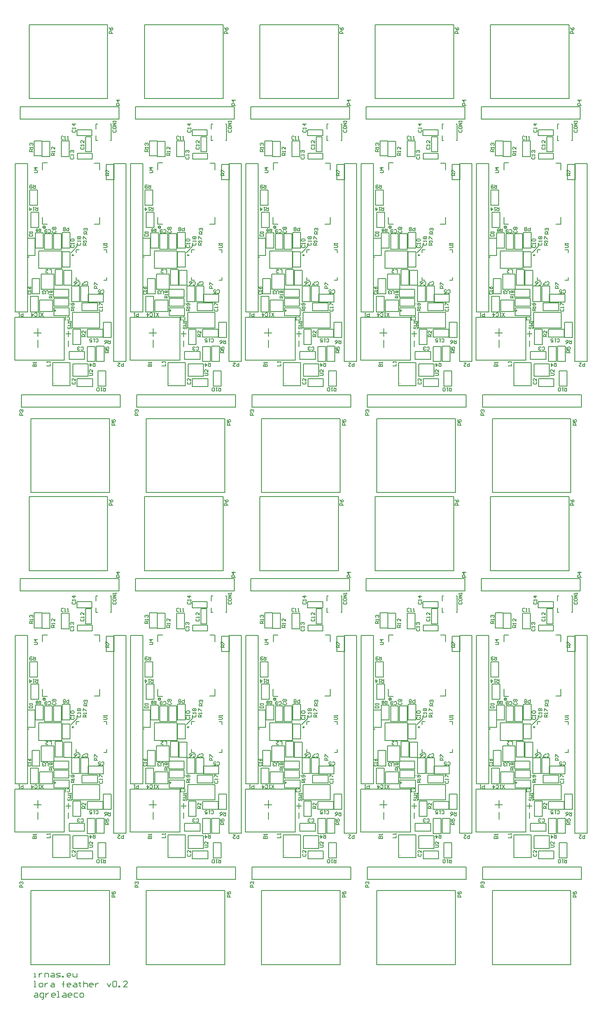
<source format=gto>
G04*
G04 #@! TF.GenerationSoftware,Altium Limited,Altium Designer,18.1.9 (240)*
G04*
G04 Layer_Color=65535*
%FSAX25Y25*%
%MOIN*%
G70*
G01*
G75*
%ADD37C,0.01000*%
%ADD55C,0.00787*%
%ADD56C,0.00394*%
%ADD57C,0.00984*%
%ADD58C,0.00591*%
D37*
X1196323Y0424335D02*
G03*
X1196323Y0424335I0000000J-0000394D01*
G01*
X1187465Y0492406D02*
G03*
X1187465Y0492406I0000000J-0000905D01*
G01*
X1174880Y0467216D02*
G03*
X1174866Y0467215I-0000014J0000111D01*
G01*
X1196323Y0806109D02*
G03*
X1196323Y0806109I0000000J-0000394D01*
G01*
X1187465Y0874180D02*
G03*
X1187465Y0874180I0000000J-0000905D01*
G01*
X1174880Y0848991D02*
G03*
X1174866Y0848990I-0000014J0000111D01*
G01*
X1102973Y0424335D02*
G03*
X1102973Y0424335I0000000J-0000394D01*
G01*
X1094115Y0492406D02*
G03*
X1094115Y0492406I0000000J-0000905D01*
G01*
X1081530Y0467216D02*
G03*
X1081517Y0467215I-0000014J0000111D01*
G01*
X1102973Y0806109D02*
G03*
X1102973Y0806109I0000000J-0000394D01*
G01*
X1094115Y0874180D02*
G03*
X1094115Y0874180I0000000J-0000905D01*
G01*
X1081530Y0848991D02*
G03*
X1081517Y0848990I-0000014J0000111D01*
G01*
X1009624Y0424335D02*
G03*
X1009624Y0424335I0000000J-0000394D01*
G01*
X1000766Y0492406D02*
G03*
X1000766Y0492406I0000000J-0000905D01*
G01*
X0988181Y0467216D02*
G03*
X0988167Y0467215I-0000014J0000111D01*
G01*
X1009624Y0806109D02*
G03*
X1009624Y0806109I0000000J-0000394D01*
G01*
X1000766Y0874180D02*
G03*
X1000766Y0874180I0000000J-0000905D01*
G01*
X0988181Y0848991D02*
G03*
X0988167Y0848990I-0000014J0000111D01*
G01*
X0916275Y0424335D02*
G03*
X0916275Y0424335I0000000J-0000394D01*
G01*
X0907416Y0492406D02*
G03*
X0907416Y0492406I0000000J-0000905D01*
G01*
X0894831Y0467216D02*
G03*
X0894818Y0467215I-0000014J0000111D01*
G01*
X0916275Y0806109D02*
G03*
X0916275Y0806109I0000000J-0000394D01*
G01*
X0907416Y0874180D02*
G03*
X0907416Y0874180I0000000J-0000905D01*
G01*
X0894831Y0848991D02*
G03*
X0894818Y0848990I-0000014J0000111D01*
G01*
X0822925Y0424335D02*
G03*
X0822925Y0424335I0000000J-0000394D01*
G01*
X0814067Y0492406D02*
G03*
X0814067Y0492406I0000000J-0000905D01*
G01*
X0801482Y0467216D02*
G03*
X0801468Y0467215I-0000014J0000111D01*
G01*
X0822925Y0806109D02*
G03*
X0822925Y0806109I0000000J-0000394D01*
G01*
X0814067Y0874180D02*
G03*
X0814067Y0874180I0000000J-0000905D01*
G01*
X0801482Y0848991D02*
G03*
X0801468Y0848990I-0000014J0000111D01*
G01*
D55*
X0805906Y0266535D02*
X0807480D01*
X0806693D01*
Y0269684D01*
X0805906D01*
X0809841D02*
Y0266535D01*
Y0268110D01*
X0810628Y0268897D01*
X0811415Y0269684D01*
X0812203D01*
X0814564Y0266535D02*
Y0269684D01*
X0816926D01*
X0817713Y0268897D01*
Y0266535D01*
X0820074Y0269684D02*
X0821649D01*
X0822436Y0268897D01*
Y0266535D01*
X0820074D01*
X0819287Y0267323D01*
X0820074Y0268110D01*
X0822436D01*
X0824010Y0266535D02*
X0826371D01*
X0827159Y0267323D01*
X0826371Y0268110D01*
X0824797D01*
X0824010Y0268897D01*
X0824797Y0269684D01*
X0827159D01*
X0828733Y0266535D02*
Y0267323D01*
X0829520D01*
Y0266535D01*
X0828733D01*
X0835030D02*
X0833456D01*
X0832668Y0267323D01*
Y0268897D01*
X0833456Y0269684D01*
X0835030D01*
X0835817Y0268897D01*
Y0268110D01*
X0832668D01*
X0837391Y0269684D02*
Y0267323D01*
X0838179Y0266535D01*
X0840540D01*
Y0269684D01*
X0805906Y0258661D02*
X0807480D01*
X0806693D01*
Y0263384D01*
X0805906D01*
X0810628Y0258661D02*
X0812203D01*
X0812990Y0259449D01*
Y0261023D01*
X0812203Y0261810D01*
X0810628D01*
X0809841Y0261023D01*
Y0259449D01*
X0810628Y0258661D01*
X0814564Y0261810D02*
Y0258661D01*
Y0260236D01*
X0815351Y0261023D01*
X0816138Y0261810D01*
X0816926D01*
X0820074D02*
X0821649D01*
X0822436Y0261023D01*
Y0258661D01*
X0820074D01*
X0819287Y0259449D01*
X0820074Y0260236D01*
X0822436D01*
X0829520Y0258661D02*
Y0262597D01*
Y0261023D01*
X0828733D01*
X0830307D01*
X0829520D01*
Y0262597D01*
X0830307Y0263384D01*
X0835030Y0258661D02*
X0833456D01*
X0832668Y0259449D01*
Y0261023D01*
X0833456Y0261810D01*
X0835030D01*
X0835817Y0261023D01*
Y0260236D01*
X0832668D01*
X0838179Y0261810D02*
X0839753D01*
X0840540Y0261023D01*
Y0258661D01*
X0838179D01*
X0837391Y0259449D01*
X0838179Y0260236D01*
X0840540D01*
X0842901Y0262597D02*
Y0261810D01*
X0842114D01*
X0843689D01*
X0842901D01*
Y0259449D01*
X0843689Y0258661D01*
X0846050Y0263384D02*
Y0258661D01*
Y0261023D01*
X0846837Y0261810D01*
X0848411D01*
X0849199Y0261023D01*
Y0258661D01*
X0853134D02*
X0851560D01*
X0850773Y0259449D01*
Y0261023D01*
X0851560Y0261810D01*
X0853134D01*
X0853922Y0261023D01*
Y0260236D01*
X0850773D01*
X0855496Y0261810D02*
Y0258661D01*
Y0260236D01*
X0856283Y0261023D01*
X0857070Y0261810D01*
X0857857D01*
X0864942D02*
X0866516Y0258661D01*
X0868090Y0261810D01*
X0869664Y0262597D02*
X0870452Y0263384D01*
X0872026D01*
X0872813Y0262597D01*
Y0259449D01*
X0872026Y0258661D01*
X0870452D01*
X0869664Y0259449D01*
Y0262597D01*
X0874387Y0258661D02*
Y0259449D01*
X0875174D01*
Y0258661D01*
X0874387D01*
X0881472D02*
X0878323D01*
X0881472Y0261810D01*
Y0262597D01*
X0880684Y0263384D01*
X0879110D01*
X0878323Y0262597D01*
X0806693Y0253542D02*
X0808267D01*
X0809054Y0252755D01*
Y0250393D01*
X0806693D01*
X0805906Y0251180D01*
X0806693Y0251968D01*
X0809054D01*
X0812203Y0248819D02*
X0812990D01*
X0813777Y0249606D01*
Y0253542D01*
X0811415D01*
X0810628Y0252755D01*
Y0251180D01*
X0811415Y0250393D01*
X0813777D01*
X0815351Y0253542D02*
Y0250393D01*
Y0251968D01*
X0816138Y0252755D01*
X0816926Y0253542D01*
X0817713D01*
X0822436Y0250393D02*
X0820861D01*
X0820074Y0251180D01*
Y0252755D01*
X0820861Y0253542D01*
X0822436D01*
X0823223Y0252755D01*
Y0251968D01*
X0820074D01*
X0824797Y0250393D02*
X0826371D01*
X0825584D01*
Y0255116D01*
X0824797D01*
X0829520Y0253542D02*
X0831094D01*
X0831881Y0252755D01*
Y0250393D01*
X0829520D01*
X0828733Y0251180D01*
X0829520Y0251968D01*
X0831881D01*
X0835817Y0250393D02*
X0834243D01*
X0833456Y0251180D01*
Y0252755D01*
X0834243Y0253542D01*
X0835817D01*
X0836604Y0252755D01*
Y0251968D01*
X0833456D01*
X0841327Y0253542D02*
X0838966D01*
X0838179Y0252755D01*
Y0251180D01*
X0838966Y0250393D01*
X0841327D01*
X0843689D02*
X0845263D01*
X0846050Y0251180D01*
Y0252755D01*
X0845263Y0253542D01*
X0843689D01*
X0842901Y0252755D01*
Y0251180D01*
X0843689Y0250393D01*
X1182976Y0491421D02*
X1176677D01*
X1182976D02*
Y0503626D01*
X1176677D01*
Y0491421D02*
Y0503626D01*
X1237346Y0375201D02*
X1231047D01*
Y0362996D02*
Y0375201D01*
X1237346Y0362996D02*
X1231047D01*
X1237346D02*
Y0375201D01*
X1181953Y0521579D02*
X1175654D01*
Y0509374D02*
Y0521579D01*
X1181953Y0509374D02*
X1175654D01*
X1181953D02*
Y0521579D01*
X1243921Y0542287D02*
X1237622D01*
Y0530083D02*
Y0542287D01*
X1243921Y0530083D02*
X1237622D01*
X1243921D02*
Y0542287D01*
X1241756Y0414571D02*
X1235457D01*
Y0402366D02*
Y0414571D01*
X1241756Y0402366D02*
X1235457D01*
X1241756D02*
Y0414571D01*
X1236087Y0395122D02*
X1229787D01*
Y0382917D02*
Y0395122D01*
X1236087Y0382917D02*
X1229787D01*
X1236087D02*
Y0395122D01*
X1228646Y0382839D02*
X1222346D01*
X1228646D02*
Y0395043D01*
X1222346D01*
Y0382839D02*
Y0395043D01*
X1208331Y0459256D02*
X1202032D01*
X1208331D02*
Y0471461D01*
X1202032D01*
Y0459256D02*
Y0471461D01*
X1217189Y0396697D02*
X1210890D01*
X1217189D02*
Y0408902D01*
X1210890D01*
Y0396697D02*
Y0408902D01*
X1192110Y0548744D02*
X1185811D01*
X1192110D02*
Y0560949D01*
X1185811D01*
Y0548744D02*
Y0560949D01*
X1185772Y0549098D02*
X1179473D01*
X1185772D02*
Y0561303D01*
X1179473D01*
Y0549098D02*
Y0561303D01*
X1209787Y0456697D02*
X1203488D01*
Y0444492D02*
Y0456697D01*
X1209787Y0444492D02*
X1203488D01*
X1209787D02*
Y0456697D01*
X1195142Y0435043D02*
Y0441342D01*
X1207347Y0435043D02*
X1195142D01*
X1207347D02*
Y0441342D01*
X1195142D01*
X1207504Y0427602D02*
Y0433902D01*
X1195299D01*
Y0427602D02*
Y0433902D01*
X1207504Y0427602D02*
X1195299D01*
X1186559Y0474571D02*
X1180260D01*
X1186559D02*
Y0486776D01*
X1180260D01*
Y0474571D02*
Y0486776D01*
X1182228Y0394216D02*
Y0400122D01*
Y0403272D02*
Y0409571D01*
X1184984Y0406028D02*
X1179079D01*
X1207032Y0395004D02*
Y0399571D01*
X1207110Y0402878D02*
Y0407484D01*
X1209079Y0405122D02*
X1204984D01*
X1203882Y0418626D02*
X1163724D01*
Y0383980D02*
Y0418626D01*
X1203882Y0383980D02*
X1163724D01*
X1203882D02*
Y0418626D01*
X1209433Y0471067D02*
X1209236D01*
X1209433D02*
X1210732Y0472366D01*
X1214157Y0475791D01*
Y0477917D01*
X1207858Y0419846D02*
X1195260D01*
Y0426146D01*
X1207858D02*
X1195260D01*
X1207858Y0419846D02*
Y0426146D01*
X1223153Y0370828D02*
Y0381028D01*
X1210653D01*
Y0370828D02*
Y0381028D01*
X1223153Y0370828D02*
X1210653D01*
X1232504Y0409925D02*
Y0422524D01*
X1210457D01*
Y0409925D02*
Y0422524D01*
X1232504Y0409925D02*
X1210457D01*
X1177425Y0655279D02*
X1175299D01*
Y0595516D02*
Y0655279D01*
X1238882Y0595516D02*
X1175299D01*
X1238882Y0655279D02*
X1177425D01*
X1238882Y0595516D02*
Y0655279D01*
X1240417Y0276854D02*
X1238291D01*
X1240417D02*
Y0336618D01*
X1176835D01*
X1238291Y0276854D02*
X1176835D01*
Y0336618D01*
X1248055Y0578941D02*
X1168055D01*
X1248055D02*
Y0588941D01*
X1168055D01*
Y0578941D02*
Y0588941D01*
X1249079Y0345831D02*
X1169079D01*
X1249079D02*
Y0355831D01*
X1169079D01*
Y0345831D02*
Y0355831D01*
X1253760Y0383035D02*
X1243760D01*
X1253760D02*
Y0535535D01*
Y0543035D01*
X1243760D01*
Y0383035D02*
Y0543035D01*
X1174158D02*
X1164157D01*
X1174158Y0423035D02*
Y0543035D01*
Y0423035D02*
X1164157D01*
Y0430535D01*
Y0543035D01*
X1194315Y0363311D02*
Y0381815D01*
X1208488D02*
X1194315D01*
X1208488Y0363311D02*
Y0381815D01*
Y0363311D02*
X1194315D01*
X1229539Y0561539D02*
Y0565476D01*
Y0561539D02*
X1230721Y0561539D01*
Y0574925D02*
X1229539D01*
Y0570988D02*
Y0574925D01*
X1241744Y0561539D02*
X1240957D01*
X1241744D02*
Y0574925D01*
X1240957D01*
X1230575Y0423862D02*
X1217976D01*
Y0430161D01*
X1230575D02*
X1217976D01*
X1230575Y0423862D02*
Y0430161D01*
X1234906Y0402484D02*
X1222307D01*
Y0408783D01*
X1234906D02*
X1222307D01*
X1234906Y0402484D02*
Y0408783D01*
X1222537Y0570240D02*
X1217423D01*
X1226205Y0565516D02*
Y0570240D01*
Y0565516D02*
X1214000D01*
Y0570240D01*
X1217423D02*
X1214000D01*
X1226205D02*
X1222537D01*
X1222774Y0551382D02*
X1217659D01*
X1226441Y0546658D02*
Y0551382D01*
Y0546658D02*
X1214236D01*
Y0551382D01*
X1217659D02*
X1214236D01*
X1226441D02*
X1222774D01*
X1221126Y0555947D02*
Y0561061D01*
X1225850Y0564728D02*
X1221126D01*
X1225850Y0552524D02*
Y0564728D01*
Y0552524D02*
X1221126D01*
Y0555947D01*
Y0561061D02*
Y0564728D01*
X1207583Y0548508D02*
Y0561106D01*
Y0548508D02*
X1201283D01*
Y0561106D01*
X1207583D02*
X1201283D01*
X1202032Y0474689D02*
Y0487287D01*
X1208331D02*
X1202032D01*
X1208331Y0474689D02*
Y0487287D01*
Y0474689D02*
X1202032D01*
X1194158Y0473508D02*
Y0486106D01*
Y0473508D02*
X1187858D01*
Y0486106D01*
X1194158D02*
X1187858D01*
X1201244Y0473508D02*
Y0486106D01*
Y0473508D02*
X1194945D01*
Y0486106D01*
X1201244D02*
X1194945D01*
X1216992Y0431382D02*
Y0443980D01*
X1223291D02*
X1216992D01*
X1223291Y0431382D02*
Y0443980D01*
Y0431382D02*
X1216992D01*
X1209748Y0431343D02*
Y0443941D01*
X1216047D02*
X1209748D01*
X1216047Y0431343D02*
Y0443941D01*
Y0431343D02*
X1209748D01*
X1235496Y0430988D02*
X1222898D01*
Y0437287D01*
X1235496D02*
X1222898D01*
X1235496Y0430988D02*
Y0437287D01*
X1176402Y0422996D02*
Y0435595D01*
X1182701D02*
X1176402D01*
X1182701Y0422996D02*
Y0435595D01*
Y0422996D02*
X1176402D01*
X1220220Y0390949D02*
X1207622D01*
X1220220Y0384650D02*
Y0390949D01*
Y0384650D02*
X1207622D01*
Y0390949D01*
X1226795Y0362484D02*
X1214197D01*
Y0368783D01*
X1226795D02*
X1214197D01*
X1226795Y0362484D02*
Y0368783D01*
X1183213Y0458153D02*
Y0472327D01*
X1201717Y0458153D02*
X1183213D01*
X1201717D02*
Y0472327D01*
X1183213D01*
X1185178Y0441127D02*
Y0453627D01*
X1195378D02*
X1185178D01*
X1195378Y0441127D02*
Y0453627D01*
Y0441127D02*
X1185178D01*
X1183882Y0437445D02*
X1177583D01*
X1183882D02*
Y0450043D01*
X1177583D01*
Y0437445D02*
Y0450043D01*
X1202543Y0444728D02*
X1196244D01*
X1202543D02*
Y0457327D01*
X1196244D01*
Y0444728D02*
Y0457327D01*
X1213370Y0470890D02*
Y0473311D01*
X1215791D02*
X1213370D01*
X1238173D02*
X1235752D01*
X1238173Y0470890D02*
Y0473311D01*
Y0448508D02*
Y0450929D01*
Y0448508D02*
X1235752D01*
X1213370D02*
Y0450929D01*
X1215791Y0448508D02*
X1213370D01*
X1183724Y0423153D02*
Y0423941D01*
X1194354Y0423153D02*
X1183724D01*
Y0423941D02*
Y0432602D01*
X1194354Y0423153D02*
Y0432602D01*
X1183724D01*
X1232150Y0493902D02*
X1232307Y0494059D01*
X1232150Y0493902D02*
X1228173D01*
X1232307Y0494059D02*
Y0499571D01*
X1232228Y0537996D02*
Y0543311D01*
X1232150Y0543390D01*
X1228213D01*
X1189905Y0543429D02*
X1186323D01*
X1186205Y0543311D02*
X1186323Y0543429D01*
X1186205Y0537917D02*
Y0543311D01*
X1186165Y0493902D02*
Y0499571D01*
X1186205Y0493862D02*
X1186165Y0493902D01*
X1189905Y0493862D02*
X1186205D01*
X1180181Y0468587D02*
X1174039D01*
X1180181D02*
Y0482721D01*
X1174039D01*
Y0468587D02*
Y0482721D01*
X1182976Y0873196D02*
X1176677D01*
X1182976D02*
Y0885401D01*
X1176677D01*
Y0873196D02*
Y0885401D01*
X1237346Y0756975D02*
X1231047D01*
Y0744771D02*
Y0756975D01*
X1237346Y0744771D02*
X1231047D01*
X1237346D02*
Y0756975D01*
X1181953Y0903353D02*
X1175654D01*
Y0891149D02*
Y0903353D01*
X1181953Y0891149D02*
X1175654D01*
X1181953D02*
Y0903353D01*
X1243921Y0924062D02*
X1237622D01*
Y0911857D02*
Y0924062D01*
X1243921Y0911857D02*
X1237622D01*
X1243921D02*
Y0924062D01*
X1241756Y0796346D02*
X1235457D01*
Y0784141D02*
Y0796346D01*
X1241756Y0784141D02*
X1235457D01*
X1241756D02*
Y0796346D01*
X1236087Y0776897D02*
X1229787D01*
Y0764692D02*
Y0776897D01*
X1236087Y0764692D02*
X1229787D01*
X1236087D02*
Y0776897D01*
X1228646Y0764613D02*
X1222346D01*
X1228646D02*
Y0776818D01*
X1222346D01*
Y0764613D02*
Y0776818D01*
X1208331Y0841031D02*
X1202032D01*
X1208331D02*
Y0853235D01*
X1202032D01*
Y0841031D02*
Y0853235D01*
X1217189Y0778472D02*
X1210890D01*
X1217189D02*
Y0790676D01*
X1210890D01*
Y0778472D02*
Y0790676D01*
X1192110Y0930519D02*
X1185811D01*
X1192110D02*
Y0942723D01*
X1185811D01*
Y0930519D02*
Y0942723D01*
X1185772Y0930873D02*
X1179473D01*
X1185772D02*
Y0943078D01*
X1179473D01*
Y0930873D02*
Y0943078D01*
X1209787Y0838472D02*
X1203488D01*
Y0826267D02*
Y0838472D01*
X1209787Y0826267D02*
X1203488D01*
X1209787D02*
Y0838472D01*
X1195142Y0816818D02*
Y0823117D01*
X1207347Y0816818D02*
X1195142D01*
X1207347D02*
Y0823117D01*
X1195142D01*
X1207504Y0809377D02*
Y0815676D01*
X1195299D01*
Y0809377D02*
Y0815676D01*
X1207504Y0809377D02*
X1195299D01*
X1186559Y0856345D02*
X1180260D01*
X1186559D02*
Y0868550D01*
X1180260D01*
Y0856345D02*
Y0868550D01*
X1182228Y0775991D02*
Y0781897D01*
Y0785046D02*
Y0791346D01*
X1184984Y0787802D02*
X1179079D01*
X1207032Y0776779D02*
Y0781346D01*
X1207110Y0784653D02*
Y0789259D01*
X1209079Y0786897D02*
X1204984D01*
X1203882Y0800401D02*
X1163724D01*
Y0765755D02*
Y0800401D01*
X1203882Y0765755D02*
X1163724D01*
X1203882D02*
Y0800401D01*
X1209433Y0852842D02*
X1209236D01*
X1209433D02*
X1210732Y0854141D01*
X1214157Y0857566D01*
Y0859692D01*
X1207858Y0801621D02*
X1195260D01*
Y0807920D01*
X1207858D02*
X1195260D01*
X1207858Y0801621D02*
Y0807920D01*
X1223153Y0752602D02*
Y0762802D01*
X1210653D01*
Y0752602D02*
Y0762802D01*
X1223153Y0752602D02*
X1210653D01*
X1232504Y0791700D02*
Y0804298D01*
X1210457D01*
Y0791700D02*
Y0804298D01*
X1232504Y0791700D02*
X1210457D01*
X1177425Y1037054D02*
X1175299D01*
Y0977290D02*
Y1037054D01*
X1238882Y0977290D02*
X1175299D01*
X1238882Y1037054D02*
X1177425D01*
X1238882Y0977290D02*
Y1037054D01*
X1240417Y0658629D02*
X1238291D01*
X1240417D02*
Y0718393D01*
X1176835D01*
X1238291Y0658629D02*
X1176835D01*
Y0718393D01*
X1248055Y0960716D02*
X1168055D01*
X1248055D02*
Y0970716D01*
X1168055D01*
Y0960716D02*
Y0970716D01*
X1249079Y0727605D02*
X1169079D01*
X1249079D02*
Y0737605D01*
X1169079D01*
Y0727605D02*
Y0737605D01*
X1253760Y0764810D02*
X1243760D01*
X1253760D02*
Y0917310D01*
Y0924810D01*
X1243760D01*
Y0764810D02*
Y0924810D01*
X1174158D02*
X1164157D01*
X1174158Y0804810D02*
Y0924810D01*
Y0804810D02*
X1164157D01*
Y0812310D01*
Y0924810D01*
X1194315Y0745086D02*
Y0763590D01*
X1208488D02*
X1194315D01*
X1208488Y0745086D02*
Y0763590D01*
Y0745086D02*
X1194315D01*
X1229539Y0943314D02*
Y0947251D01*
Y0943314D02*
X1230721Y0943314D01*
Y0956700D02*
X1229539D01*
Y0952763D02*
Y0956700D01*
X1241744Y0943314D02*
X1240957D01*
X1241744D02*
Y0956700D01*
X1240957D01*
X1230575Y0805637D02*
X1217976D01*
Y0811936D01*
X1230575D02*
X1217976D01*
X1230575Y0805637D02*
Y0811936D01*
X1234906Y0784259D02*
X1222307D01*
Y0790558D01*
X1234906D02*
X1222307D01*
X1234906Y0784259D02*
Y0790558D01*
X1222537Y0952015D02*
X1217423D01*
X1226205Y0947290D02*
Y0952015D01*
Y0947290D02*
X1214000D01*
Y0952015D01*
X1217423D02*
X1214000D01*
X1226205D02*
X1222537D01*
X1222774Y0933156D02*
X1217659D01*
X1226441Y0928432D02*
Y0933156D01*
Y0928432D02*
X1214236D01*
Y0933156D01*
X1217659D02*
X1214236D01*
X1226441D02*
X1222774D01*
X1221126Y0937722D02*
Y0942836D01*
X1225850Y0946503D02*
X1221126D01*
X1225850Y0934298D02*
Y0946503D01*
Y0934298D02*
X1221126D01*
Y0937722D01*
Y0942836D02*
Y0946503D01*
X1207583Y0930282D02*
Y0942881D01*
Y0930282D02*
X1201283D01*
Y0942881D01*
X1207583D02*
X1201283D01*
X1202032Y0856464D02*
Y0869062D01*
X1208331D02*
X1202032D01*
X1208331Y0856464D02*
Y0869062D01*
Y0856464D02*
X1202032D01*
X1194158Y0855282D02*
Y0867881D01*
Y0855282D02*
X1187858D01*
Y0867881D01*
X1194158D02*
X1187858D01*
X1201244Y0855282D02*
Y0867881D01*
Y0855282D02*
X1194945D01*
Y0867881D01*
X1201244D02*
X1194945D01*
X1216992Y0813157D02*
Y0825755D01*
X1223291D02*
X1216992D01*
X1223291Y0813157D02*
Y0825755D01*
Y0813157D02*
X1216992D01*
X1209748Y0813117D02*
Y0825716D01*
X1216047D02*
X1209748D01*
X1216047Y0813117D02*
Y0825716D01*
Y0813117D02*
X1209748D01*
X1235496Y0812763D02*
X1222898D01*
Y0819062D01*
X1235496D02*
X1222898D01*
X1235496Y0812763D02*
Y0819062D01*
X1176402Y0804771D02*
Y0817369D01*
X1182701D02*
X1176402D01*
X1182701Y0804771D02*
Y0817369D01*
Y0804771D02*
X1176402D01*
X1220220Y0772723D02*
X1207622D01*
X1220220Y0766424D02*
Y0772723D01*
Y0766424D02*
X1207622D01*
Y0772723D01*
X1226795Y0744259D02*
X1214197D01*
Y0750558D01*
X1226795D02*
X1214197D01*
X1226795Y0744259D02*
Y0750558D01*
X1183213Y0839928D02*
Y0854101D01*
X1201717Y0839928D02*
X1183213D01*
X1201717D02*
Y0854101D01*
X1183213D01*
X1185178Y0822901D02*
Y0835401D01*
X1195378D02*
X1185178D01*
X1195378Y0822901D02*
Y0835401D01*
Y0822901D02*
X1185178D01*
X1183882Y0819219D02*
X1177583D01*
X1183882D02*
Y0831818D01*
X1177583D01*
Y0819219D02*
Y0831818D01*
X1202543Y0826503D02*
X1196244D01*
X1202543D02*
Y0839101D01*
X1196244D01*
Y0826503D02*
Y0839101D01*
X1213370Y0852664D02*
Y0855086D01*
X1215791D02*
X1213370D01*
X1238173D02*
X1235752D01*
X1238173Y0852664D02*
Y0855086D01*
Y0830282D02*
Y0832704D01*
Y0830282D02*
X1235752D01*
X1213370D02*
Y0832704D01*
X1215791Y0830282D02*
X1213370D01*
X1183724Y0804928D02*
Y0805716D01*
X1194354Y0804928D02*
X1183724D01*
Y0805716D02*
Y0814377D01*
X1194354Y0804928D02*
Y0814377D01*
X1183724D01*
X1232150Y0875676D02*
X1232307Y0875834D01*
X1232150Y0875676D02*
X1228173D01*
X1232307Y0875834D02*
Y0881345D01*
X1232228Y0919771D02*
Y0925086D01*
X1232150Y0925164D01*
X1228213D01*
X1189905Y0925204D02*
X1186323D01*
X1186205Y0925086D02*
X1186323Y0925204D01*
X1186205Y0919692D02*
Y0925086D01*
X1186165Y0875676D02*
Y0881345D01*
X1186205Y0875637D02*
X1186165Y0875676D01*
X1189905Y0875637D02*
X1186205D01*
X1180181Y0850361D02*
X1174039D01*
X1180181D02*
Y0864495D01*
X1174039D01*
Y0850361D02*
Y0864495D01*
X1089627Y0491421D02*
X1083328D01*
X1089627D02*
Y0503626D01*
X1083328D01*
Y0491421D02*
Y0503626D01*
X1143997Y0375201D02*
X1137698D01*
Y0362996D02*
Y0375201D01*
X1143997Y0362996D02*
X1137698D01*
X1143997D02*
Y0375201D01*
X1088603Y0521579D02*
X1082304D01*
Y0509374D02*
Y0521579D01*
X1088603Y0509374D02*
X1082304D01*
X1088603D02*
Y0521579D01*
X1150572Y0542287D02*
X1144273D01*
Y0530083D02*
Y0542287D01*
X1150572Y0530083D02*
X1144273D01*
X1150572D02*
Y0542287D01*
X1148407Y0414571D02*
X1142107D01*
Y0402366D02*
Y0414571D01*
X1148407Y0402366D02*
X1142107D01*
X1148407D02*
Y0414571D01*
X1142737Y0395122D02*
X1136438D01*
Y0382917D02*
Y0395122D01*
X1142737Y0382917D02*
X1136438D01*
X1142737D02*
Y0395122D01*
X1135296Y0382839D02*
X1128997D01*
X1135296D02*
Y0395043D01*
X1128997D01*
Y0382839D02*
Y0395043D01*
X1114981Y0459256D02*
X1108682D01*
X1114981D02*
Y0471461D01*
X1108682D01*
Y0459256D02*
Y0471461D01*
X1123840Y0396697D02*
X1117540D01*
X1123840D02*
Y0408902D01*
X1117540D01*
Y0396697D02*
Y0408902D01*
X1098761Y0548744D02*
X1092462D01*
X1098761D02*
Y0560949D01*
X1092462D01*
Y0548744D02*
Y0560949D01*
X1092422Y0549098D02*
X1086123D01*
X1092422D02*
Y0561303D01*
X1086123D01*
Y0549098D02*
Y0561303D01*
X1116438Y0456697D02*
X1110139D01*
Y0444492D02*
Y0456697D01*
X1116438Y0444492D02*
X1110139D01*
X1116438D02*
Y0456697D01*
X1101792Y0435043D02*
Y0441342D01*
X1113997Y0435043D02*
X1101792D01*
X1113997D02*
Y0441342D01*
X1101792D01*
X1114155Y0427602D02*
Y0433902D01*
X1101950D01*
Y0427602D02*
Y0433902D01*
X1114155Y0427602D02*
X1101950D01*
X1093210Y0474571D02*
X1086910D01*
X1093210D02*
Y0486776D01*
X1086910D01*
Y0474571D02*
Y0486776D01*
X1088879Y0394216D02*
Y0400122D01*
Y0403272D02*
Y0409571D01*
X1091635Y0406028D02*
X1085729D01*
X1113682Y0395004D02*
Y0399571D01*
X1113761Y0402878D02*
Y0407484D01*
X1115729Y0405122D02*
X1111635D01*
X1110532Y0418626D02*
X1070375D01*
Y0383980D02*
Y0418626D01*
X1110532Y0383980D02*
X1070375D01*
X1110532D02*
Y0418626D01*
X1116084Y0471067D02*
X1115887D01*
X1116084D02*
X1117383Y0472366D01*
X1120808Y0475791D01*
Y0477917D01*
X1114509Y0419846D02*
X1101910D01*
Y0426146D01*
X1114509D02*
X1101910D01*
X1114509Y0419846D02*
Y0426146D01*
X1129803Y0370828D02*
Y0381028D01*
X1117303D01*
Y0370828D02*
Y0381028D01*
X1129803Y0370828D02*
X1117303D01*
X1139155Y0409925D02*
Y0422524D01*
X1117107D01*
Y0409925D02*
Y0422524D01*
X1139155Y0409925D02*
X1117107D01*
X1084076Y0655279D02*
X1081950D01*
Y0595516D02*
Y0655279D01*
X1145533Y0595516D02*
X1081950D01*
X1145533Y0655279D02*
X1084076D01*
X1145533Y0595516D02*
Y0655279D01*
X1147068Y0276854D02*
X1144942D01*
X1147068D02*
Y0336618D01*
X1083485D01*
X1144942Y0276854D02*
X1083485D01*
Y0336618D01*
X1154706Y0578941D02*
X1074706D01*
X1154706D02*
Y0588941D01*
X1074706D01*
Y0578941D02*
Y0588941D01*
X1155729Y0345831D02*
X1075729D01*
X1155729D02*
Y0355831D01*
X1075729D01*
Y0345831D02*
Y0355831D01*
X1160410Y0383035D02*
X1150410D01*
X1160410D02*
Y0535535D01*
Y0543035D01*
X1150410D01*
Y0383035D02*
Y0543035D01*
X1080808D02*
X1070808D01*
X1080808Y0423035D02*
Y0543035D01*
Y0423035D02*
X1070808D01*
Y0430535D01*
Y0543035D01*
X1100965Y0363311D02*
Y0381815D01*
X1115139D02*
X1100965D01*
X1115139Y0363311D02*
Y0381815D01*
Y0363311D02*
X1100965D01*
X1136190Y0561539D02*
Y0565476D01*
Y0561539D02*
X1137371Y0561539D01*
Y0574925D02*
X1136190D01*
Y0570988D02*
Y0574925D01*
X1148395Y0561539D02*
X1147607D01*
X1148395D02*
Y0574925D01*
X1147607D01*
X1137225Y0423862D02*
X1124627D01*
Y0430161D01*
X1137225D02*
X1124627D01*
X1137225Y0423862D02*
Y0430161D01*
X1141556Y0402484D02*
X1128958D01*
Y0408783D01*
X1141556D02*
X1128958D01*
X1141556Y0402484D02*
Y0408783D01*
X1129188Y0570240D02*
X1124074D01*
X1132855Y0565516D02*
Y0570240D01*
Y0565516D02*
X1120651D01*
Y0570240D01*
X1124074D02*
X1120651D01*
X1132855D02*
X1129188D01*
X1129424Y0551382D02*
X1124310D01*
X1133092Y0546658D02*
Y0551382D01*
Y0546658D02*
X1120887D01*
Y0551382D01*
X1124310D02*
X1120887D01*
X1133092D02*
X1129424D01*
X1127777Y0555947D02*
Y0561061D01*
X1132501Y0564728D02*
X1127777D01*
X1132501Y0552524D02*
Y0564728D01*
Y0552524D02*
X1127777D01*
Y0555947D01*
Y0561061D02*
Y0564728D01*
X1114233Y0548508D02*
Y0561106D01*
Y0548508D02*
X1107934D01*
Y0561106D01*
X1114233D02*
X1107934D01*
X1108682Y0474689D02*
Y0487287D01*
X1114981D02*
X1108682D01*
X1114981Y0474689D02*
Y0487287D01*
Y0474689D02*
X1108682D01*
X1100808Y0473508D02*
Y0486106D01*
Y0473508D02*
X1094509D01*
Y0486106D01*
X1100808D02*
X1094509D01*
X1107895Y0473508D02*
Y0486106D01*
Y0473508D02*
X1101595D01*
Y0486106D01*
X1107895D02*
X1101595D01*
X1123643Y0431382D02*
Y0443980D01*
X1129942D02*
X1123643D01*
X1129942Y0431382D02*
Y0443980D01*
Y0431382D02*
X1123643D01*
X1116399Y0431343D02*
Y0443941D01*
X1122698D02*
X1116399D01*
X1122698Y0431343D02*
Y0443941D01*
Y0431343D02*
X1116399D01*
X1142147Y0430988D02*
X1129548D01*
Y0437287D01*
X1142147D02*
X1129548D01*
X1142147Y0430988D02*
Y0437287D01*
X1083052Y0422996D02*
Y0435595D01*
X1089351D02*
X1083052D01*
X1089351Y0422996D02*
Y0435595D01*
Y0422996D02*
X1083052D01*
X1126871Y0390949D02*
X1114273D01*
X1126871Y0384650D02*
Y0390949D01*
Y0384650D02*
X1114273D01*
Y0390949D01*
X1133446Y0362484D02*
X1120847D01*
Y0368783D01*
X1133446D02*
X1120847D01*
X1133446Y0362484D02*
Y0368783D01*
X1089863Y0458153D02*
Y0472327D01*
X1108367Y0458153D02*
X1089863D01*
X1108367D02*
Y0472327D01*
X1089863D01*
X1091829Y0441127D02*
Y0453627D01*
X1102028D02*
X1091829D01*
X1102028Y0441127D02*
Y0453627D01*
Y0441127D02*
X1091829D01*
X1090532Y0437445D02*
X1084233D01*
X1090532D02*
Y0450043D01*
X1084233D01*
Y0437445D02*
Y0450043D01*
X1109194Y0444728D02*
X1102895D01*
X1109194D02*
Y0457327D01*
X1102895D01*
Y0444728D02*
Y0457327D01*
X1120021Y0470890D02*
Y0473311D01*
X1122442D02*
X1120021D01*
X1144824D02*
X1142402D01*
X1144824Y0470890D02*
Y0473311D01*
Y0448508D02*
Y0450929D01*
Y0448508D02*
X1142402D01*
X1120021D02*
Y0450929D01*
X1122442Y0448508D02*
X1120021D01*
X1090375Y0423153D02*
Y0423941D01*
X1101005Y0423153D02*
X1090375D01*
Y0423941D02*
Y0432602D01*
X1101005Y0423153D02*
Y0432602D01*
X1090375D01*
X1138800Y0493902D02*
X1138958Y0494059D01*
X1138800Y0493902D02*
X1134824D01*
X1138958Y0494059D02*
Y0499571D01*
X1138879Y0537996D02*
Y0543311D01*
X1138800Y0543390D01*
X1134863D01*
X1096556Y0543429D02*
X1092973D01*
X1092855Y0543311D02*
X1092973Y0543429D01*
X1092855Y0537917D02*
Y0543311D01*
X1092816Y0493902D02*
Y0499571D01*
X1092855Y0493862D02*
X1092816Y0493902D01*
X1096556Y0493862D02*
X1092855D01*
X1086832Y0468587D02*
X1080690D01*
X1086832D02*
Y0482721D01*
X1080690D01*
Y0468587D02*
Y0482721D01*
X1089627Y0873196D02*
X1083328D01*
X1089627D02*
Y0885401D01*
X1083328D01*
Y0873196D02*
Y0885401D01*
X1143997Y0756975D02*
X1137698D01*
Y0744771D02*
Y0756975D01*
X1143997Y0744771D02*
X1137698D01*
X1143997D02*
Y0756975D01*
X1088603Y0903353D02*
X1082304D01*
Y0891149D02*
Y0903353D01*
X1088603Y0891149D02*
X1082304D01*
X1088603D02*
Y0903353D01*
X1150572Y0924062D02*
X1144273D01*
Y0911857D02*
Y0924062D01*
X1150572Y0911857D02*
X1144273D01*
X1150572D02*
Y0924062D01*
X1148407Y0796346D02*
X1142107D01*
Y0784141D02*
Y0796346D01*
X1148407Y0784141D02*
X1142107D01*
X1148407D02*
Y0796346D01*
X1142737Y0776897D02*
X1136438D01*
Y0764692D02*
Y0776897D01*
X1142737Y0764692D02*
X1136438D01*
X1142737D02*
Y0776897D01*
X1135296Y0764613D02*
X1128997D01*
X1135296D02*
Y0776818D01*
X1128997D01*
Y0764613D02*
Y0776818D01*
X1114981Y0841031D02*
X1108682D01*
X1114981D02*
Y0853235D01*
X1108682D01*
Y0841031D02*
Y0853235D01*
X1123840Y0778472D02*
X1117540D01*
X1123840D02*
Y0790676D01*
X1117540D01*
Y0778472D02*
Y0790676D01*
X1098761Y0930519D02*
X1092462D01*
X1098761D02*
Y0942723D01*
X1092462D01*
Y0930519D02*
Y0942723D01*
X1092422Y0930873D02*
X1086123D01*
X1092422D02*
Y0943078D01*
X1086123D01*
Y0930873D02*
Y0943078D01*
X1116438Y0838472D02*
X1110139D01*
Y0826267D02*
Y0838472D01*
X1116438Y0826267D02*
X1110139D01*
X1116438D02*
Y0838472D01*
X1101792Y0816818D02*
Y0823117D01*
X1113997Y0816818D02*
X1101792D01*
X1113997D02*
Y0823117D01*
X1101792D01*
X1114155Y0809377D02*
Y0815676D01*
X1101950D01*
Y0809377D02*
Y0815676D01*
X1114155Y0809377D02*
X1101950D01*
X1093210Y0856345D02*
X1086910D01*
X1093210D02*
Y0868550D01*
X1086910D01*
Y0856345D02*
Y0868550D01*
X1088879Y0775991D02*
Y0781897D01*
Y0785046D02*
Y0791346D01*
X1091635Y0787802D02*
X1085729D01*
X1113682Y0776779D02*
Y0781346D01*
X1113761Y0784653D02*
Y0789259D01*
X1115729Y0786897D02*
X1111635D01*
X1110532Y0800401D02*
X1070375D01*
Y0765755D02*
Y0800401D01*
X1110532Y0765755D02*
X1070375D01*
X1110532D02*
Y0800401D01*
X1116084Y0852842D02*
X1115887D01*
X1116084D02*
X1117383Y0854141D01*
X1120808Y0857566D01*
Y0859692D01*
X1114509Y0801621D02*
X1101910D01*
Y0807920D01*
X1114509D02*
X1101910D01*
X1114509Y0801621D02*
Y0807920D01*
X1129803Y0752602D02*
Y0762802D01*
X1117303D01*
Y0752602D02*
Y0762802D01*
X1129803Y0752602D02*
X1117303D01*
X1139155Y0791700D02*
Y0804298D01*
X1117107D01*
Y0791700D02*
Y0804298D01*
X1139155Y0791700D02*
X1117107D01*
X1084076Y1037054D02*
X1081950D01*
Y0977290D02*
Y1037054D01*
X1145533Y0977290D02*
X1081950D01*
X1145533Y1037054D02*
X1084076D01*
X1145533Y0977290D02*
Y1037054D01*
X1147068Y0658629D02*
X1144942D01*
X1147068D02*
Y0718393D01*
X1083485D01*
X1144942Y0658629D02*
X1083485D01*
Y0718393D01*
X1154706Y0960716D02*
X1074706D01*
X1154706D02*
Y0970716D01*
X1074706D01*
Y0960716D02*
Y0970716D01*
X1155729Y0727605D02*
X1075729D01*
X1155729D02*
Y0737605D01*
X1075729D01*
Y0727605D02*
Y0737605D01*
X1160410Y0764810D02*
X1150410D01*
X1160410D02*
Y0917310D01*
Y0924810D01*
X1150410D01*
Y0764810D02*
Y0924810D01*
X1080808D02*
X1070808D01*
X1080808Y0804810D02*
Y0924810D01*
Y0804810D02*
X1070808D01*
Y0812310D01*
Y0924810D01*
X1100965Y0745086D02*
Y0763590D01*
X1115139D02*
X1100965D01*
X1115139Y0745086D02*
Y0763590D01*
Y0745086D02*
X1100965D01*
X1136190Y0943314D02*
Y0947251D01*
Y0943314D02*
X1137371Y0943314D01*
Y0956700D02*
X1136190D01*
Y0952763D02*
Y0956700D01*
X1148395Y0943314D02*
X1147607D01*
X1148395D02*
Y0956700D01*
X1147607D01*
X1137225Y0805637D02*
X1124627D01*
Y0811936D01*
X1137225D02*
X1124627D01*
X1137225Y0805637D02*
Y0811936D01*
X1141556Y0784259D02*
X1128958D01*
Y0790558D01*
X1141556D02*
X1128958D01*
X1141556Y0784259D02*
Y0790558D01*
X1129188Y0952015D02*
X1124074D01*
X1132855Y0947290D02*
Y0952015D01*
Y0947290D02*
X1120651D01*
Y0952015D01*
X1124074D02*
X1120651D01*
X1132855D02*
X1129188D01*
X1129424Y0933156D02*
X1124310D01*
X1133092Y0928432D02*
Y0933156D01*
Y0928432D02*
X1120887D01*
Y0933156D01*
X1124310D02*
X1120887D01*
X1133092D02*
X1129424D01*
X1127777Y0937722D02*
Y0942836D01*
X1132501Y0946503D02*
X1127777D01*
X1132501Y0934298D02*
Y0946503D01*
Y0934298D02*
X1127777D01*
Y0937722D01*
Y0942836D02*
Y0946503D01*
X1114233Y0930282D02*
Y0942881D01*
Y0930282D02*
X1107934D01*
Y0942881D01*
X1114233D02*
X1107934D01*
X1108682Y0856464D02*
Y0869062D01*
X1114981D02*
X1108682D01*
X1114981Y0856464D02*
Y0869062D01*
Y0856464D02*
X1108682D01*
X1100808Y0855282D02*
Y0867881D01*
Y0855282D02*
X1094509D01*
Y0867881D01*
X1100808D02*
X1094509D01*
X1107895Y0855282D02*
Y0867881D01*
Y0855282D02*
X1101595D01*
Y0867881D01*
X1107895D02*
X1101595D01*
X1123643Y0813157D02*
Y0825755D01*
X1129942D02*
X1123643D01*
X1129942Y0813157D02*
Y0825755D01*
Y0813157D02*
X1123643D01*
X1116399Y0813117D02*
Y0825716D01*
X1122698D02*
X1116399D01*
X1122698Y0813117D02*
Y0825716D01*
Y0813117D02*
X1116399D01*
X1142147Y0812763D02*
X1129548D01*
Y0819062D01*
X1142147D02*
X1129548D01*
X1142147Y0812763D02*
Y0819062D01*
X1083052Y0804771D02*
Y0817369D01*
X1089351D02*
X1083052D01*
X1089351Y0804771D02*
Y0817369D01*
Y0804771D02*
X1083052D01*
X1126871Y0772723D02*
X1114273D01*
X1126871Y0766424D02*
Y0772723D01*
Y0766424D02*
X1114273D01*
Y0772723D01*
X1133446Y0744259D02*
X1120847D01*
Y0750558D01*
X1133446D02*
X1120847D01*
X1133446Y0744259D02*
Y0750558D01*
X1089863Y0839928D02*
Y0854101D01*
X1108367Y0839928D02*
X1089863D01*
X1108367D02*
Y0854101D01*
X1089863D01*
X1091829Y0822901D02*
Y0835401D01*
X1102028D02*
X1091829D01*
X1102028Y0822901D02*
Y0835401D01*
Y0822901D02*
X1091829D01*
X1090532Y0819219D02*
X1084233D01*
X1090532D02*
Y0831818D01*
X1084233D01*
Y0819219D02*
Y0831818D01*
X1109194Y0826503D02*
X1102895D01*
X1109194D02*
Y0839101D01*
X1102895D01*
Y0826503D02*
Y0839101D01*
X1120021Y0852664D02*
Y0855086D01*
X1122442D02*
X1120021D01*
X1144824D02*
X1142402D01*
X1144824Y0852664D02*
Y0855086D01*
Y0830282D02*
Y0832704D01*
Y0830282D02*
X1142402D01*
X1120021D02*
Y0832704D01*
X1122442Y0830282D02*
X1120021D01*
X1090375Y0804928D02*
Y0805716D01*
X1101005Y0804928D02*
X1090375D01*
Y0805716D02*
Y0814377D01*
X1101005Y0804928D02*
Y0814377D01*
X1090375D01*
X1138800Y0875676D02*
X1138958Y0875834D01*
X1138800Y0875676D02*
X1134824D01*
X1138958Y0875834D02*
Y0881345D01*
X1138879Y0919771D02*
Y0925086D01*
X1138800Y0925164D01*
X1134863D01*
X1096556Y0925204D02*
X1092973D01*
X1092855Y0925086D02*
X1092973Y0925204D01*
X1092855Y0919692D02*
Y0925086D01*
X1092816Y0875676D02*
Y0881345D01*
X1092855Y0875637D02*
X1092816Y0875676D01*
X1096556Y0875637D02*
X1092855D01*
X1086832Y0850361D02*
X1080690D01*
X1086832D02*
Y0864495D01*
X1080690D01*
Y0850361D02*
Y0864495D01*
X0996278Y0491421D02*
X0989978D01*
X0996278D02*
Y0503626D01*
X0989978D01*
Y0491421D02*
Y0503626D01*
X1050648Y0375201D02*
X1044348D01*
Y0362996D02*
Y0375201D01*
X1050648Y0362996D02*
X1044348D01*
X1050648D02*
Y0375201D01*
X0995254Y0521579D02*
X0988955D01*
Y0509374D02*
Y0521579D01*
X0995254Y0509374D02*
X0988955D01*
X0995254D02*
Y0521579D01*
X1057222Y0542287D02*
X1050923D01*
Y0530083D02*
Y0542287D01*
X1057222Y0530083D02*
X1050923D01*
X1057222D02*
Y0542287D01*
X1055057Y0414571D02*
X1048758D01*
Y0402366D02*
Y0414571D01*
X1055057Y0402366D02*
X1048758D01*
X1055057D02*
Y0414571D01*
X1049388Y0395122D02*
X1043089D01*
Y0382917D02*
Y0395122D01*
X1049388Y0382917D02*
X1043089D01*
X1049388D02*
Y0395122D01*
X1041947Y0382839D02*
X1035648D01*
X1041947D02*
Y0395043D01*
X1035648D01*
Y0382839D02*
Y0395043D01*
X1021632Y0459256D02*
X1015333D01*
X1021632D02*
Y0471461D01*
X1015333D01*
Y0459256D02*
Y0471461D01*
X1030490Y0396697D02*
X1024191D01*
X1030490D02*
Y0408902D01*
X1024191D01*
Y0396697D02*
Y0408902D01*
X1005411Y0548744D02*
X0999112D01*
X1005411D02*
Y0560949D01*
X0999112D01*
Y0548744D02*
Y0560949D01*
X0999073Y0549098D02*
X0992774D01*
X0999073D02*
Y0561303D01*
X0992774D01*
Y0549098D02*
Y0561303D01*
X1023088Y0456697D02*
X1016789D01*
Y0444492D02*
Y0456697D01*
X1023088Y0444492D02*
X1016789D01*
X1023088D02*
Y0456697D01*
X1008443Y0435043D02*
Y0441342D01*
X1020648Y0435043D02*
X1008443D01*
X1020648D02*
Y0441342D01*
X1008443D01*
X1020805Y0427602D02*
Y0433902D01*
X1008600D01*
Y0427602D02*
Y0433902D01*
X1020805Y0427602D02*
X1008600D01*
X0999860Y0474571D02*
X0993561D01*
X0999860D02*
Y0486776D01*
X0993561D01*
Y0474571D02*
Y0486776D01*
X0995529Y0394216D02*
Y0400122D01*
Y0403272D02*
Y0409571D01*
X0998285Y0406028D02*
X0992380D01*
X1020333Y0395004D02*
Y0399571D01*
X1020411Y0402878D02*
Y0407484D01*
X1022380Y0405122D02*
X1018285D01*
X1017183Y0418626D02*
X0977026D01*
Y0383980D02*
Y0418626D01*
X1017183Y0383980D02*
X0977026D01*
X1017183D02*
Y0418626D01*
X1022734Y0471067D02*
X1022537D01*
X1022734D02*
X1024033Y0472366D01*
X1027459Y0475791D01*
Y0477917D01*
X1021159Y0419846D02*
X1008561D01*
Y0426146D01*
X1021159D02*
X1008561D01*
X1021159Y0419846D02*
Y0426146D01*
X1036454Y0370828D02*
Y0381028D01*
X1023954D01*
Y0370828D02*
Y0381028D01*
X1036454Y0370828D02*
X1023954D01*
X1045805Y0409925D02*
Y0422524D01*
X1023758D01*
Y0409925D02*
Y0422524D01*
X1045805Y0409925D02*
X1023758D01*
X0990726Y0655279D02*
X0988600D01*
Y0595516D02*
Y0655279D01*
X1052183Y0595516D02*
X0988600D01*
X1052183Y0655279D02*
X0990726D01*
X1052183Y0595516D02*
Y0655279D01*
X1053718Y0276854D02*
X1051593D01*
X1053718D02*
Y0336618D01*
X0990136D01*
X1051593Y0276854D02*
X0990136D01*
Y0336618D01*
X1061356Y0578941D02*
X0981356D01*
X1061356D02*
Y0588941D01*
X0981356D01*
Y0578941D02*
Y0588941D01*
X1062380Y0345831D02*
X0982380D01*
X1062380D02*
Y0355831D01*
X0982380D01*
Y0345831D02*
Y0355831D01*
X1067061Y0383035D02*
X1057061D01*
X1067061D02*
Y0535535D01*
Y0543035D01*
X1057061D01*
Y0383035D02*
Y0543035D01*
X0987459D02*
X0977459D01*
X0987459Y0423035D02*
Y0543035D01*
Y0423035D02*
X0977459D01*
Y0430535D01*
Y0543035D01*
X1007616Y0363311D02*
Y0381815D01*
X1021789D02*
X1007616D01*
X1021789Y0363311D02*
Y0381815D01*
Y0363311D02*
X1007616D01*
X1042840Y0561539D02*
Y0565476D01*
Y0561539D02*
X1044022Y0561539D01*
Y0574925D02*
X1042840D01*
Y0570988D02*
Y0574925D01*
X1055045Y0561539D02*
X1054258D01*
X1055045D02*
Y0574925D01*
X1054258D01*
X1043876Y0423862D02*
X1031277D01*
Y0430161D01*
X1043876D02*
X1031277D01*
X1043876Y0423862D02*
Y0430161D01*
X1048207Y0402484D02*
X1035608D01*
Y0408783D01*
X1048207D02*
X1035608D01*
X1048207Y0402484D02*
Y0408783D01*
X1035839Y0570240D02*
X1030724D01*
X1039506Y0565516D02*
Y0570240D01*
Y0565516D02*
X1027301D01*
Y0570240D01*
X1030724D02*
X1027301D01*
X1039506D02*
X1035839D01*
X1036075Y0551382D02*
X1030961D01*
X1039742Y0546658D02*
Y0551382D01*
Y0546658D02*
X1027537D01*
Y0551382D01*
X1030961D02*
X1027537D01*
X1039742D02*
X1036075D01*
X1034427Y0555947D02*
Y0561061D01*
X1039151Y0564728D02*
X1034427D01*
X1039151Y0552524D02*
Y0564728D01*
Y0552524D02*
X1034427D01*
Y0555947D01*
Y0561061D02*
Y0564728D01*
X1020884Y0548508D02*
Y0561106D01*
Y0548508D02*
X1014585D01*
Y0561106D01*
X1020884D02*
X1014585D01*
X1015333Y0474689D02*
Y0487287D01*
X1021632D02*
X1015333D01*
X1021632Y0474689D02*
Y0487287D01*
Y0474689D02*
X1015333D01*
X1007459Y0473508D02*
Y0486106D01*
Y0473508D02*
X1001159D01*
Y0486106D01*
X1007459D02*
X1001159D01*
X1014545Y0473508D02*
Y0486106D01*
Y0473508D02*
X1008246D01*
Y0486106D01*
X1014545D02*
X1008246D01*
X1030293Y0431382D02*
Y0443980D01*
X1036592D02*
X1030293D01*
X1036592Y0431382D02*
Y0443980D01*
Y0431382D02*
X1030293D01*
X1023049Y0431343D02*
Y0443941D01*
X1029348D02*
X1023049D01*
X1029348Y0431343D02*
Y0443941D01*
Y0431343D02*
X1023049D01*
X1048797Y0430988D02*
X1036199D01*
Y0437287D01*
X1048797D02*
X1036199D01*
X1048797Y0430988D02*
Y0437287D01*
X0989703Y0422996D02*
Y0435595D01*
X0996002D02*
X0989703D01*
X0996002Y0422996D02*
Y0435595D01*
Y0422996D02*
X0989703D01*
X1033522Y0390949D02*
X1020923D01*
X1033522Y0384650D02*
Y0390949D01*
Y0384650D02*
X1020923D01*
Y0390949D01*
X1040096Y0362484D02*
X1027498D01*
Y0368783D01*
X1040096D02*
X1027498D01*
X1040096Y0362484D02*
Y0368783D01*
X0996514Y0458153D02*
Y0472327D01*
X1015018Y0458153D02*
X0996514D01*
X1015018D02*
Y0472327D01*
X0996514D01*
X0998479Y0441127D02*
Y0453627D01*
X1008679D02*
X0998479D01*
X1008679Y0441127D02*
Y0453627D01*
Y0441127D02*
X0998479D01*
X0997183Y0437445D02*
X0990884D01*
X0997183D02*
Y0450043D01*
X0990884D01*
Y0437445D02*
Y0450043D01*
X1015844Y0444728D02*
X1009545D01*
X1015844D02*
Y0457327D01*
X1009545D01*
Y0444728D02*
Y0457327D01*
X1026671Y0470890D02*
Y0473311D01*
X1029093D02*
X1026671D01*
X1051474D02*
X1049053D01*
X1051474Y0470890D02*
Y0473311D01*
Y0448508D02*
Y0450929D01*
Y0448508D02*
X1049053D01*
X1026671D02*
Y0450929D01*
X1029093Y0448508D02*
X1026671D01*
X0997025Y0423153D02*
Y0423941D01*
X1007656Y0423153D02*
X0997025D01*
Y0423941D02*
Y0432602D01*
X1007656Y0423153D02*
Y0432602D01*
X0997025D01*
X1045451Y0493902D02*
X1045608Y0494059D01*
X1045451Y0493902D02*
X1041474D01*
X1045608Y0494059D02*
Y0499571D01*
X1045529Y0537996D02*
Y0543311D01*
X1045451Y0543390D01*
X1041514D01*
X1003207Y0543429D02*
X0999624D01*
X0999506Y0543311D02*
X0999624Y0543429D01*
X0999506Y0537917D02*
Y0543311D01*
X0999467Y0493902D02*
Y0499571D01*
X0999506Y0493862D02*
X0999467Y0493902D01*
X1003207Y0493862D02*
X0999506D01*
X0993482Y0468587D02*
X0987341D01*
X0993482D02*
Y0482721D01*
X0987341D01*
Y0468587D02*
Y0482721D01*
X0996278Y0873196D02*
X0989978D01*
X0996278D02*
Y0885401D01*
X0989978D01*
Y0873196D02*
Y0885401D01*
X1050648Y0756975D02*
X1044348D01*
Y0744771D02*
Y0756975D01*
X1050648Y0744771D02*
X1044348D01*
X1050648D02*
Y0756975D01*
X0995254Y0903353D02*
X0988955D01*
Y0891149D02*
Y0903353D01*
X0995254Y0891149D02*
X0988955D01*
X0995254D02*
Y0903353D01*
X1057222Y0924062D02*
X1050923D01*
Y0911857D02*
Y0924062D01*
X1057222Y0911857D02*
X1050923D01*
X1057222D02*
Y0924062D01*
X1055057Y0796346D02*
X1048758D01*
Y0784141D02*
Y0796346D01*
X1055057Y0784141D02*
X1048758D01*
X1055057D02*
Y0796346D01*
X1049388Y0776897D02*
X1043089D01*
Y0764692D02*
Y0776897D01*
X1049388Y0764692D02*
X1043089D01*
X1049388D02*
Y0776897D01*
X1041947Y0764613D02*
X1035648D01*
X1041947D02*
Y0776818D01*
X1035648D01*
Y0764613D02*
Y0776818D01*
X1021632Y0841031D02*
X1015333D01*
X1021632D02*
Y0853235D01*
X1015333D01*
Y0841031D02*
Y0853235D01*
X1030490Y0778472D02*
X1024191D01*
X1030490D02*
Y0790676D01*
X1024191D01*
Y0778472D02*
Y0790676D01*
X1005411Y0930519D02*
X0999112D01*
X1005411D02*
Y0942723D01*
X0999112D01*
Y0930519D02*
Y0942723D01*
X0999073Y0930873D02*
X0992774D01*
X0999073D02*
Y0943078D01*
X0992774D01*
Y0930873D02*
Y0943078D01*
X1023088Y0838472D02*
X1016789D01*
Y0826267D02*
Y0838472D01*
X1023088Y0826267D02*
X1016789D01*
X1023088D02*
Y0838472D01*
X1008443Y0816818D02*
Y0823117D01*
X1020648Y0816818D02*
X1008443D01*
X1020648D02*
Y0823117D01*
X1008443D01*
X1020805Y0809377D02*
Y0815676D01*
X1008600D01*
Y0809377D02*
Y0815676D01*
X1020805Y0809377D02*
X1008600D01*
X0999860Y0856345D02*
X0993561D01*
X0999860D02*
Y0868550D01*
X0993561D01*
Y0856345D02*
Y0868550D01*
X0995529Y0775991D02*
Y0781897D01*
Y0785046D02*
Y0791346D01*
X0998285Y0787802D02*
X0992380D01*
X1020333Y0776779D02*
Y0781346D01*
X1020411Y0784653D02*
Y0789259D01*
X1022380Y0786897D02*
X1018285D01*
X1017183Y0800401D02*
X0977026D01*
Y0765755D02*
Y0800401D01*
X1017183Y0765755D02*
X0977026D01*
X1017183D02*
Y0800401D01*
X1022734Y0852842D02*
X1022537D01*
X1022734D02*
X1024033Y0854141D01*
X1027459Y0857566D01*
Y0859692D01*
X1021159Y0801621D02*
X1008561D01*
Y0807920D01*
X1021159D02*
X1008561D01*
X1021159Y0801621D02*
Y0807920D01*
X1036454Y0752602D02*
Y0762802D01*
X1023954D01*
Y0752602D02*
Y0762802D01*
X1036454Y0752602D02*
X1023954D01*
X1045805Y0791700D02*
Y0804298D01*
X1023758D01*
Y0791700D02*
Y0804298D01*
X1045805Y0791700D02*
X1023758D01*
X0990726Y1037054D02*
X0988600D01*
Y0977290D02*
Y1037054D01*
X1052183Y0977290D02*
X0988600D01*
X1052183Y1037054D02*
X0990726D01*
X1052183Y0977290D02*
Y1037054D01*
X1053718Y0658629D02*
X1051593D01*
X1053718D02*
Y0718393D01*
X0990136D01*
X1051593Y0658629D02*
X0990136D01*
Y0718393D01*
X1061356Y0960716D02*
X0981356D01*
X1061356D02*
Y0970716D01*
X0981356D01*
Y0960716D02*
Y0970716D01*
X1062380Y0727605D02*
X0982380D01*
X1062380D02*
Y0737605D01*
X0982380D01*
Y0727605D02*
Y0737605D01*
X1067061Y0764810D02*
X1057061D01*
X1067061D02*
Y0917310D01*
Y0924810D01*
X1057061D01*
Y0764810D02*
Y0924810D01*
X0987459D02*
X0977459D01*
X0987459Y0804810D02*
Y0924810D01*
Y0804810D02*
X0977459D01*
Y0812310D01*
Y0924810D01*
X1007616Y0745086D02*
Y0763590D01*
X1021789D02*
X1007616D01*
X1021789Y0745086D02*
Y0763590D01*
Y0745086D02*
X1007616D01*
X1042840Y0943314D02*
Y0947251D01*
Y0943314D02*
X1044022Y0943314D01*
Y0956700D02*
X1042840D01*
Y0952763D02*
Y0956700D01*
X1055045Y0943314D02*
X1054258D01*
X1055045D02*
Y0956700D01*
X1054258D01*
X1043876Y0805637D02*
X1031277D01*
Y0811936D01*
X1043876D02*
X1031277D01*
X1043876Y0805637D02*
Y0811936D01*
X1048207Y0784259D02*
X1035608D01*
Y0790558D01*
X1048207D02*
X1035608D01*
X1048207Y0784259D02*
Y0790558D01*
X1035839Y0952015D02*
X1030724D01*
X1039506Y0947290D02*
Y0952015D01*
Y0947290D02*
X1027301D01*
Y0952015D01*
X1030724D02*
X1027301D01*
X1039506D02*
X1035839D01*
X1036075Y0933156D02*
X1030961D01*
X1039742Y0928432D02*
Y0933156D01*
Y0928432D02*
X1027537D01*
Y0933156D01*
X1030961D02*
X1027537D01*
X1039742D02*
X1036075D01*
X1034427Y0937722D02*
Y0942836D01*
X1039151Y0946503D02*
X1034427D01*
X1039151Y0934298D02*
Y0946503D01*
Y0934298D02*
X1034427D01*
Y0937722D01*
Y0942836D02*
Y0946503D01*
X1020884Y0930282D02*
Y0942881D01*
Y0930282D02*
X1014585D01*
Y0942881D01*
X1020884D02*
X1014585D01*
X1015333Y0856464D02*
Y0869062D01*
X1021632D02*
X1015333D01*
X1021632Y0856464D02*
Y0869062D01*
Y0856464D02*
X1015333D01*
X1007459Y0855282D02*
Y0867881D01*
Y0855282D02*
X1001159D01*
Y0867881D01*
X1007459D02*
X1001159D01*
X1014545Y0855282D02*
Y0867881D01*
Y0855282D02*
X1008246D01*
Y0867881D01*
X1014545D02*
X1008246D01*
X1030293Y0813157D02*
Y0825755D01*
X1036592D02*
X1030293D01*
X1036592Y0813157D02*
Y0825755D01*
Y0813157D02*
X1030293D01*
X1023049Y0813117D02*
Y0825716D01*
X1029348D02*
X1023049D01*
X1029348Y0813117D02*
Y0825716D01*
Y0813117D02*
X1023049D01*
X1048797Y0812763D02*
X1036199D01*
Y0819062D01*
X1048797D02*
X1036199D01*
X1048797Y0812763D02*
Y0819062D01*
X0989703Y0804771D02*
Y0817369D01*
X0996002D02*
X0989703D01*
X0996002Y0804771D02*
Y0817369D01*
Y0804771D02*
X0989703D01*
X1033522Y0772723D02*
X1020923D01*
X1033522Y0766424D02*
Y0772723D01*
Y0766424D02*
X1020923D01*
Y0772723D01*
X1040096Y0744259D02*
X1027498D01*
Y0750558D01*
X1040096D02*
X1027498D01*
X1040096Y0744259D02*
Y0750558D01*
X0996514Y0839928D02*
Y0854101D01*
X1015018Y0839928D02*
X0996514D01*
X1015018D02*
Y0854101D01*
X0996514D01*
X0998479Y0822901D02*
Y0835401D01*
X1008679D02*
X0998479D01*
X1008679Y0822901D02*
Y0835401D01*
Y0822901D02*
X0998479D01*
X0997183Y0819219D02*
X0990884D01*
X0997183D02*
Y0831818D01*
X0990884D01*
Y0819219D02*
Y0831818D01*
X1015844Y0826503D02*
X1009545D01*
X1015844D02*
Y0839101D01*
X1009545D01*
Y0826503D02*
Y0839101D01*
X1026671Y0852664D02*
Y0855086D01*
X1029093D02*
X1026671D01*
X1051474D02*
X1049053D01*
X1051474Y0852664D02*
Y0855086D01*
Y0830282D02*
Y0832704D01*
Y0830282D02*
X1049053D01*
X1026671D02*
Y0832704D01*
X1029093Y0830282D02*
X1026671D01*
X0997025Y0804928D02*
Y0805716D01*
X1007656Y0804928D02*
X0997025D01*
Y0805716D02*
Y0814377D01*
X1007656Y0804928D02*
Y0814377D01*
X0997025D01*
X1045451Y0875676D02*
X1045608Y0875834D01*
X1045451Y0875676D02*
X1041474D01*
X1045608Y0875834D02*
Y0881345D01*
X1045529Y0919771D02*
Y0925086D01*
X1045451Y0925164D01*
X1041514D01*
X1003207Y0925204D02*
X0999624D01*
X0999506Y0925086D02*
X0999624Y0925204D01*
X0999506Y0919692D02*
Y0925086D01*
X0999467Y0875676D02*
Y0881345D01*
X0999506Y0875637D02*
X0999467Y0875676D01*
X1003207Y0875637D02*
X0999506D01*
X0993482Y0850361D02*
X0987341D01*
X0993482D02*
Y0864495D01*
X0987341D01*
Y0850361D02*
Y0864495D01*
X0902928Y0491421D02*
X0896629D01*
X0902928D02*
Y0503626D01*
X0896629D01*
Y0491421D02*
Y0503626D01*
X0957298Y0375201D02*
X0950999D01*
Y0362996D02*
Y0375201D01*
X0957298Y0362996D02*
X0950999D01*
X0957298D02*
Y0375201D01*
X0901904Y0521579D02*
X0895605D01*
Y0509374D02*
Y0521579D01*
X0901904Y0509374D02*
X0895605D01*
X0901904D02*
Y0521579D01*
X0963873Y0542287D02*
X0957574D01*
Y0530083D02*
Y0542287D01*
X0963873Y0530083D02*
X0957574D01*
X0963873D02*
Y0542287D01*
X0961708Y0414571D02*
X0955408D01*
Y0402366D02*
Y0414571D01*
X0961708Y0402366D02*
X0955408D01*
X0961708D02*
Y0414571D01*
X0956038Y0395122D02*
X0949739D01*
Y0382917D02*
Y0395122D01*
X0956038Y0382917D02*
X0949739D01*
X0956038D02*
Y0395122D01*
X0948597Y0382839D02*
X0942298D01*
X0948597D02*
Y0395043D01*
X0942298D01*
Y0382839D02*
Y0395043D01*
X0928282Y0459256D02*
X0921983D01*
X0928282D02*
Y0471461D01*
X0921983D01*
Y0459256D02*
Y0471461D01*
X0937141Y0396697D02*
X0930841D01*
X0937141D02*
Y0408902D01*
X0930841D01*
Y0396697D02*
Y0408902D01*
X0912062Y0548744D02*
X0905763D01*
X0912062D02*
Y0560949D01*
X0905763D01*
Y0548744D02*
Y0560949D01*
X0905723Y0549098D02*
X0899424D01*
X0905723D02*
Y0561303D01*
X0899424D01*
Y0549098D02*
Y0561303D01*
X0929739Y0456697D02*
X0923440D01*
Y0444492D02*
Y0456697D01*
X0929739Y0444492D02*
X0923440D01*
X0929739D02*
Y0456697D01*
X0915093Y0435043D02*
Y0441342D01*
X0927298Y0435043D02*
X0915093D01*
X0927298D02*
Y0441342D01*
X0915093D01*
X0927456Y0427602D02*
Y0433902D01*
X0915251D01*
Y0427602D02*
Y0433902D01*
X0927456Y0427602D02*
X0915251D01*
X0906511Y0474571D02*
X0900212D01*
X0906511D02*
Y0486776D01*
X0900212D01*
Y0474571D02*
Y0486776D01*
X0902180Y0394216D02*
Y0400122D01*
Y0403272D02*
Y0409571D01*
X0904936Y0406028D02*
X0899030D01*
X0926983Y0395004D02*
Y0399571D01*
X0927062Y0402878D02*
Y0407484D01*
X0929030Y0405122D02*
X0924936D01*
X0923834Y0418626D02*
X0883676D01*
Y0383980D02*
Y0418626D01*
X0923834Y0383980D02*
X0883676D01*
X0923834D02*
Y0418626D01*
X0929385Y0471067D02*
X0929188D01*
X0929385D02*
X0930684Y0472366D01*
X0934109Y0475791D01*
Y0477917D01*
X0927810Y0419846D02*
X0915211D01*
Y0426146D01*
X0927810D02*
X0915211D01*
X0927810Y0419846D02*
Y0426146D01*
X0943104Y0370828D02*
Y0381028D01*
X0930604D01*
Y0370828D02*
Y0381028D01*
X0943104Y0370828D02*
X0930604D01*
X0952456Y0409925D02*
Y0422524D01*
X0930408D01*
Y0409925D02*
Y0422524D01*
X0952456Y0409925D02*
X0930408D01*
X0897377Y0655279D02*
X0895251D01*
Y0595516D02*
Y0655279D01*
X0958834Y0595516D02*
X0895251D01*
X0958834Y0655279D02*
X0897377D01*
X0958834Y0595516D02*
Y0655279D01*
X0960369Y0276854D02*
X0958243D01*
X0960369D02*
Y0336618D01*
X0896786D01*
X0958243Y0276854D02*
X0896786D01*
Y0336618D01*
X0968007Y0578941D02*
X0888007D01*
X0968007D02*
Y0588941D01*
X0888007D01*
Y0578941D02*
Y0588941D01*
X0969030Y0345831D02*
X0889030D01*
X0969030D02*
Y0355831D01*
X0889030D01*
Y0345831D02*
Y0355831D01*
X0973711Y0383035D02*
X0963711D01*
X0973711D02*
Y0535535D01*
Y0543035D01*
X0963711D01*
Y0383035D02*
Y0543035D01*
X0894109D02*
X0884109D01*
X0894109Y0423035D02*
Y0543035D01*
Y0423035D02*
X0884109D01*
Y0430535D01*
Y0543035D01*
X0914267Y0363311D02*
Y0381815D01*
X0928440D02*
X0914267D01*
X0928440Y0363311D02*
Y0381815D01*
Y0363311D02*
X0914267D01*
X0949491Y0561539D02*
Y0565476D01*
Y0561539D02*
X0950672Y0561539D01*
Y0574925D02*
X0949491D01*
Y0570988D02*
Y0574925D01*
X0961696Y0561539D02*
X0960908D01*
X0961696D02*
Y0574925D01*
X0960908D01*
X0950527Y0423862D02*
X0937928D01*
Y0430161D01*
X0950527D02*
X0937928D01*
X0950527Y0423862D02*
Y0430161D01*
X0954857Y0402484D02*
X0942259D01*
Y0408783D01*
X0954857D02*
X0942259D01*
X0954857Y0402484D02*
Y0408783D01*
X0942489Y0570240D02*
X0937375D01*
X0946156Y0565516D02*
Y0570240D01*
Y0565516D02*
X0933952D01*
Y0570240D01*
X0937375D02*
X0933952D01*
X0946156D02*
X0942489D01*
X0942725Y0551382D02*
X0937611D01*
X0946393Y0546658D02*
Y0551382D01*
Y0546658D02*
X0934188D01*
Y0551382D01*
X0937611D02*
X0934188D01*
X0946393D02*
X0942725D01*
X0941078Y0555947D02*
Y0561061D01*
X0945802Y0564728D02*
X0941078D01*
X0945802Y0552524D02*
Y0564728D01*
Y0552524D02*
X0941078D01*
Y0555947D01*
Y0561061D02*
Y0564728D01*
X0927534Y0548508D02*
Y0561106D01*
Y0548508D02*
X0921235D01*
Y0561106D01*
X0927534D02*
X0921235D01*
X0921983Y0474689D02*
Y0487287D01*
X0928282D02*
X0921983D01*
X0928282Y0474689D02*
Y0487287D01*
Y0474689D02*
X0921983D01*
X0914109Y0473508D02*
Y0486106D01*
Y0473508D02*
X0907810D01*
Y0486106D01*
X0914109D02*
X0907810D01*
X0921196Y0473508D02*
Y0486106D01*
Y0473508D02*
X0914897D01*
Y0486106D01*
X0921196D02*
X0914897D01*
X0936944Y0431382D02*
Y0443980D01*
X0943243D02*
X0936944D01*
X0943243Y0431382D02*
Y0443980D01*
Y0431382D02*
X0936944D01*
X0929700Y0431343D02*
Y0443941D01*
X0935999D02*
X0929700D01*
X0935999Y0431343D02*
Y0443941D01*
Y0431343D02*
X0929700D01*
X0955448Y0430988D02*
X0942849D01*
Y0437287D01*
X0955448D02*
X0942849D01*
X0955448Y0430988D02*
Y0437287D01*
X0896353Y0422996D02*
Y0435595D01*
X0902652D02*
X0896353D01*
X0902652Y0422996D02*
Y0435595D01*
Y0422996D02*
X0896353D01*
X0940172Y0390949D02*
X0927574D01*
X0940172Y0384650D02*
Y0390949D01*
Y0384650D02*
X0927574D01*
Y0390949D01*
X0946747Y0362484D02*
X0934149D01*
Y0368783D01*
X0946747D02*
X0934149D01*
X0946747Y0362484D02*
Y0368783D01*
X0903164Y0458153D02*
Y0472327D01*
X0921668Y0458153D02*
X0903164D01*
X0921668D02*
Y0472327D01*
X0903164D01*
X0905130Y0441127D02*
Y0453627D01*
X0915330D02*
X0905130D01*
X0915330Y0441127D02*
Y0453627D01*
Y0441127D02*
X0905130D01*
X0903834Y0437445D02*
X0897534D01*
X0903834D02*
Y0450043D01*
X0897534D01*
Y0437445D02*
Y0450043D01*
X0922495Y0444728D02*
X0916196D01*
X0922495D02*
Y0457327D01*
X0916196D01*
Y0444728D02*
Y0457327D01*
X0933322Y0470890D02*
Y0473311D01*
X0935743D02*
X0933322D01*
X0958125D02*
X0955704D01*
X0958125Y0470890D02*
Y0473311D01*
Y0448508D02*
Y0450929D01*
Y0448508D02*
X0955704D01*
X0933322D02*
Y0450929D01*
X0935743Y0448508D02*
X0933322D01*
X0903676Y0423153D02*
Y0423941D01*
X0914306Y0423153D02*
X0903676D01*
Y0423941D02*
Y0432602D01*
X0914306Y0423153D02*
Y0432602D01*
X0903676D01*
X0952101Y0493902D02*
X0952259Y0494059D01*
X0952101Y0493902D02*
X0948125D01*
X0952259Y0494059D02*
Y0499571D01*
X0952180Y0537996D02*
Y0543311D01*
X0952101Y0543390D01*
X0948164D01*
X0909857Y0543429D02*
X0906275D01*
X0906156Y0543311D02*
X0906275Y0543429D01*
X0906156Y0537917D02*
Y0543311D01*
X0906117Y0493902D02*
Y0499571D01*
X0906156Y0493862D02*
X0906117Y0493902D01*
X0909857Y0493862D02*
X0906156D01*
X0900133Y0468587D02*
X0893991D01*
X0900133D02*
Y0482721D01*
X0893991D01*
Y0468587D02*
Y0482721D01*
X0902928Y0873196D02*
X0896629D01*
X0902928D02*
Y0885401D01*
X0896629D01*
Y0873196D02*
Y0885401D01*
X0957298Y0756975D02*
X0950999D01*
Y0744771D02*
Y0756975D01*
X0957298Y0744771D02*
X0950999D01*
X0957298D02*
Y0756975D01*
X0901904Y0903353D02*
X0895605D01*
Y0891149D02*
Y0903353D01*
X0901904Y0891149D02*
X0895605D01*
X0901904D02*
Y0903353D01*
X0963873Y0924062D02*
X0957574D01*
Y0911857D02*
Y0924062D01*
X0963873Y0911857D02*
X0957574D01*
X0963873D02*
Y0924062D01*
X0961708Y0796346D02*
X0955408D01*
Y0784141D02*
Y0796346D01*
X0961708Y0784141D02*
X0955408D01*
X0961708D02*
Y0796346D01*
X0956038Y0776897D02*
X0949739D01*
Y0764692D02*
Y0776897D01*
X0956038Y0764692D02*
X0949739D01*
X0956038D02*
Y0776897D01*
X0948597Y0764613D02*
X0942298D01*
X0948597D02*
Y0776818D01*
X0942298D01*
Y0764613D02*
Y0776818D01*
X0928282Y0841031D02*
X0921983D01*
X0928282D02*
Y0853235D01*
X0921983D01*
Y0841031D02*
Y0853235D01*
X0937141Y0778472D02*
X0930841D01*
X0937141D02*
Y0790676D01*
X0930841D01*
Y0778472D02*
Y0790676D01*
X0912062Y0930519D02*
X0905763D01*
X0912062D02*
Y0942723D01*
X0905763D01*
Y0930519D02*
Y0942723D01*
X0905723Y0930873D02*
X0899424D01*
X0905723D02*
Y0943078D01*
X0899424D01*
Y0930873D02*
Y0943078D01*
X0929739Y0838472D02*
X0923440D01*
Y0826267D02*
Y0838472D01*
X0929739Y0826267D02*
X0923440D01*
X0929739D02*
Y0838472D01*
X0915093Y0816818D02*
Y0823117D01*
X0927298Y0816818D02*
X0915093D01*
X0927298D02*
Y0823117D01*
X0915093D01*
X0927456Y0809377D02*
Y0815676D01*
X0915251D01*
Y0809377D02*
Y0815676D01*
X0927456Y0809377D02*
X0915251D01*
X0906511Y0856345D02*
X0900212D01*
X0906511D02*
Y0868550D01*
X0900212D01*
Y0856345D02*
Y0868550D01*
X0902180Y0775991D02*
Y0781897D01*
Y0785046D02*
Y0791346D01*
X0904936Y0787802D02*
X0899030D01*
X0926983Y0776779D02*
Y0781346D01*
X0927062Y0784653D02*
Y0789259D01*
X0929030Y0786897D02*
X0924936D01*
X0923834Y0800401D02*
X0883676D01*
Y0765755D02*
Y0800401D01*
X0923834Y0765755D02*
X0883676D01*
X0923834D02*
Y0800401D01*
X0929385Y0852842D02*
X0929188D01*
X0929385D02*
X0930684Y0854141D01*
X0934109Y0857566D01*
Y0859692D01*
X0927810Y0801621D02*
X0915211D01*
Y0807920D01*
X0927810D02*
X0915211D01*
X0927810Y0801621D02*
Y0807920D01*
X0943104Y0752602D02*
Y0762802D01*
X0930604D01*
Y0752602D02*
Y0762802D01*
X0943104Y0752602D02*
X0930604D01*
X0952456Y0791700D02*
Y0804298D01*
X0930408D01*
Y0791700D02*
Y0804298D01*
X0952456Y0791700D02*
X0930408D01*
X0897377Y1037054D02*
X0895251D01*
Y0977290D02*
Y1037054D01*
X0958834Y0977290D02*
X0895251D01*
X0958834Y1037054D02*
X0897377D01*
X0958834Y0977290D02*
Y1037054D01*
X0960369Y0658629D02*
X0958243D01*
X0960369D02*
Y0718393D01*
X0896786D01*
X0958243Y0658629D02*
X0896786D01*
Y0718393D01*
X0968007Y0960716D02*
X0888007D01*
X0968007D02*
Y0970716D01*
X0888007D01*
Y0960716D02*
Y0970716D01*
X0969030Y0727605D02*
X0889030D01*
X0969030D02*
Y0737605D01*
X0889030D01*
Y0727605D02*
Y0737605D01*
X0973711Y0764810D02*
X0963711D01*
X0973711D02*
Y0917310D01*
Y0924810D01*
X0963711D01*
Y0764810D02*
Y0924810D01*
X0894109D02*
X0884109D01*
X0894109Y0804810D02*
Y0924810D01*
Y0804810D02*
X0884109D01*
Y0812310D01*
Y0924810D01*
X0914267Y0745086D02*
Y0763590D01*
X0928440D02*
X0914267D01*
X0928440Y0745086D02*
Y0763590D01*
Y0745086D02*
X0914267D01*
X0949491Y0943314D02*
Y0947251D01*
Y0943314D02*
X0950672Y0943314D01*
Y0956700D02*
X0949491D01*
Y0952763D02*
Y0956700D01*
X0961696Y0943314D02*
X0960908D01*
X0961696D02*
Y0956700D01*
X0960908D01*
X0950527Y0805637D02*
X0937928D01*
Y0811936D01*
X0950527D02*
X0937928D01*
X0950527Y0805637D02*
Y0811936D01*
X0954857Y0784259D02*
X0942259D01*
Y0790558D01*
X0954857D02*
X0942259D01*
X0954857Y0784259D02*
Y0790558D01*
X0942489Y0952015D02*
X0937375D01*
X0946156Y0947290D02*
Y0952015D01*
Y0947290D02*
X0933952D01*
Y0952015D01*
X0937375D02*
X0933952D01*
X0946156D02*
X0942489D01*
X0942725Y0933156D02*
X0937611D01*
X0946393Y0928432D02*
Y0933156D01*
Y0928432D02*
X0934188D01*
Y0933156D01*
X0937611D02*
X0934188D01*
X0946393D02*
X0942725D01*
X0941078Y0937722D02*
Y0942836D01*
X0945802Y0946503D02*
X0941078D01*
X0945802Y0934298D02*
Y0946503D01*
Y0934298D02*
X0941078D01*
Y0937722D01*
Y0942836D02*
Y0946503D01*
X0927534Y0930282D02*
Y0942881D01*
Y0930282D02*
X0921235D01*
Y0942881D01*
X0927534D02*
X0921235D01*
X0921983Y0856464D02*
Y0869062D01*
X0928282D02*
X0921983D01*
X0928282Y0856464D02*
Y0869062D01*
Y0856464D02*
X0921983D01*
X0914109Y0855282D02*
Y0867881D01*
Y0855282D02*
X0907810D01*
Y0867881D01*
X0914109D02*
X0907810D01*
X0921196Y0855282D02*
Y0867881D01*
Y0855282D02*
X0914897D01*
Y0867881D01*
X0921196D02*
X0914897D01*
X0936944Y0813157D02*
Y0825755D01*
X0943243D02*
X0936944D01*
X0943243Y0813157D02*
Y0825755D01*
Y0813157D02*
X0936944D01*
X0929700Y0813117D02*
Y0825716D01*
X0935999D02*
X0929700D01*
X0935999Y0813117D02*
Y0825716D01*
Y0813117D02*
X0929700D01*
X0955448Y0812763D02*
X0942849D01*
Y0819062D01*
X0955448D02*
X0942849D01*
X0955448Y0812763D02*
Y0819062D01*
X0896353Y0804771D02*
Y0817369D01*
X0902652D02*
X0896353D01*
X0902652Y0804771D02*
Y0817369D01*
Y0804771D02*
X0896353D01*
X0940172Y0772723D02*
X0927574D01*
X0940172Y0766424D02*
Y0772723D01*
Y0766424D02*
X0927574D01*
Y0772723D01*
X0946747Y0744259D02*
X0934149D01*
Y0750558D01*
X0946747D02*
X0934149D01*
X0946747Y0744259D02*
Y0750558D01*
X0903164Y0839928D02*
Y0854101D01*
X0921668Y0839928D02*
X0903164D01*
X0921668D02*
Y0854101D01*
X0903164D01*
X0905130Y0822901D02*
Y0835401D01*
X0915330D02*
X0905130D01*
X0915330Y0822901D02*
Y0835401D01*
Y0822901D02*
X0905130D01*
X0903834Y0819219D02*
X0897534D01*
X0903834D02*
Y0831818D01*
X0897534D01*
Y0819219D02*
Y0831818D01*
X0922495Y0826503D02*
X0916196D01*
X0922495D02*
Y0839101D01*
X0916196D01*
Y0826503D02*
Y0839101D01*
X0933322Y0852664D02*
Y0855086D01*
X0935743D02*
X0933322D01*
X0958125D02*
X0955704D01*
X0958125Y0852664D02*
Y0855086D01*
Y0830282D02*
Y0832704D01*
Y0830282D02*
X0955704D01*
X0933322D02*
Y0832704D01*
X0935743Y0830282D02*
X0933322D01*
X0903676Y0804928D02*
Y0805716D01*
X0914306Y0804928D02*
X0903676D01*
Y0805716D02*
Y0814377D01*
X0914306Y0804928D02*
Y0814377D01*
X0903676D01*
X0952101Y0875676D02*
X0952259Y0875834D01*
X0952101Y0875676D02*
X0948125D01*
X0952259Y0875834D02*
Y0881345D01*
X0952180Y0919771D02*
Y0925086D01*
X0952101Y0925164D01*
X0948164D01*
X0909857Y0925204D02*
X0906275D01*
X0906156Y0925086D02*
X0906275Y0925204D01*
X0906156Y0919692D02*
Y0925086D01*
X0906117Y0875676D02*
Y0881345D01*
X0906156Y0875637D02*
X0906117Y0875676D01*
X0909857Y0875637D02*
X0906156D01*
X0900133Y0850361D02*
X0893991D01*
X0900133D02*
Y0864495D01*
X0893991D01*
Y0850361D02*
Y0864495D01*
X0809579Y0491421D02*
X0803279D01*
X0809579D02*
Y0503626D01*
X0803279D01*
Y0491421D02*
Y0503626D01*
X0863949Y0375201D02*
X0857650D01*
Y0362996D02*
Y0375201D01*
X0863949Y0362996D02*
X0857650D01*
X0863949D02*
Y0375201D01*
X0808555Y0521579D02*
X0802256D01*
Y0509374D02*
Y0521579D01*
X0808555Y0509374D02*
X0802256D01*
X0808555D02*
Y0521579D01*
X0870523Y0542287D02*
X0864224D01*
Y0530083D02*
Y0542287D01*
X0870523Y0530083D02*
X0864224D01*
X0870523D02*
Y0542287D01*
X0868358Y0414571D02*
X0862059D01*
Y0402366D02*
Y0414571D01*
X0868358Y0402366D02*
X0862059D01*
X0868358D02*
Y0414571D01*
X0862689Y0395122D02*
X0856390D01*
Y0382917D02*
Y0395122D01*
X0862689Y0382917D02*
X0856390D01*
X0862689D02*
Y0395122D01*
X0855248Y0382839D02*
X0848949D01*
X0855248D02*
Y0395043D01*
X0848949D01*
Y0382839D02*
Y0395043D01*
X0834933Y0459256D02*
X0828634D01*
X0834933D02*
Y0471461D01*
X0828634D01*
Y0459256D02*
Y0471461D01*
X0843791Y0396697D02*
X0837492D01*
X0843791D02*
Y0408902D01*
X0837492D01*
Y0396697D02*
Y0408902D01*
X0818713Y0548744D02*
X0812413D01*
X0818713D02*
Y0560949D01*
X0812413D01*
Y0548744D02*
Y0560949D01*
X0812374Y0549098D02*
X0806075D01*
X0812374D02*
Y0561303D01*
X0806075D01*
Y0549098D02*
Y0561303D01*
X0836390Y0456697D02*
X0830090D01*
Y0444492D02*
Y0456697D01*
X0836390Y0444492D02*
X0830090D01*
X0836390D02*
Y0456697D01*
X0821744Y0435043D02*
Y0441342D01*
X0833949Y0435043D02*
X0821744D01*
X0833949D02*
Y0441342D01*
X0821744D01*
X0834106Y0427602D02*
Y0433902D01*
X0821901D01*
Y0427602D02*
Y0433902D01*
X0834106Y0427602D02*
X0821901D01*
X0813161Y0474571D02*
X0806862D01*
X0813161D02*
Y0486776D01*
X0806862D01*
Y0474571D02*
Y0486776D01*
X0808831Y0394216D02*
Y0400122D01*
Y0403272D02*
Y0409571D01*
X0811586Y0406028D02*
X0805681D01*
X0833634Y0395004D02*
Y0399571D01*
X0833712Y0402878D02*
Y0407484D01*
X0835681Y0405122D02*
X0831586D01*
X0830484Y0418626D02*
X0790327D01*
Y0383980D02*
Y0418626D01*
X0830484Y0383980D02*
X0790327D01*
X0830484D02*
Y0418626D01*
X0836035Y0471067D02*
X0835839D01*
X0836035D02*
X0837335Y0472366D01*
X0840760Y0475791D01*
Y0477917D01*
X0834461Y0419846D02*
X0821862D01*
Y0426146D01*
X0834461D02*
X0821862D01*
X0834461Y0419846D02*
Y0426146D01*
X0849755Y0370828D02*
Y0381028D01*
X0837255D01*
Y0370828D02*
Y0381028D01*
X0849755Y0370828D02*
X0837255D01*
X0859106Y0409925D02*
Y0422524D01*
X0837059D01*
Y0409925D02*
Y0422524D01*
X0859106Y0409925D02*
X0837059D01*
X0804027Y0655279D02*
X0801901D01*
Y0595516D02*
Y0655279D01*
X0865484Y0595516D02*
X0801901D01*
X0865484Y0655279D02*
X0804027D01*
X0865484Y0595516D02*
Y0655279D01*
X0867019Y0276854D02*
X0864894D01*
X0867019D02*
Y0336618D01*
X0803437D01*
X0864894Y0276854D02*
X0803437D01*
Y0336618D01*
X0874657Y0578941D02*
X0794657D01*
X0874657D02*
Y0588941D01*
X0794657D01*
Y0578941D02*
Y0588941D01*
X0875681Y0345831D02*
X0795681D01*
X0875681D02*
Y0355831D01*
X0795681D01*
Y0345831D02*
Y0355831D01*
X0880362Y0383035D02*
X0870362D01*
X0880362D02*
Y0535535D01*
Y0543035D01*
X0870362D01*
Y0383035D02*
Y0543035D01*
X0800760D02*
X0790760D01*
X0800760Y0423035D02*
Y0543035D01*
Y0423035D02*
X0790760D01*
Y0430535D01*
Y0543035D01*
X0820917Y0363311D02*
Y0381815D01*
X0835090D02*
X0820917D01*
X0835090Y0363311D02*
Y0381815D01*
Y0363311D02*
X0820917D01*
X0856142Y0561539D02*
Y0565476D01*
Y0561539D02*
X0857323Y0561539D01*
Y0574925D02*
X0856142D01*
Y0570988D02*
Y0574925D01*
X0868346Y0561539D02*
X0867559D01*
X0868346D02*
Y0574925D01*
X0867559D01*
X0857177Y0423862D02*
X0844579D01*
Y0430161D01*
X0857177D02*
X0844579D01*
X0857177Y0423862D02*
Y0430161D01*
X0861508Y0402484D02*
X0848909D01*
Y0408783D01*
X0861508D02*
X0848909D01*
X0861508Y0402484D02*
Y0408783D01*
X0849140Y0570240D02*
X0844026D01*
X0852807Y0565516D02*
Y0570240D01*
Y0565516D02*
X0840602D01*
Y0570240D01*
X0844026D02*
X0840602D01*
X0852807D02*
X0849140D01*
X0849376Y0551382D02*
X0844262D01*
X0853043Y0546658D02*
Y0551382D01*
Y0546658D02*
X0840839D01*
Y0551382D01*
X0844262D02*
X0840839D01*
X0853043D02*
X0849376D01*
X0847728Y0555947D02*
Y0561061D01*
X0852453Y0564728D02*
X0847728D01*
X0852453Y0552524D02*
Y0564728D01*
Y0552524D02*
X0847728D01*
Y0555947D01*
Y0561061D02*
Y0564728D01*
X0834185Y0548508D02*
Y0561106D01*
Y0548508D02*
X0827886D01*
Y0561106D01*
X0834185D02*
X0827886D01*
X0828634Y0474689D02*
Y0487287D01*
X0834933D02*
X0828634D01*
X0834933Y0474689D02*
Y0487287D01*
Y0474689D02*
X0828634D01*
X0820760Y0473508D02*
Y0486106D01*
Y0473508D02*
X0814460D01*
Y0486106D01*
X0820760D02*
X0814460D01*
X0827846Y0473508D02*
Y0486106D01*
Y0473508D02*
X0821547D01*
Y0486106D01*
X0827846D02*
X0821547D01*
X0843594Y0431382D02*
Y0443980D01*
X0849894D02*
X0843594D01*
X0849894Y0431382D02*
Y0443980D01*
Y0431382D02*
X0843594D01*
X0836350Y0431343D02*
Y0443941D01*
X0842649D02*
X0836350D01*
X0842649Y0431343D02*
Y0443941D01*
Y0431343D02*
X0836350D01*
X0862098Y0430988D02*
X0849500D01*
Y0437287D01*
X0862098D02*
X0849500D01*
X0862098Y0430988D02*
Y0437287D01*
X0803004Y0422996D02*
Y0435595D01*
X0809303D02*
X0803004D01*
X0809303Y0422996D02*
Y0435595D01*
Y0422996D02*
X0803004D01*
X0846823Y0390949D02*
X0834224D01*
X0846823Y0384650D02*
Y0390949D01*
Y0384650D02*
X0834224D01*
Y0390949D01*
X0853397Y0362484D02*
X0840799D01*
Y0368783D01*
X0853397D02*
X0840799D01*
X0853397Y0362484D02*
Y0368783D01*
X0809815Y0458153D02*
Y0472327D01*
X0828319Y0458153D02*
X0809815D01*
X0828319D02*
Y0472327D01*
X0809815D01*
X0811780Y0441127D02*
Y0453627D01*
X0821980D02*
X0811780D01*
X0821980Y0441127D02*
Y0453627D01*
Y0441127D02*
X0811780D01*
X0810484Y0437445D02*
X0804185D01*
X0810484D02*
Y0450043D01*
X0804185D01*
Y0437445D02*
Y0450043D01*
X0829146Y0444728D02*
X0822846D01*
X0829146D02*
Y0457327D01*
X0822846D01*
Y0444728D02*
Y0457327D01*
X0839972Y0470890D02*
Y0473311D01*
X0842394D02*
X0839972D01*
X0864775D02*
X0862354D01*
X0864775Y0470890D02*
Y0473311D01*
Y0448508D02*
Y0450929D01*
Y0448508D02*
X0862354D01*
X0839972D02*
Y0450929D01*
X0842394Y0448508D02*
X0839972D01*
X0810327Y0423153D02*
Y0423941D01*
X0820957Y0423153D02*
X0810327D01*
Y0423941D02*
Y0432602D01*
X0820957Y0423153D02*
Y0432602D01*
X0810327D01*
X0858752Y0493902D02*
X0858909Y0494059D01*
X0858752Y0493902D02*
X0854776D01*
X0858909Y0494059D02*
Y0499571D01*
X0858831Y0537996D02*
Y0543311D01*
X0858752Y0543390D01*
X0854815D01*
X0816508Y0543429D02*
X0812925D01*
X0812807Y0543311D02*
X0812925Y0543429D01*
X0812807Y0537917D02*
Y0543311D01*
X0812768Y0493902D02*
Y0499571D01*
X0812807Y0493862D02*
X0812768Y0493902D01*
X0816508Y0493862D02*
X0812807D01*
X0806783Y0468587D02*
X0800642D01*
X0806783D02*
Y0482721D01*
X0800642D01*
Y0468587D02*
Y0482721D01*
X0809579Y0873196D02*
X0803279D01*
X0809579D02*
Y0885401D01*
X0803279D01*
Y0873196D02*
Y0885401D01*
X0863949Y0756975D02*
X0857650D01*
Y0744771D02*
Y0756975D01*
X0863949Y0744771D02*
X0857650D01*
X0863949D02*
Y0756975D01*
X0808555Y0903353D02*
X0802256D01*
Y0891149D02*
Y0903353D01*
X0808555Y0891149D02*
X0802256D01*
X0808555D02*
Y0903353D01*
X0870523Y0924062D02*
X0864224D01*
Y0911857D02*
Y0924062D01*
X0870523Y0911857D02*
X0864224D01*
X0870523D02*
Y0924062D01*
X0868358Y0796346D02*
X0862059D01*
Y0784141D02*
Y0796346D01*
X0868358Y0784141D02*
X0862059D01*
X0868358D02*
Y0796346D01*
X0862689Y0776897D02*
X0856390D01*
Y0764692D02*
Y0776897D01*
X0862689Y0764692D02*
X0856390D01*
X0862689D02*
Y0776897D01*
X0855248Y0764613D02*
X0848949D01*
X0855248D02*
Y0776818D01*
X0848949D01*
Y0764613D02*
Y0776818D01*
X0834933Y0841031D02*
X0828634D01*
X0834933D02*
Y0853235D01*
X0828634D01*
Y0841031D02*
Y0853235D01*
X0843791Y0778472D02*
X0837492D01*
X0843791D02*
Y0790676D01*
X0837492D01*
Y0778472D02*
Y0790676D01*
X0818713Y0930519D02*
X0812413D01*
X0818713D02*
Y0942723D01*
X0812413D01*
Y0930519D02*
Y0942723D01*
X0812374Y0930873D02*
X0806075D01*
X0812374D02*
Y0943078D01*
X0806075D01*
Y0930873D02*
Y0943078D01*
X0836390Y0838472D02*
X0830090D01*
Y0826267D02*
Y0838472D01*
X0836390Y0826267D02*
X0830090D01*
X0836390D02*
Y0838472D01*
X0821744Y0816818D02*
Y0823117D01*
X0833949Y0816818D02*
X0821744D01*
X0833949D02*
Y0823117D01*
X0821744D01*
X0834106Y0809377D02*
Y0815676D01*
X0821901D01*
Y0809377D02*
Y0815676D01*
X0834106Y0809377D02*
X0821901D01*
X0813161Y0856345D02*
X0806862D01*
X0813161D02*
Y0868550D01*
X0806862D01*
Y0856345D02*
Y0868550D01*
X0808831Y0775991D02*
Y0781897D01*
Y0785046D02*
Y0791346D01*
X0811586Y0787802D02*
X0805681D01*
X0833634Y0776779D02*
Y0781346D01*
X0833712Y0784653D02*
Y0789259D01*
X0835681Y0786897D02*
X0831586D01*
X0830484Y0800401D02*
X0790327D01*
Y0765755D02*
Y0800401D01*
X0830484Y0765755D02*
X0790327D01*
X0830484D02*
Y0800401D01*
X0836035Y0852842D02*
X0835839D01*
X0836035D02*
X0837335Y0854141D01*
X0840760Y0857566D01*
Y0859692D01*
X0834461Y0801621D02*
X0821862D01*
Y0807920D01*
X0834461D02*
X0821862D01*
X0834461Y0801621D02*
Y0807920D01*
X0849755Y0752602D02*
Y0762802D01*
X0837255D01*
Y0752602D02*
Y0762802D01*
X0849755Y0752602D02*
X0837255D01*
X0859106Y0791700D02*
Y0804298D01*
X0837059D01*
Y0791700D02*
Y0804298D01*
X0859106Y0791700D02*
X0837059D01*
X0804027Y1037054D02*
X0801901D01*
Y0977290D02*
Y1037054D01*
X0865484Y0977290D02*
X0801901D01*
X0865484Y1037054D02*
X0804027D01*
X0865484Y0977290D02*
Y1037054D01*
X0867019Y0658629D02*
X0864894D01*
X0867019D02*
Y0718393D01*
X0803437D01*
X0864894Y0658629D02*
X0803437D01*
Y0718393D01*
X0874657Y0960716D02*
X0794657D01*
X0874657D02*
Y0970716D01*
X0794657D01*
Y0960716D02*
Y0970716D01*
X0875681Y0727605D02*
X0795681D01*
X0875681D02*
Y0737605D01*
X0795681D01*
Y0727605D02*
Y0737605D01*
X0880362Y0764810D02*
X0870362D01*
X0880362D02*
Y0917310D01*
Y0924810D01*
X0870362D01*
Y0764810D02*
Y0924810D01*
X0800760D02*
X0790760D01*
X0800760Y0804810D02*
Y0924810D01*
Y0804810D02*
X0790760D01*
Y0812310D01*
Y0924810D01*
X0820917Y0745086D02*
Y0763590D01*
X0835090D02*
X0820917D01*
X0835090Y0745086D02*
Y0763590D01*
Y0745086D02*
X0820917D01*
X0856142Y0943314D02*
Y0947251D01*
Y0943314D02*
X0857323Y0943314D01*
Y0956700D02*
X0856142D01*
Y0952763D02*
Y0956700D01*
X0868346Y0943314D02*
X0867559D01*
X0868346D02*
Y0956700D01*
X0867559D01*
X0857177Y0805637D02*
X0844579D01*
Y0811936D01*
X0857177D02*
X0844579D01*
X0857177Y0805637D02*
Y0811936D01*
X0861508Y0784259D02*
X0848909D01*
Y0790558D01*
X0861508D02*
X0848909D01*
X0861508Y0784259D02*
Y0790558D01*
X0849140Y0952015D02*
X0844026D01*
X0852807Y0947290D02*
Y0952015D01*
Y0947290D02*
X0840602D01*
Y0952015D01*
X0844026D02*
X0840602D01*
X0852807D02*
X0849140D01*
X0849376Y0933156D02*
X0844262D01*
X0853043Y0928432D02*
Y0933156D01*
Y0928432D02*
X0840839D01*
Y0933156D01*
X0844262D02*
X0840839D01*
X0853043D02*
X0849376D01*
X0847728Y0937722D02*
Y0942836D01*
X0852453Y0946503D02*
X0847728D01*
X0852453Y0934298D02*
Y0946503D01*
Y0934298D02*
X0847728D01*
Y0937722D01*
Y0942836D02*
Y0946503D01*
X0834185Y0930282D02*
Y0942881D01*
Y0930282D02*
X0827886D01*
Y0942881D01*
X0834185D02*
X0827886D01*
X0828634Y0856464D02*
Y0869062D01*
X0834933D02*
X0828634D01*
X0834933Y0856464D02*
Y0869062D01*
Y0856464D02*
X0828634D01*
X0820760Y0855282D02*
Y0867881D01*
Y0855282D02*
X0814460D01*
Y0867881D01*
X0820760D02*
X0814460D01*
X0827846Y0855282D02*
Y0867881D01*
Y0855282D02*
X0821547D01*
Y0867881D01*
X0827846D02*
X0821547D01*
X0843594Y0813157D02*
Y0825755D01*
X0849894D02*
X0843594D01*
X0849894Y0813157D02*
Y0825755D01*
Y0813157D02*
X0843594D01*
X0836350Y0813117D02*
Y0825716D01*
X0842649D02*
X0836350D01*
X0842649Y0813117D02*
Y0825716D01*
Y0813117D02*
X0836350D01*
X0862098Y0812763D02*
X0849500D01*
Y0819062D01*
X0862098D02*
X0849500D01*
X0862098Y0812763D02*
Y0819062D01*
X0803004Y0804771D02*
Y0817369D01*
X0809303D02*
X0803004D01*
X0809303Y0804771D02*
Y0817369D01*
Y0804771D02*
X0803004D01*
X0846823Y0772723D02*
X0834224D01*
X0846823Y0766424D02*
Y0772723D01*
Y0766424D02*
X0834224D01*
Y0772723D01*
X0853397Y0744259D02*
X0840799D01*
Y0750558D01*
X0853397D02*
X0840799D01*
X0853397Y0744259D02*
Y0750558D01*
X0809815Y0839928D02*
Y0854101D01*
X0828319Y0839928D02*
X0809815D01*
X0828319D02*
Y0854101D01*
X0809815D01*
X0811780Y0822901D02*
Y0835401D01*
X0821980D02*
X0811780D01*
X0821980Y0822901D02*
Y0835401D01*
Y0822901D02*
X0811780D01*
X0810484Y0819219D02*
X0804185D01*
X0810484D02*
Y0831818D01*
X0804185D01*
Y0819219D02*
Y0831818D01*
X0829146Y0826503D02*
X0822846D01*
X0829146D02*
Y0839101D01*
X0822846D01*
Y0826503D02*
Y0839101D01*
X0839972Y0852664D02*
Y0855086D01*
X0842394D02*
X0839972D01*
X0864775D02*
X0862354D01*
X0864775Y0852664D02*
Y0855086D01*
Y0830282D02*
Y0832704D01*
Y0830282D02*
X0862354D01*
X0839972D02*
Y0832704D01*
X0842394Y0830282D02*
X0839972D01*
X0810327Y0804928D02*
Y0805716D01*
X0820957Y0804928D02*
X0810327D01*
Y0805716D02*
Y0814377D01*
X0820957Y0804928D02*
Y0814377D01*
X0810327D01*
X0858752Y0875676D02*
X0858909Y0875834D01*
X0858752Y0875676D02*
X0854776D01*
X0858909Y0875834D02*
Y0881345D01*
X0858831Y0919771D02*
Y0925086D01*
X0858752Y0925164D01*
X0854815D01*
X0816508Y0925204D02*
X0812925D01*
X0812807Y0925086D02*
X0812925Y0925204D01*
X0812807Y0919692D02*
Y0925086D01*
X0812768Y0875676D02*
Y0881345D01*
X0812807Y0875637D02*
X0812768Y0875676D01*
X0816508Y0875637D02*
X0812807D01*
X0806783Y0850361D02*
X0800642D01*
X0806783D02*
Y0864495D01*
X0800642D01*
Y0850361D02*
Y0864495D01*
D56*
X1222353Y0371824D02*
G03*
X1222353Y0371824I0000000J-0000197D01*
G01*
X1195496Y0365083D02*
G03*
X1195496Y0365083I0000000J-0000197D01*
G01*
X1184787Y0471343D02*
G03*
X1184787Y0471343I0000000J-0000197D01*
G01*
X1185978Y0442124D02*
G03*
X1185978Y0442124I0000000J-0000197D01*
G01*
X1208567Y0429689D02*
X1207583D01*
X1222353Y0753599D02*
G03*
X1222353Y0753599I0000000J-0000197D01*
G01*
X1195496Y0746857D02*
G03*
X1195496Y0746857I0000000J-0000197D01*
G01*
X1184787Y0853117D02*
G03*
X1184787Y0853117I0000000J-0000197D01*
G01*
X1185978Y0823898D02*
G03*
X1185978Y0823898I0000000J-0000197D01*
G01*
X1208567Y0811464D02*
X1207583D01*
X1129003Y0371824D02*
G03*
X1129003Y0371824I0000000J-0000197D01*
G01*
X1102147Y0365083D02*
G03*
X1102147Y0365083I0000000J-0000197D01*
G01*
X1091438Y0471343D02*
G03*
X1091438Y0471343I0000000J-0000197D01*
G01*
X1092628Y0442124D02*
G03*
X1092628Y0442124I0000000J-0000197D01*
G01*
X1115217Y0429689D02*
X1114233D01*
X1129003Y0753599D02*
G03*
X1129003Y0753599I0000000J-0000197D01*
G01*
X1102147Y0746857D02*
G03*
X1102147Y0746857I0000000J-0000197D01*
G01*
X1091438Y0853117D02*
G03*
X1091438Y0853117I0000000J-0000197D01*
G01*
X1092628Y0823898D02*
G03*
X1092628Y0823898I0000000J-0000197D01*
G01*
X1115217Y0811464D02*
X1114233D01*
X1035654Y0371824D02*
G03*
X1035654Y0371824I0000000J-0000197D01*
G01*
X1008797Y0365083D02*
G03*
X1008797Y0365083I0000000J-0000197D01*
G01*
X0998088Y0471343D02*
G03*
X0998088Y0471343I0000000J-0000197D01*
G01*
X0999279Y0442124D02*
G03*
X0999279Y0442124I0000000J-0000197D01*
G01*
X1021868Y0429689D02*
X1020884D01*
X1035654Y0753599D02*
G03*
X1035654Y0753599I0000000J-0000197D01*
G01*
X1008797Y0746857D02*
G03*
X1008797Y0746857I0000000J-0000197D01*
G01*
X0998088Y0853117D02*
G03*
X0998088Y0853117I0000000J-0000197D01*
G01*
X0999279Y0823898D02*
G03*
X0999279Y0823898I0000000J-0000197D01*
G01*
X1021868Y0811464D02*
X1020884D01*
X0942304Y0371824D02*
G03*
X0942304Y0371824I0000000J-0000197D01*
G01*
X0915448Y0365083D02*
G03*
X0915448Y0365083I0000000J-0000197D01*
G01*
X0904739Y0471343D02*
G03*
X0904739Y0471343I0000000J-0000197D01*
G01*
X0905930Y0442124D02*
G03*
X0905930Y0442124I0000000J-0000197D01*
G01*
X0928519Y0429689D02*
X0927534D01*
X0942304Y0753599D02*
G03*
X0942304Y0753599I0000000J-0000197D01*
G01*
X0915448Y0746857D02*
G03*
X0915448Y0746857I0000000J-0000197D01*
G01*
X0904739Y0853117D02*
G03*
X0904739Y0853117I0000000J-0000197D01*
G01*
X0905930Y0823898D02*
G03*
X0905930Y0823898I0000000J-0000197D01*
G01*
X0928519Y0811464D02*
X0927534D01*
X0848955Y0371824D02*
G03*
X0848955Y0371824I0000000J-0000197D01*
G01*
X0822098Y0365083D02*
G03*
X0822098Y0365083I0000000J-0000197D01*
G01*
X0811390Y0471343D02*
G03*
X0811390Y0471343I0000000J-0000197D01*
G01*
X0812580Y0442124D02*
G03*
X0812580Y0442124I0000000J-0000197D01*
G01*
X0835169Y0429689D02*
X0834185D01*
X0848955Y0753599D02*
G03*
X0848955Y0753599I0000000J-0000197D01*
G01*
X0822098Y0746857D02*
G03*
X0822098Y0746857I0000000J-0000197D01*
G01*
X0811390Y0853117D02*
G03*
X0811390Y0853117I0000000J-0000197D01*
G01*
X0812580Y0823898D02*
G03*
X0812580Y0823898I0000000J-0000197D01*
G01*
X0835169Y0811464D02*
X0834185D01*
D57*
X1211180Y0468939D02*
G03*
X1211205Y0468784I-0000467J-0000156D01*
G01*
X1211180Y0850714D02*
G03*
X1211205Y0850558I-0000467J-0000156D01*
G01*
X1117830Y0468939D02*
G03*
X1117855Y0468784I-0000467J-0000156D01*
G01*
X1117830Y0850714D02*
G03*
X1117855Y0850558I-0000467J-0000156D01*
G01*
X1024481Y0468939D02*
G03*
X1024506Y0468784I-0000467J-0000156D01*
G01*
X1024481Y0850714D02*
G03*
X1024506Y0850558I-0000467J-0000156D01*
G01*
X0931131Y0468939D02*
G03*
X0931156Y0468784I-0000467J-0000156D01*
G01*
X0931131Y0850714D02*
G03*
X0931156Y0850558I-0000467J-0000156D01*
G01*
X0837782Y0468939D02*
G03*
X0837807Y0468784I-0000467J-0000156D01*
G01*
X0837782Y0850714D02*
G03*
X0837807Y0850558I-0000467J-0000156D01*
G01*
D58*
X1207543Y0491224D02*
Y0488469D01*
X1206166D01*
X1205707Y0488929D01*
Y0489847D01*
X1206166Y0490306D01*
X1207543D01*
X1204788Y0488929D02*
X1204329Y0488469D01*
X1203411D01*
X1202952Y0488929D01*
Y0489388D01*
X1203411Y0489847D01*
X1202952Y0490306D01*
Y0490765D01*
X1203411Y0491224D01*
X1204329D01*
X1204788Y0490765D01*
Y0490306D01*
X1204329Y0489847D01*
X1204788Y0489388D01*
Y0488929D01*
X1204329Y0489847D02*
X1203411D01*
X1230772Y0442012D02*
X1228017D01*
Y0443389D01*
X1228476Y0443849D01*
X1229394D01*
X1229853Y0443389D01*
Y0442012D01*
X1228017Y0444767D02*
Y0446603D01*
X1228476D01*
X1230313Y0444767D01*
X1230772D01*
X1184866Y0490122D02*
Y0487761D01*
X1183685D01*
X1183292Y0488154D01*
Y0488941D01*
X1183685Y0489335D01*
X1184866D01*
X1184079D02*
X1183292Y0490122D01*
X1182505Y0488154D02*
X1182111Y0487761D01*
X1181324D01*
X1180930Y0488154D01*
Y0488548D01*
X1181324Y0488941D01*
X1180930Y0489335D01*
Y0489728D01*
X1181324Y0490122D01*
X1182111D01*
X1182505Y0489728D01*
Y0489335D01*
X1182111Y0488941D01*
X1182505Y0488548D01*
Y0488154D01*
X1182111Y0488941D02*
X1181324D01*
X1190654Y0437446D02*
Y0439742D01*
X1190194Y0440201D01*
X1189276D01*
X1188817Y0439742D01*
Y0437446D01*
X1187899Y0437905D02*
X1187439Y0437446D01*
X1186521D01*
X1186062Y0437905D01*
Y0438364D01*
X1186521Y0438823D01*
X1186980D01*
X1186521D01*
X1186062Y0439282D01*
Y0439742D01*
X1186521Y0440201D01*
X1187439D01*
X1187899Y0439742D01*
X1211874Y0424059D02*
X1209513D01*
Y0425240D01*
X1209906Y0425633D01*
X1210693D01*
X1211087Y0425240D01*
Y0424059D01*
Y0424846D02*
X1211874Y0425633D01*
Y0426420D02*
Y0427208D01*
Y0426814D01*
X1209513D01*
X1209906Y0426420D01*
X1211481Y0428388D02*
X1211874Y0428782D01*
Y0429569D01*
X1211481Y0429963D01*
X1209906D01*
X1209513Y0429569D01*
Y0428782D01*
X1209906Y0428388D01*
X1210300D01*
X1210693Y0428782D01*
Y0429963D01*
X1194118Y0434098D02*
X1191757D01*
Y0435279D01*
X1192150Y0435673D01*
X1192937D01*
X1193331Y0435279D01*
Y0434098D01*
Y0434886D02*
X1194118Y0435673D01*
Y0436460D02*
Y0437247D01*
Y0436853D01*
X1191757D01*
X1192150Y0436460D01*
Y0438428D02*
X1191757Y0438821D01*
Y0439608D01*
X1192150Y0440002D01*
X1192544D01*
X1192937Y0439608D01*
X1193331Y0440002D01*
X1193725D01*
X1194118Y0439608D01*
Y0438821D01*
X1193725Y0438428D01*
X1193331D01*
X1192937Y0438821D01*
X1192544Y0438428D01*
X1192150D01*
X1192937Y0438821D02*
Y0439608D01*
X1221717Y0476933D02*
X1218962D01*
Y0478311D01*
X1219421Y0478770D01*
X1220339D01*
X1220798Y0478311D01*
Y0476933D01*
Y0477851D02*
X1221717Y0478770D01*
Y0479688D02*
Y0480606D01*
Y0480147D01*
X1218962D01*
X1219421Y0479688D01*
X1218962Y0481984D02*
Y0483821D01*
X1219421D01*
X1221257Y0481984D01*
X1221717D01*
X1193449Y0454532D02*
Y0457287D01*
X1191612D01*
X1188857D02*
X1190694D01*
X1188857Y0455451D01*
Y0454992D01*
X1189316Y0454532D01*
X1190235D01*
X1190694Y0454992D01*
X1214854Y0478849D02*
X1214395Y0478389D01*
Y0477471D01*
X1214854Y0477012D01*
X1216691D01*
X1217150Y0477471D01*
Y0478389D01*
X1216691Y0478849D01*
X1217150Y0479767D02*
Y0480685D01*
Y0480226D01*
X1214395D01*
X1214854Y0479767D01*
Y0482063D02*
X1214395Y0482522D01*
Y0483440D01*
X1214854Y0483899D01*
X1215313D01*
X1215772Y0483440D01*
X1216231Y0483899D01*
X1216691D01*
X1217150Y0483440D01*
Y0482522D01*
X1216691Y0482063D01*
X1216231D01*
X1215772Y0482522D01*
X1215313Y0482063D01*
X1214854D01*
X1215772Y0482522D02*
Y0483440D01*
X1174906Y0438862D02*
X1174513Y0438468D01*
Y0437681D01*
X1174906Y0437287D01*
X1176480D01*
X1176874Y0437681D01*
Y0438468D01*
X1176480Y0438862D01*
X1176874Y0439649D02*
Y0440436D01*
Y0440042D01*
X1174513D01*
X1174906Y0439649D01*
X1174513Y0443191D02*
X1174906Y0442404D01*
X1175693Y0441617D01*
X1176480D01*
X1176874Y0442010D01*
Y0442797D01*
X1176480Y0443191D01*
X1176087D01*
X1175693Y0442797D01*
Y0441617D01*
X1178409Y0552642D02*
X1175655D01*
Y0554019D01*
X1176114Y0554478D01*
X1177032D01*
X1177491Y0554019D01*
Y0552642D01*
Y0553560D02*
X1178409Y0554478D01*
Y0555397D02*
Y0556315D01*
Y0555856D01*
X1175655D01*
X1176114Y0555397D01*
Y0557693D02*
X1175655Y0558152D01*
Y0559070D01*
X1176114Y0559529D01*
X1176573D01*
X1177032Y0559070D01*
Y0558611D01*
Y0559070D01*
X1177491Y0559529D01*
X1177950D01*
X1178409Y0559070D01*
Y0558152D01*
X1177950Y0557693D01*
X1196126Y0549492D02*
X1193371D01*
Y0550870D01*
X1193830Y0551329D01*
X1194748D01*
X1195208Y0550870D01*
Y0549492D01*
Y0550411D02*
X1196126Y0551329D01*
Y0552247D02*
Y0553165D01*
Y0552706D01*
X1193371D01*
X1193830Y0552247D01*
X1196126Y0556380D02*
Y0554543D01*
X1194289Y0556380D01*
X1193830D01*
X1193371Y0555921D01*
Y0555002D01*
X1193830Y0554543D01*
X1220969Y0402917D02*
X1218213D01*
Y0404295D01*
X1218673Y0404754D01*
X1219591D01*
X1220050Y0404295D01*
Y0402917D01*
Y0403836D02*
X1220969Y0404754D01*
Y0407509D02*
Y0405672D01*
X1219132Y0407509D01*
X1218673D01*
X1218213Y0407050D01*
Y0406132D01*
X1218673Y0405672D01*
X1210523Y0366289D02*
X1210064Y0365830D01*
Y0364912D01*
X1210523Y0364453D01*
X1212360D01*
X1212819Y0364912D01*
Y0365830D01*
X1212360Y0366289D01*
X1212819Y0369044D02*
Y0367208D01*
X1210982Y0369044D01*
X1210523D01*
X1210064Y0368585D01*
Y0367667D01*
X1210523Y0367208D01*
X1217242Y0392432D02*
X1217701Y0391973D01*
X1218620D01*
X1219079Y0392432D01*
Y0394269D01*
X1218620Y0394728D01*
X1217701D01*
X1217242Y0394269D01*
X1216324Y0392432D02*
X1215865Y0391973D01*
X1214946D01*
X1214487Y0392432D01*
Y0392892D01*
X1214946Y0393351D01*
X1215405D01*
X1214946D01*
X1214487Y0393810D01*
Y0394269D01*
X1214946Y0394728D01*
X1215865D01*
X1216324Y0394269D01*
X1179840Y0419873D02*
X1180300Y0419414D01*
X1181218D01*
X1181677Y0419873D01*
Y0421710D01*
X1181218Y0422169D01*
X1180300D01*
X1179840Y0421710D01*
X1177545Y0422169D02*
Y0419414D01*
X1178922Y0420792D01*
X1177085D01*
X1234053Y0438535D02*
X1234512Y0438076D01*
X1235431D01*
X1235890Y0438535D01*
Y0440372D01*
X1235431Y0440831D01*
X1234512D01*
X1234053Y0440372D01*
X1231298Y0438076D02*
X1233135D01*
Y0439453D01*
X1232216Y0438994D01*
X1231757D01*
X1231298Y0439453D01*
Y0440372D01*
X1231757Y0440831D01*
X1232676D01*
X1233135Y0440372D01*
X1214565Y0445188D02*
X1215024Y0444729D01*
X1215942D01*
X1216402Y0445188D01*
Y0447025D01*
X1215942Y0447484D01*
X1215024D01*
X1214565Y0447025D01*
X1211810Y0444729D02*
X1212728Y0445188D01*
X1213647Y0446107D01*
Y0447025D01*
X1213187Y0447484D01*
X1212269D01*
X1211810Y0447025D01*
Y0446566D01*
X1212269Y0446107D01*
X1213647D01*
X1220864Y0445228D02*
X1221323Y0444769D01*
X1222242D01*
X1222701Y0445228D01*
Y0447064D01*
X1222242Y0447524D01*
X1221323D01*
X1220864Y0447064D01*
X1219946Y0444769D02*
X1218109D01*
Y0445228D01*
X1219946Y0447064D01*
Y0447524D01*
X1194618Y0488730D02*
X1194158Y0488271D01*
Y0487353D01*
X1194618Y0486894D01*
X1196454D01*
X1196913Y0487353D01*
Y0488271D01*
X1196454Y0488730D01*
X1194618Y0489649D02*
X1194158Y0490108D01*
Y0491026D01*
X1194618Y0491485D01*
X1195077D01*
X1195536Y0491026D01*
X1195995Y0491485D01*
X1196454D01*
X1196913Y0491026D01*
Y0490108D01*
X1196454Y0489649D01*
X1195995D01*
X1195536Y0490108D01*
X1195077Y0489649D01*
X1194618D01*
X1195536Y0490108D02*
Y0491026D01*
X1190746Y0487354D02*
X1191205Y0486895D01*
X1192124D01*
X1192583Y0487354D01*
Y0489190D01*
X1192124Y0489650D01*
X1191205D01*
X1190746Y0489190D01*
X1189828D02*
X1189369Y0489650D01*
X1188450D01*
X1187991Y0489190D01*
Y0487354D01*
X1188450Y0486895D01*
X1189369D01*
X1189828Y0487354D01*
Y0487813D01*
X1189369Y0488272D01*
X1187991D01*
X1209578Y0476919D02*
X1209119Y0476460D01*
Y0475542D01*
X1209578Y0475083D01*
X1211415D01*
X1211874Y0475542D01*
Y0476460D01*
X1211415Y0476919D01*
X1211874Y0477838D02*
Y0478756D01*
Y0478297D01*
X1209119D01*
X1209578Y0477838D01*
Y0480133D02*
X1209119Y0480593D01*
Y0481511D01*
X1209578Y0481970D01*
X1211415D01*
X1211874Y0481511D01*
Y0480593D01*
X1211415Y0480133D01*
X1209578D01*
X1203120Y0564662D02*
X1202661Y0565121D01*
X1201743D01*
X1201283Y0564662D01*
Y0562825D01*
X1201743Y0562366D01*
X1202661D01*
X1203120Y0562825D01*
X1204039Y0562366D02*
X1204957D01*
X1204498D01*
Y0565121D01*
X1204039Y0564662D01*
X1206334Y0562366D02*
X1207253D01*
X1206793D01*
Y0565121D01*
X1206334Y0564662D01*
X1217452Y0556447D02*
X1216993Y0555988D01*
Y0555069D01*
X1217452Y0554610D01*
X1219289D01*
X1219748Y0555069D01*
Y0555988D01*
X1219289Y0556447D01*
X1219748Y0557365D02*
Y0558284D01*
Y0557824D01*
X1216993D01*
X1217452Y0557365D01*
X1219748Y0561498D02*
Y0559661D01*
X1217911Y0561498D01*
X1217452D01*
X1216993Y0561039D01*
Y0560120D01*
X1217452Y0559661D01*
X1209184Y0548573D02*
X1208725Y0548114D01*
Y0547195D01*
X1209184Y0546736D01*
X1211021D01*
X1211480Y0547195D01*
Y0548114D01*
X1211021Y0548573D01*
X1211480Y0549491D02*
Y0550410D01*
Y0549950D01*
X1208725D01*
X1209184Y0549491D01*
Y0551787D02*
X1208725Y0552246D01*
Y0553165D01*
X1209184Y0553624D01*
X1209644D01*
X1210103Y0553165D01*
Y0552705D01*
Y0553165D01*
X1210562Y0553624D01*
X1211021D01*
X1211480Y0553165D01*
Y0552246D01*
X1211021Y0551787D01*
X1210641Y0570226D02*
X1210182Y0569767D01*
Y0568849D01*
X1210641Y0568390D01*
X1212478D01*
X1212937Y0568849D01*
Y0569767D01*
X1212478Y0570226D01*
X1212937Y0571145D02*
Y0572063D01*
Y0571604D01*
X1210182D01*
X1210641Y0571145D01*
X1212937Y0574818D02*
X1210182D01*
X1211559Y0573441D01*
Y0575277D01*
X1229289Y0399047D02*
X1229749Y0398587D01*
X1230667D01*
X1231126Y0399047D01*
Y0400883D01*
X1230667Y0401342D01*
X1229749D01*
X1229289Y0400883D01*
X1228371Y0401342D02*
X1227453D01*
X1227912D01*
Y0398587D01*
X1228371Y0399047D01*
X1224238Y0398587D02*
X1226075D01*
Y0399965D01*
X1225157Y0399506D01*
X1224698D01*
X1224238Y0399965D01*
Y0400883D01*
X1224698Y0401342D01*
X1225616D01*
X1226075Y0400883D01*
X1232413Y0425345D02*
X1231954Y0424885D01*
Y0423967D01*
X1232413Y0423508D01*
X1234249D01*
X1234709Y0423967D01*
Y0424885D01*
X1234249Y0425345D01*
X1234709Y0426263D02*
Y0427181D01*
Y0426722D01*
X1231954D01*
X1232413Y0426263D01*
X1231954Y0428559D02*
Y0430395D01*
X1232413D01*
X1234249Y0428559D01*
X1234709D01*
X1243437Y0570226D02*
X1242977Y0569767D01*
Y0568849D01*
X1243437Y0568390D01*
X1245273D01*
X1245732Y0568849D01*
Y0569767D01*
X1245273Y0570226D01*
X1242977Y0572522D02*
Y0571604D01*
X1243437Y0571145D01*
X1245273D01*
X1245732Y0571604D01*
Y0572522D01*
X1245273Y0572982D01*
X1243437D01*
X1242977Y0572522D01*
X1245732Y0573900D02*
X1242977D01*
X1245732Y0575737D01*
X1242977D01*
X1245732Y0576655D02*
Y0577573D01*
Y0577114D01*
X1242977D01*
X1243437Y0576655D01*
X1189513Y0379217D02*
X1192268D01*
Y0381053D01*
Y0381972D02*
Y0382890D01*
Y0382431D01*
X1189513D01*
X1189972Y0381972D01*
X1170535Y0421933D02*
Y0419178D01*
X1169158D01*
X1168699Y0419637D01*
Y0420556D01*
X1169158Y0421015D01*
X1170535D01*
X1167780Y0421933D02*
X1166862D01*
X1167321D01*
Y0419178D01*
X1167780Y0419637D01*
X1251795Y0381539D02*
Y0378784D01*
X1250418D01*
X1249959Y0379243D01*
Y0380162D01*
X1250418Y0380621D01*
X1251795D01*
X1247204Y0381539D02*
X1249040D01*
X1247204Y0379703D01*
Y0379243D01*
X1247663Y0378784D01*
X1248581D01*
X1249040Y0379243D01*
X1170339Y0339256D02*
X1167584D01*
Y0340633D01*
X1168043Y0341093D01*
X1168961D01*
X1169420Y0340633D01*
Y0339256D01*
X1168043Y0342011D02*
X1167584Y0342470D01*
Y0343388D01*
X1168043Y0343848D01*
X1168502D01*
X1168961Y0343388D01*
Y0342929D01*
Y0343388D01*
X1169420Y0343848D01*
X1169879D01*
X1170339Y0343388D01*
Y0342470D01*
X1169879Y0342011D01*
X1248882Y0590043D02*
X1246127D01*
Y0591421D01*
X1246586Y0591880D01*
X1247504D01*
X1247964Y0591421D01*
Y0590043D01*
X1248882Y0594176D02*
X1246127D01*
X1247504Y0592798D01*
Y0594635D01*
X1245102Y0331264D02*
X1242347D01*
Y0332641D01*
X1242807Y0333101D01*
X1243725D01*
X1244184Y0332641D01*
Y0331264D01*
X1242347Y0335856D02*
Y0334019D01*
X1243725D01*
X1243266Y0334937D01*
Y0335396D01*
X1243725Y0335856D01*
X1244643D01*
X1245102Y0335396D01*
Y0334478D01*
X1244643Y0334019D01*
X1242898Y0648232D02*
X1240143D01*
Y0649610D01*
X1240602Y0650069D01*
X1241520D01*
X1241979Y0649610D01*
Y0648232D01*
X1240143Y0652824D02*
X1240602Y0651906D01*
X1241520Y0650987D01*
X1242439D01*
X1242898Y0651446D01*
Y0652365D01*
X1242439Y0652824D01*
X1241979D01*
X1241520Y0652365D01*
Y0650987D01*
X1222386Y0486067D02*
X1219631D01*
Y0487444D01*
X1220090Y0487904D01*
X1221008D01*
X1221467Y0487444D01*
Y0486067D01*
Y0486985D02*
X1222386Y0487904D01*
X1220090Y0488822D02*
X1219631Y0489281D01*
Y0490200D01*
X1220090Y0490659D01*
X1220549D01*
X1221008Y0490200D01*
Y0489740D01*
Y0490200D01*
X1221467Y0490659D01*
X1221927D01*
X1222386Y0490200D01*
Y0489281D01*
X1221927Y0488822D01*
X1228764Y0381697D02*
Y0378942D01*
X1227386D01*
X1226927Y0379401D01*
Y0380319D01*
X1227386Y0380779D01*
X1228764D01*
X1227845D02*
X1226927Y0381697D01*
X1224631D02*
Y0378942D01*
X1226009Y0380319D01*
X1224172D01*
X1239827Y0389965D02*
X1237072D01*
Y0391342D01*
X1237531Y0391801D01*
X1238449D01*
X1238908Y0391342D01*
Y0389965D01*
Y0390883D02*
X1239827Y0391801D01*
X1237072Y0394556D02*
Y0392720D01*
X1238449D01*
X1237990Y0393638D01*
Y0394097D01*
X1238449Y0394556D01*
X1239368D01*
X1239827Y0394097D01*
Y0393179D01*
X1239368Y0392720D01*
X1241047Y0399886D02*
Y0397131D01*
X1239670D01*
X1239211Y0397590D01*
Y0398508D01*
X1239670Y0398968D01*
X1241047D01*
X1240129D02*
X1239211Y0399886D01*
X1236456Y0397131D02*
X1237374Y0397590D01*
X1238292Y0398508D01*
Y0399427D01*
X1237833Y0399886D01*
X1236915D01*
X1236456Y0399427D01*
Y0398968D01*
X1236915Y0398508D01*
X1238292D01*
X1240102Y0533390D02*
X1237347D01*
Y0534767D01*
X1237807Y0535226D01*
X1238725D01*
X1239184Y0534767D01*
Y0533390D01*
Y0534308D02*
X1240102Y0535226D01*
X1237347Y0536145D02*
Y0537982D01*
X1237807D01*
X1239643Y0536145D01*
X1240102D01*
X1207216Y0411053D02*
X1206757Y0410594D01*
Y0409676D01*
X1207216Y0409216D01*
X1207675D01*
X1208134Y0409676D01*
Y0410594D01*
X1208593Y0411053D01*
X1209053D01*
X1209512Y0410594D01*
Y0409676D01*
X1209053Y0409216D01*
X1206757Y0411972D02*
X1209512D01*
X1208593Y0412890D01*
X1209512Y0413808D01*
X1206757D01*
X1209512Y0414727D02*
Y0415645D01*
Y0415186D01*
X1206757D01*
X1207216Y0414727D01*
X1235497Y0474925D02*
X1237793D01*
X1238252Y0475384D01*
Y0476303D01*
X1237793Y0476762D01*
X1235497D01*
X1238252Y0477680D02*
Y0478598D01*
Y0478139D01*
X1235497D01*
X1235956Y0477680D01*
X1224080Y0371539D02*
X1226375D01*
X1226835Y0371999D01*
Y0372917D01*
X1226375Y0373376D01*
X1224080D01*
X1226835Y0376131D02*
Y0374294D01*
X1224998Y0376131D01*
X1224539D01*
X1224080Y0375672D01*
Y0374754D01*
X1224539Y0374294D01*
X1186717Y0419336D02*
X1184880Y0422090D01*
Y0419336D02*
X1186717Y0422090D01*
X1183961D02*
X1183043D01*
X1183502D01*
Y0419336D01*
X1183961Y0419795D01*
X1180457Y0525673D02*
Y0522918D01*
X1179079D01*
X1178620Y0523377D01*
Y0524296D01*
X1179079Y0524755D01*
X1180457D01*
X1179538D02*
X1178620Y0525673D01*
X1177702Y0525214D02*
X1177242Y0525673D01*
X1176324D01*
X1175865Y0525214D01*
Y0523377D01*
X1176324Y0522918D01*
X1177242D01*
X1177702Y0523377D01*
Y0523837D01*
X1177242Y0524296D01*
X1175865D01*
X1237071Y0361697D02*
Y0358942D01*
X1235693D01*
X1235234Y0359401D01*
Y0360319D01*
X1235693Y0360778D01*
X1237071D01*
X1236152D02*
X1235234Y0361697D01*
X1234316D02*
X1233397D01*
X1233857D01*
Y0358942D01*
X1234316Y0359401D01*
X1232020D02*
X1231561Y0358942D01*
X1230643D01*
X1230183Y0359401D01*
Y0361238D01*
X1230643Y0361697D01*
X1231561D01*
X1232020Y0361238D01*
Y0359401D01*
X1178450Y0378862D02*
X1181205D01*
Y0380240D01*
X1180746Y0380699D01*
X1180286D01*
X1179827Y0380240D01*
Y0378862D01*
Y0380240D01*
X1179368Y0380699D01*
X1178909D01*
X1178450Y0380240D01*
Y0378862D01*
X1181205Y0381617D02*
Y0382536D01*
Y0382076D01*
X1178450D01*
X1178909Y0381617D01*
X1206140Y0416724D02*
X1206599Y0416265D01*
X1207517D01*
X1207976Y0416724D01*
Y0418561D01*
X1207517Y0419020D01*
X1206599D01*
X1206140Y0418561D01*
X1205221Y0419020D02*
X1204303D01*
X1204762D01*
Y0416265D01*
X1205221Y0416724D01*
X1182307Y0507602D02*
Y0504847D01*
X1180930D01*
X1180470Y0505306D01*
Y0506225D01*
X1180930Y0506684D01*
X1182307D01*
X1181389D02*
X1180470Y0507602D01*
X1179552D02*
X1178634D01*
X1179093D01*
Y0504847D01*
X1179552Y0505306D01*
X1175879Y0507602D02*
Y0504847D01*
X1177256Y0506225D01*
X1175420D01*
X1175458Y0484335D02*
X1178213D01*
Y0485712D01*
X1177754Y0486171D01*
X1175917D01*
X1175458Y0485712D01*
Y0484335D01*
X1178213Y0487090D02*
Y0488008D01*
Y0487549D01*
X1175458D01*
X1175917Y0487090D01*
X1179276Y0535595D02*
X1181572D01*
X1182032Y0536054D01*
Y0536972D01*
X1181572Y0537431D01*
X1179276D01*
X1182032Y0539727D02*
X1179276D01*
X1180654Y0538349D01*
Y0540186D01*
X1207543Y0872999D02*
Y0870244D01*
X1206166D01*
X1205707Y0870703D01*
Y0871622D01*
X1206166Y0872081D01*
X1207543D01*
X1204788Y0870703D02*
X1204329Y0870244D01*
X1203411D01*
X1202952Y0870703D01*
Y0871162D01*
X1203411Y0871622D01*
X1202952Y0872081D01*
Y0872540D01*
X1203411Y0872999D01*
X1204329D01*
X1204788Y0872540D01*
Y0872081D01*
X1204329Y0871622D01*
X1204788Y0871162D01*
Y0870703D01*
X1204329Y0871622D02*
X1203411D01*
X1230772Y0823787D02*
X1228017D01*
Y0825164D01*
X1228476Y0825623D01*
X1229394D01*
X1229853Y0825164D01*
Y0823787D01*
X1228017Y0826542D02*
Y0828378D01*
X1228476D01*
X1230313Y0826542D01*
X1230772D01*
X1184866Y0871897D02*
Y0869535D01*
X1183685D01*
X1183292Y0869929D01*
Y0870716D01*
X1183685Y0871109D01*
X1184866D01*
X1184079D02*
X1183292Y0871897D01*
X1182505Y0869929D02*
X1182111Y0869535D01*
X1181324D01*
X1180930Y0869929D01*
Y0870322D01*
X1181324Y0870716D01*
X1180930Y0871109D01*
Y0871503D01*
X1181324Y0871897D01*
X1182111D01*
X1182505Y0871503D01*
Y0871109D01*
X1182111Y0870716D01*
X1182505Y0870322D01*
Y0869929D01*
X1182111Y0870716D02*
X1181324D01*
X1190654Y0819220D02*
Y0821516D01*
X1190194Y0821975D01*
X1189276D01*
X1188817Y0821516D01*
Y0819220D01*
X1187899Y0819680D02*
X1187439Y0819220D01*
X1186521D01*
X1186062Y0819680D01*
Y0820139D01*
X1186521Y0820598D01*
X1186980D01*
X1186521D01*
X1186062Y0821057D01*
Y0821516D01*
X1186521Y0821975D01*
X1187439D01*
X1187899Y0821516D01*
X1211874Y0805834D02*
X1209513D01*
Y0807014D01*
X1209906Y0807408D01*
X1210693D01*
X1211087Y0807014D01*
Y0805834D01*
Y0806621D02*
X1211874Y0807408D01*
Y0808195D02*
Y0808982D01*
Y0808589D01*
X1209513D01*
X1209906Y0808195D01*
X1211481Y0810163D02*
X1211874Y0810557D01*
Y0811344D01*
X1211481Y0811737D01*
X1209906D01*
X1209513Y0811344D01*
Y0810557D01*
X1209906Y0810163D01*
X1210300D01*
X1210693Y0810557D01*
Y0811737D01*
X1194118Y0815873D02*
X1191757D01*
Y0817054D01*
X1192150Y0817447D01*
X1192937D01*
X1193331Y0817054D01*
Y0815873D01*
Y0816660D02*
X1194118Y0817447D01*
Y0818235D02*
Y0819022D01*
Y0818628D01*
X1191757D01*
X1192150Y0818235D01*
Y0820202D02*
X1191757Y0820596D01*
Y0821383D01*
X1192150Y0821777D01*
X1192544D01*
X1192937Y0821383D01*
X1193331Y0821777D01*
X1193725D01*
X1194118Y0821383D01*
Y0820596D01*
X1193725Y0820202D01*
X1193331D01*
X1192937Y0820596D01*
X1192544Y0820202D01*
X1192150D01*
X1192937Y0820596D02*
Y0821383D01*
X1221717Y0858708D02*
X1218962D01*
Y0860085D01*
X1219421Y0860544D01*
X1220339D01*
X1220798Y0860085D01*
Y0858708D01*
Y0859626D02*
X1221717Y0860544D01*
Y0861463D02*
Y0862381D01*
Y0861922D01*
X1218962D01*
X1219421Y0861463D01*
X1218962Y0863759D02*
Y0865595D01*
X1219421D01*
X1221257Y0863759D01*
X1221717D01*
X1193449Y0836307D02*
Y0839062D01*
X1191612D01*
X1188857D02*
X1190694D01*
X1188857Y0837225D01*
Y0836766D01*
X1189316Y0836307D01*
X1190235D01*
X1190694Y0836766D01*
X1214854Y0860623D02*
X1214395Y0860164D01*
Y0859246D01*
X1214854Y0858786D01*
X1216691D01*
X1217150Y0859246D01*
Y0860164D01*
X1216691Y0860623D01*
X1217150Y0861541D02*
Y0862460D01*
Y0862001D01*
X1214395D01*
X1214854Y0861541D01*
Y0863837D02*
X1214395Y0864297D01*
Y0865215D01*
X1214854Y0865674D01*
X1215313D01*
X1215772Y0865215D01*
X1216231Y0865674D01*
X1216691D01*
X1217150Y0865215D01*
Y0864297D01*
X1216691Y0863837D01*
X1216231D01*
X1215772Y0864297D01*
X1215313Y0863837D01*
X1214854D01*
X1215772Y0864297D02*
Y0865215D01*
X1174906Y0820636D02*
X1174513Y0820243D01*
Y0819456D01*
X1174906Y0819062D01*
X1176480D01*
X1176874Y0819456D01*
Y0820243D01*
X1176480Y0820636D01*
X1176874Y0821424D02*
Y0822211D01*
Y0821817D01*
X1174513D01*
X1174906Y0821424D01*
X1174513Y0824966D02*
X1174906Y0824179D01*
X1175693Y0823391D01*
X1176480D01*
X1176874Y0823785D01*
Y0824572D01*
X1176480Y0824966D01*
X1176087D01*
X1175693Y0824572D01*
Y0823391D01*
X1178409Y0934416D02*
X1175655D01*
Y0935794D01*
X1176114Y0936253D01*
X1177032D01*
X1177491Y0935794D01*
Y0934416D01*
Y0935335D02*
X1178409Y0936253D01*
Y0937171D02*
Y0938090D01*
Y0937631D01*
X1175655D01*
X1176114Y0937171D01*
Y0939467D02*
X1175655Y0939926D01*
Y0940845D01*
X1176114Y0941304D01*
X1176573D01*
X1177032Y0940845D01*
Y0940386D01*
Y0940845D01*
X1177491Y0941304D01*
X1177950D01*
X1178409Y0940845D01*
Y0939926D01*
X1177950Y0939467D01*
X1196126Y0931267D02*
X1193371D01*
Y0932644D01*
X1193830Y0933103D01*
X1194748D01*
X1195208Y0932644D01*
Y0931267D01*
Y0932185D02*
X1196126Y0933103D01*
Y0934022D02*
Y0934940D01*
Y0934481D01*
X1193371D01*
X1193830Y0934022D01*
X1196126Y0938154D02*
Y0936318D01*
X1194289Y0938154D01*
X1193830D01*
X1193371Y0937695D01*
Y0936777D01*
X1193830Y0936318D01*
X1220969Y0784692D02*
X1218213D01*
Y0786069D01*
X1218673Y0786529D01*
X1219591D01*
X1220050Y0786069D01*
Y0784692D01*
Y0785610D02*
X1220969Y0786529D01*
Y0789284D02*
Y0787447D01*
X1219132Y0789284D01*
X1218673D01*
X1218213Y0788825D01*
Y0787906D01*
X1218673Y0787447D01*
X1210523Y0748064D02*
X1210064Y0747605D01*
Y0746687D01*
X1210523Y0746227D01*
X1212360D01*
X1212819Y0746687D01*
Y0747605D01*
X1212360Y0748064D01*
X1212819Y0750819D02*
Y0748982D01*
X1210982Y0750819D01*
X1210523D01*
X1210064Y0750360D01*
Y0749442D01*
X1210523Y0748982D01*
X1217242Y0774207D02*
X1217701Y0773748D01*
X1218620D01*
X1219079Y0774207D01*
Y0776044D01*
X1218620Y0776503D01*
X1217701D01*
X1217242Y0776044D01*
X1216324Y0774207D02*
X1215865Y0773748D01*
X1214946D01*
X1214487Y0774207D01*
Y0774666D01*
X1214946Y0775126D01*
X1215405D01*
X1214946D01*
X1214487Y0775585D01*
Y0776044D01*
X1214946Y0776503D01*
X1215865D01*
X1216324Y0776044D01*
X1179840Y0801648D02*
X1180300Y0801189D01*
X1181218D01*
X1181677Y0801648D01*
Y0803485D01*
X1181218Y0803944D01*
X1180300D01*
X1179840Y0803485D01*
X1177545Y0803944D02*
Y0801189D01*
X1178922Y0802566D01*
X1177085D01*
X1234053Y0820310D02*
X1234512Y0819850D01*
X1235431D01*
X1235890Y0820310D01*
Y0822146D01*
X1235431Y0822605D01*
X1234512D01*
X1234053Y0822146D01*
X1231298Y0819850D02*
X1233135D01*
Y0821228D01*
X1232216Y0820769D01*
X1231757D01*
X1231298Y0821228D01*
Y0822146D01*
X1231757Y0822605D01*
X1232676D01*
X1233135Y0822146D01*
X1214565Y0826963D02*
X1215024Y0826504D01*
X1215942D01*
X1216402Y0826963D01*
Y0828800D01*
X1215942Y0829259D01*
X1215024D01*
X1214565Y0828800D01*
X1211810Y0826504D02*
X1212728Y0826963D01*
X1213647Y0827881D01*
Y0828800D01*
X1213187Y0829259D01*
X1212269D01*
X1211810Y0828800D01*
Y0828341D01*
X1212269Y0827881D01*
X1213647D01*
X1220864Y0827002D02*
X1221323Y0826543D01*
X1222242D01*
X1222701Y0827002D01*
Y0828839D01*
X1222242Y0829298D01*
X1221323D01*
X1220864Y0828839D01*
X1219946Y0826543D02*
X1218109D01*
Y0827002D01*
X1219946Y0828839D01*
Y0829298D01*
X1194618Y0870505D02*
X1194158Y0870046D01*
Y0869127D01*
X1194618Y0868668D01*
X1196454D01*
X1196913Y0869127D01*
Y0870046D01*
X1196454Y0870505D01*
X1194618Y0871423D02*
X1194158Y0871883D01*
Y0872801D01*
X1194618Y0873260D01*
X1195077D01*
X1195536Y0872801D01*
X1195995Y0873260D01*
X1196454D01*
X1196913Y0872801D01*
Y0871883D01*
X1196454Y0871423D01*
X1195995D01*
X1195536Y0871883D01*
X1195077Y0871423D01*
X1194618D01*
X1195536Y0871883D02*
Y0872801D01*
X1190746Y0869128D02*
X1191205Y0868669D01*
X1192124D01*
X1192583Y0869128D01*
Y0870965D01*
X1192124Y0871424D01*
X1191205D01*
X1190746Y0870965D01*
X1189828D02*
X1189369Y0871424D01*
X1188450D01*
X1187991Y0870965D01*
Y0869128D01*
X1188450Y0868669D01*
X1189369D01*
X1189828Y0869128D01*
Y0869588D01*
X1189369Y0870047D01*
X1187991D01*
X1209578Y0858694D02*
X1209119Y0858235D01*
Y0857316D01*
X1209578Y0856857D01*
X1211415D01*
X1211874Y0857316D01*
Y0858235D01*
X1211415Y0858694D01*
X1211874Y0859612D02*
Y0860531D01*
Y0860071D01*
X1209119D01*
X1209578Y0859612D01*
Y0861908D02*
X1209119Y0862367D01*
Y0863286D01*
X1209578Y0863745D01*
X1211415D01*
X1211874Y0863286D01*
Y0862367D01*
X1211415Y0861908D01*
X1209578D01*
X1203120Y0946437D02*
X1202661Y0946896D01*
X1201743D01*
X1201283Y0946437D01*
Y0944600D01*
X1201743Y0944141D01*
X1202661D01*
X1203120Y0944600D01*
X1204039Y0944141D02*
X1204957D01*
X1204498D01*
Y0946896D01*
X1204039Y0946437D01*
X1206334Y0944141D02*
X1207253D01*
X1206793D01*
Y0946896D01*
X1206334Y0946437D01*
X1217452Y0938222D02*
X1216993Y0937762D01*
Y0936844D01*
X1217452Y0936385D01*
X1219289D01*
X1219748Y0936844D01*
Y0937762D01*
X1219289Y0938222D01*
X1219748Y0939140D02*
Y0940058D01*
Y0939599D01*
X1216993D01*
X1217452Y0939140D01*
X1219748Y0943272D02*
Y0941436D01*
X1217911Y0943272D01*
X1217452D01*
X1216993Y0942813D01*
Y0941895D01*
X1217452Y0941436D01*
X1209184Y0930348D02*
X1208725Y0929888D01*
Y0928970D01*
X1209184Y0928511D01*
X1211021D01*
X1211480Y0928970D01*
Y0929888D01*
X1211021Y0930348D01*
X1211480Y0931266D02*
Y0932184D01*
Y0931725D01*
X1208725D01*
X1209184Y0931266D01*
Y0933562D02*
X1208725Y0934021D01*
Y0934939D01*
X1209184Y0935398D01*
X1209644D01*
X1210103Y0934939D01*
Y0934480D01*
Y0934939D01*
X1210562Y0935398D01*
X1211021D01*
X1211480Y0934939D01*
Y0934021D01*
X1211021Y0933562D01*
X1210641Y0952001D02*
X1210182Y0951542D01*
Y0950624D01*
X1210641Y0950164D01*
X1212478D01*
X1212937Y0950624D01*
Y0951542D01*
X1212478Y0952001D01*
X1212937Y0952919D02*
Y0953838D01*
Y0953379D01*
X1210182D01*
X1210641Y0952919D01*
X1212937Y0956593D02*
X1210182D01*
X1211559Y0955215D01*
Y0957052D01*
X1229289Y0780821D02*
X1229749Y0780362D01*
X1230667D01*
X1231126Y0780821D01*
Y0782658D01*
X1230667Y0783117D01*
X1229749D01*
X1229289Y0782658D01*
X1228371Y0783117D02*
X1227453D01*
X1227912D01*
Y0780362D01*
X1228371Y0780821D01*
X1224238Y0780362D02*
X1226075D01*
Y0781740D01*
X1225157Y0781281D01*
X1224698D01*
X1224238Y0781740D01*
Y0782658D01*
X1224698Y0783117D01*
X1225616D01*
X1226075Y0782658D01*
X1232413Y0807119D02*
X1231954Y0806660D01*
Y0805742D01*
X1232413Y0805282D01*
X1234249D01*
X1234709Y0805742D01*
Y0806660D01*
X1234249Y0807119D01*
X1234709Y0808037D02*
Y0808956D01*
Y0808497D01*
X1231954D01*
X1232413Y0808037D01*
X1231954Y0810333D02*
Y0812170D01*
X1232413D01*
X1234249Y0810333D01*
X1234709D01*
X1243437Y0952001D02*
X1242977Y0951542D01*
Y0950624D01*
X1243437Y0950164D01*
X1245273D01*
X1245732Y0950624D01*
Y0951542D01*
X1245273Y0952001D01*
X1242977Y0954297D02*
Y0953379D01*
X1243437Y0952919D01*
X1245273D01*
X1245732Y0953379D01*
Y0954297D01*
X1245273Y0954756D01*
X1243437D01*
X1242977Y0954297D01*
X1245732Y0955674D02*
X1242977D01*
X1245732Y0957511D01*
X1242977D01*
X1245732Y0958430D02*
Y0959348D01*
Y0958889D01*
X1242977D01*
X1243437Y0958430D01*
X1189513Y0760991D02*
X1192268D01*
Y0762828D01*
Y0763746D02*
Y0764665D01*
Y0764205D01*
X1189513D01*
X1189972Y0763746D01*
X1170535Y0803708D02*
Y0800953D01*
X1169158D01*
X1168699Y0801412D01*
Y0802330D01*
X1169158Y0802789D01*
X1170535D01*
X1167780Y0803708D02*
X1166862D01*
X1167321D01*
Y0800953D01*
X1167780Y0801412D01*
X1251795Y0763314D02*
Y0760559D01*
X1250418D01*
X1249959Y0761018D01*
Y0761937D01*
X1250418Y0762396D01*
X1251795D01*
X1247204Y0763314D02*
X1249040D01*
X1247204Y0761477D01*
Y0761018D01*
X1247663Y0760559D01*
X1248581D01*
X1249040Y0761018D01*
X1170339Y0721031D02*
X1167584D01*
Y0722408D01*
X1168043Y0722867D01*
X1168961D01*
X1169420Y0722408D01*
Y0721031D01*
X1168043Y0723786D02*
X1167584Y0724245D01*
Y0725163D01*
X1168043Y0725622D01*
X1168502D01*
X1168961Y0725163D01*
Y0724704D01*
Y0725163D01*
X1169420Y0725622D01*
X1169879D01*
X1170339Y0725163D01*
Y0724245D01*
X1169879Y0723786D01*
X1248882Y0971818D02*
X1246127D01*
Y0973195D01*
X1246586Y0973655D01*
X1247504D01*
X1247964Y0973195D01*
Y0971818D01*
X1248882Y0975951D02*
X1246127D01*
X1247504Y0974573D01*
Y0976410D01*
X1245102Y0713038D02*
X1242347D01*
Y0714416D01*
X1242807Y0714875D01*
X1243725D01*
X1244184Y0714416D01*
Y0713038D01*
X1242347Y0717630D02*
Y0715794D01*
X1243725D01*
X1243266Y0716712D01*
Y0717171D01*
X1243725Y0717630D01*
X1244643D01*
X1245102Y0717171D01*
Y0716253D01*
X1244643Y0715794D01*
X1242898Y1030007D02*
X1240143D01*
Y1031384D01*
X1240602Y1031844D01*
X1241520D01*
X1241979Y1031384D01*
Y1030007D01*
X1240143Y1034599D02*
X1240602Y1033680D01*
X1241520Y1032762D01*
X1242439D01*
X1242898Y1033221D01*
Y1034140D01*
X1242439Y1034599D01*
X1241979D01*
X1241520Y1034140D01*
Y1032762D01*
X1222386Y0867842D02*
X1219631D01*
Y0869219D01*
X1220090Y0869678D01*
X1221008D01*
X1221467Y0869219D01*
Y0867842D01*
Y0868760D02*
X1222386Y0869678D01*
X1220090Y0870597D02*
X1219631Y0871056D01*
Y0871974D01*
X1220090Y0872433D01*
X1220549D01*
X1221008Y0871974D01*
Y0871515D01*
Y0871974D01*
X1221467Y0872433D01*
X1221927D01*
X1222386Y0871974D01*
Y0871056D01*
X1221927Y0870597D01*
X1228764Y0763472D02*
Y0760716D01*
X1227386D01*
X1226927Y0761176D01*
Y0762094D01*
X1227386Y0762553D01*
X1228764D01*
X1227845D02*
X1226927Y0763472D01*
X1224631D02*
Y0760716D01*
X1226009Y0762094D01*
X1224172D01*
X1239827Y0771739D02*
X1237072D01*
Y0773117D01*
X1237531Y0773576D01*
X1238449D01*
X1238908Y0773117D01*
Y0771739D01*
Y0772657D02*
X1239827Y0773576D01*
X1237072Y0776331D02*
Y0774494D01*
X1238449D01*
X1237990Y0775413D01*
Y0775872D01*
X1238449Y0776331D01*
X1239368D01*
X1239827Y0775872D01*
Y0774953D01*
X1239368Y0774494D01*
X1241047Y0781661D02*
Y0778905D01*
X1239670D01*
X1239211Y0779365D01*
Y0780283D01*
X1239670Y0780742D01*
X1241047D01*
X1240129D02*
X1239211Y0781661D01*
X1236456Y0778905D02*
X1237374Y0779365D01*
X1238292Y0780283D01*
Y0781201D01*
X1237833Y0781661D01*
X1236915D01*
X1236456Y0781201D01*
Y0780742D01*
X1236915Y0780283D01*
X1238292D01*
X1240102Y0915164D02*
X1237347D01*
Y0916542D01*
X1237807Y0917001D01*
X1238725D01*
X1239184Y0916542D01*
Y0915164D01*
Y0916083D02*
X1240102Y0917001D01*
X1237347Y0917919D02*
Y0919756D01*
X1237807D01*
X1239643Y0917919D01*
X1240102D01*
X1207216Y0792828D02*
X1206757Y0792369D01*
Y0791450D01*
X1207216Y0790991D01*
X1207675D01*
X1208134Y0791450D01*
Y0792369D01*
X1208593Y0792828D01*
X1209053D01*
X1209512Y0792369D01*
Y0791450D01*
X1209053Y0790991D01*
X1206757Y0793746D02*
X1209512D01*
X1208593Y0794664D01*
X1209512Y0795583D01*
X1206757D01*
X1209512Y0796501D02*
Y0797420D01*
Y0796960D01*
X1206757D01*
X1207216Y0796501D01*
X1235497Y0856700D02*
X1237793D01*
X1238252Y0857159D01*
Y0858077D01*
X1237793Y0858537D01*
X1235497D01*
X1238252Y0859455D02*
Y0860373D01*
Y0859914D01*
X1235497D01*
X1235956Y0859455D01*
X1224080Y0753314D02*
X1226375D01*
X1226835Y0753773D01*
Y0754692D01*
X1226375Y0755151D01*
X1224080D01*
X1226835Y0757906D02*
Y0756069D01*
X1224998Y0757906D01*
X1224539D01*
X1224080Y0757447D01*
Y0756528D01*
X1224539Y0756069D01*
X1186717Y0801110D02*
X1184880Y0803865D01*
Y0801110D02*
X1186717Y0803865D01*
X1183961D02*
X1183043D01*
X1183502D01*
Y0801110D01*
X1183961Y0801569D01*
X1180457Y0907448D02*
Y0904693D01*
X1179079D01*
X1178620Y0905152D01*
Y0906070D01*
X1179079Y0906530D01*
X1180457D01*
X1179538D02*
X1178620Y0907448D01*
X1177702Y0906989D02*
X1177242Y0907448D01*
X1176324D01*
X1175865Y0906989D01*
Y0905152D01*
X1176324Y0904693D01*
X1177242D01*
X1177702Y0905152D01*
Y0905611D01*
X1177242Y0906070D01*
X1175865D01*
X1237071Y0743471D02*
Y0740717D01*
X1235693D01*
X1235234Y0741176D01*
Y0742094D01*
X1235693Y0742553D01*
X1237071D01*
X1236152D02*
X1235234Y0743471D01*
X1234316D02*
X1233397D01*
X1233857D01*
Y0740717D01*
X1234316Y0741176D01*
X1232020D02*
X1231561Y0740717D01*
X1230643D01*
X1230183Y0741176D01*
Y0743012D01*
X1230643Y0743471D01*
X1231561D01*
X1232020Y0743012D01*
Y0741176D01*
X1178450Y0760637D02*
X1181205D01*
Y0762014D01*
X1180746Y0762473D01*
X1180286D01*
X1179827Y0762014D01*
Y0760637D01*
Y0762014D01*
X1179368Y0762473D01*
X1178909D01*
X1178450Y0762014D01*
Y0760637D01*
X1181205Y0763392D02*
Y0764310D01*
Y0763851D01*
X1178450D01*
X1178909Y0763392D01*
X1206140Y0798498D02*
X1206599Y0798039D01*
X1207517D01*
X1207976Y0798498D01*
Y0800335D01*
X1207517Y0800794D01*
X1206599D01*
X1206140Y0800335D01*
X1205221Y0800794D02*
X1204303D01*
X1204762D01*
Y0798039D01*
X1205221Y0798498D01*
X1182307Y0889377D02*
Y0886622D01*
X1180930D01*
X1180470Y0887081D01*
Y0888000D01*
X1180930Y0888459D01*
X1182307D01*
X1181389D02*
X1180470Y0889377D01*
X1179552D02*
X1178634D01*
X1179093D01*
Y0886622D01*
X1179552Y0887081D01*
X1175879Y0889377D02*
Y0886622D01*
X1177256Y0888000D01*
X1175420D01*
X1175458Y0866109D02*
X1178213D01*
Y0867487D01*
X1177754Y0867946D01*
X1175917D01*
X1175458Y0867487D01*
Y0866109D01*
X1178213Y0868864D02*
Y0869783D01*
Y0869324D01*
X1175458D01*
X1175917Y0868864D01*
X1179276Y0917369D02*
X1181572D01*
X1182032Y0917828D01*
Y0918747D01*
X1181572Y0919206D01*
X1179276D01*
X1182032Y0921502D02*
X1179276D01*
X1180654Y0920124D01*
Y0921961D01*
X1114194Y0491224D02*
Y0488469D01*
X1112816D01*
X1112357Y0488929D01*
Y0489847D01*
X1112816Y0490306D01*
X1114194D01*
X1111439Y0488929D02*
X1110980Y0488469D01*
X1110061D01*
X1109602Y0488929D01*
Y0489388D01*
X1110061Y0489847D01*
X1109602Y0490306D01*
Y0490765D01*
X1110061Y0491224D01*
X1110980D01*
X1111439Y0490765D01*
Y0490306D01*
X1110980Y0489847D01*
X1111439Y0489388D01*
Y0488929D01*
X1110980Y0489847D02*
X1110061D01*
X1137422Y0442012D02*
X1134667D01*
Y0443389D01*
X1135126Y0443849D01*
X1136045D01*
X1136504Y0443389D01*
Y0442012D01*
X1134667Y0444767D02*
Y0446603D01*
X1135126D01*
X1136963Y0444767D01*
X1137422D01*
X1091517Y0490122D02*
Y0487761D01*
X1090336D01*
X1089942Y0488154D01*
Y0488941D01*
X1090336Y0489335D01*
X1091517D01*
X1090730D02*
X1089942Y0490122D01*
X1089155Y0488154D02*
X1088762Y0487761D01*
X1087975D01*
X1087581Y0488154D01*
Y0488548D01*
X1087975Y0488941D01*
X1087581Y0489335D01*
Y0489728D01*
X1087975Y0490122D01*
X1088762D01*
X1089155Y0489728D01*
Y0489335D01*
X1088762Y0488941D01*
X1089155Y0488548D01*
Y0488154D01*
X1088762Y0488941D02*
X1087975D01*
X1097304Y0437446D02*
Y0439742D01*
X1096845Y0440201D01*
X1095927D01*
X1095467Y0439742D01*
Y0437446D01*
X1094549Y0437905D02*
X1094090Y0437446D01*
X1093172D01*
X1092712Y0437905D01*
Y0438364D01*
X1093172Y0438823D01*
X1093631D01*
X1093172D01*
X1092712Y0439282D01*
Y0439742D01*
X1093172Y0440201D01*
X1094090D01*
X1094549Y0439742D01*
X1118525Y0424059D02*
X1116163D01*
Y0425240D01*
X1116557Y0425633D01*
X1117344D01*
X1117737Y0425240D01*
Y0424059D01*
Y0424846D02*
X1118525Y0425633D01*
Y0426420D02*
Y0427208D01*
Y0426814D01*
X1116163D01*
X1116557Y0426420D01*
X1118131Y0428388D02*
X1118525Y0428782D01*
Y0429569D01*
X1118131Y0429963D01*
X1116557D01*
X1116163Y0429569D01*
Y0428782D01*
X1116557Y0428388D01*
X1116950D01*
X1117344Y0428782D01*
Y0429963D01*
X1100769Y0434098D02*
X1098407D01*
Y0435279D01*
X1098801Y0435673D01*
X1099588D01*
X1099981Y0435279D01*
Y0434098D01*
Y0434886D02*
X1100769Y0435673D01*
Y0436460D02*
Y0437247D01*
Y0436853D01*
X1098407D01*
X1098801Y0436460D01*
Y0438428D02*
X1098407Y0438821D01*
Y0439608D01*
X1098801Y0440002D01*
X1099194D01*
X1099588Y0439608D01*
X1099981Y0440002D01*
X1100375D01*
X1100769Y0439608D01*
Y0438821D01*
X1100375Y0438428D01*
X1099981D01*
X1099588Y0438821D01*
X1099194Y0438428D01*
X1098801D01*
X1099588Y0438821D02*
Y0439608D01*
X1128367Y0476933D02*
X1125612D01*
Y0478311D01*
X1126071Y0478770D01*
X1126990D01*
X1127449Y0478311D01*
Y0476933D01*
Y0477851D02*
X1128367Y0478770D01*
Y0479688D02*
Y0480606D01*
Y0480147D01*
X1125612D01*
X1126071Y0479688D01*
X1125612Y0481984D02*
Y0483821D01*
X1126071D01*
X1127908Y0481984D01*
X1128367D01*
X1100099Y0454532D02*
Y0457287D01*
X1098263D01*
X1095508D02*
X1097344D01*
X1095508Y0455451D01*
Y0454992D01*
X1095967Y0454532D01*
X1096885D01*
X1097344Y0454992D01*
X1121504Y0478849D02*
X1121045Y0478389D01*
Y0477471D01*
X1121504Y0477012D01*
X1123341D01*
X1123800Y0477471D01*
Y0478389D01*
X1123341Y0478849D01*
X1123800Y0479767D02*
Y0480685D01*
Y0480226D01*
X1121045D01*
X1121504Y0479767D01*
Y0482063D02*
X1121045Y0482522D01*
Y0483440D01*
X1121504Y0483899D01*
X1121964D01*
X1122423Y0483440D01*
X1122882Y0483899D01*
X1123341D01*
X1123800Y0483440D01*
Y0482522D01*
X1123341Y0482063D01*
X1122882D01*
X1122423Y0482522D01*
X1121964Y0482063D01*
X1121504D01*
X1122423Y0482522D02*
Y0483440D01*
X1081557Y0438862D02*
X1081163Y0438468D01*
Y0437681D01*
X1081557Y0437287D01*
X1083131D01*
X1083525Y0437681D01*
Y0438468D01*
X1083131Y0438862D01*
X1083525Y0439649D02*
Y0440436D01*
Y0440042D01*
X1081163D01*
X1081557Y0439649D01*
X1081163Y0443191D02*
X1081557Y0442404D01*
X1082344Y0441617D01*
X1083131D01*
X1083525Y0442010D01*
Y0442797D01*
X1083131Y0443191D01*
X1082737D01*
X1082344Y0442797D01*
Y0441617D01*
X1085060Y0552642D02*
X1082305D01*
Y0554019D01*
X1082764Y0554478D01*
X1083683D01*
X1084142Y0554019D01*
Y0552642D01*
Y0553560D02*
X1085060Y0554478D01*
Y0555397D02*
Y0556315D01*
Y0555856D01*
X1082305D01*
X1082764Y0555397D01*
Y0557693D02*
X1082305Y0558152D01*
Y0559070D01*
X1082764Y0559529D01*
X1083223D01*
X1083683Y0559070D01*
Y0558611D01*
Y0559070D01*
X1084142Y0559529D01*
X1084601D01*
X1085060Y0559070D01*
Y0558152D01*
X1084601Y0557693D01*
X1102777Y0549492D02*
X1100021D01*
Y0550870D01*
X1100481Y0551329D01*
X1101399D01*
X1101858Y0550870D01*
Y0549492D01*
Y0550411D02*
X1102777Y0551329D01*
Y0552247D02*
Y0553165D01*
Y0552706D01*
X1100021D01*
X1100481Y0552247D01*
X1102777Y0556380D02*
Y0554543D01*
X1100940Y0556380D01*
X1100481D01*
X1100021Y0555921D01*
Y0555002D01*
X1100481Y0554543D01*
X1127619Y0402917D02*
X1124864D01*
Y0404295D01*
X1125323Y0404754D01*
X1126242D01*
X1126701Y0404295D01*
Y0402917D01*
Y0403836D02*
X1127619Y0404754D01*
Y0407509D02*
Y0405672D01*
X1125782Y0407509D01*
X1125323D01*
X1124864Y0407050D01*
Y0406132D01*
X1125323Y0405672D01*
X1117174Y0366289D02*
X1116714Y0365830D01*
Y0364912D01*
X1117174Y0364453D01*
X1119010D01*
X1119470Y0364912D01*
Y0365830D01*
X1119010Y0366289D01*
X1119470Y0369044D02*
Y0367208D01*
X1117633Y0369044D01*
X1117174D01*
X1116714Y0368585D01*
Y0367667D01*
X1117174Y0367208D01*
X1123893Y0392432D02*
X1124352Y0391973D01*
X1125270D01*
X1125729Y0392432D01*
Y0394269D01*
X1125270Y0394728D01*
X1124352D01*
X1123893Y0394269D01*
X1122974Y0392432D02*
X1122515Y0391973D01*
X1121597D01*
X1121138Y0392432D01*
Y0392892D01*
X1121597Y0393351D01*
X1122056D01*
X1121597D01*
X1121138Y0393810D01*
Y0394269D01*
X1121597Y0394728D01*
X1122515D01*
X1122974Y0394269D01*
X1086491Y0419873D02*
X1086950Y0419414D01*
X1087869D01*
X1088328Y0419873D01*
Y0421710D01*
X1087869Y0422169D01*
X1086950D01*
X1086491Y0421710D01*
X1084195Y0422169D02*
Y0419414D01*
X1085573Y0420792D01*
X1083736D01*
X1140704Y0438535D02*
X1141163Y0438076D01*
X1142081D01*
X1142540Y0438535D01*
Y0440372D01*
X1142081Y0440831D01*
X1141163D01*
X1140704Y0440372D01*
X1137949Y0438076D02*
X1139785D01*
Y0439453D01*
X1138867Y0438994D01*
X1138408D01*
X1137949Y0439453D01*
Y0440372D01*
X1138408Y0440831D01*
X1139326D01*
X1139785Y0440372D01*
X1121216Y0445188D02*
X1121675Y0444729D01*
X1122593D01*
X1123052Y0445188D01*
Y0447025D01*
X1122593Y0447484D01*
X1121675D01*
X1121216Y0447025D01*
X1118460Y0444729D02*
X1119379Y0445188D01*
X1120297Y0446107D01*
Y0447025D01*
X1119838Y0447484D01*
X1118920D01*
X1118460Y0447025D01*
Y0446566D01*
X1118920Y0446107D01*
X1120297D01*
X1127515Y0445228D02*
X1127974Y0444769D01*
X1128892D01*
X1129351Y0445228D01*
Y0447064D01*
X1128892Y0447524D01*
X1127974D01*
X1127515Y0447064D01*
X1126596Y0444769D02*
X1124760D01*
Y0445228D01*
X1126596Y0447064D01*
Y0447524D01*
X1101268Y0488730D02*
X1100809Y0488271D01*
Y0487353D01*
X1101268Y0486894D01*
X1103105D01*
X1103564Y0487353D01*
Y0488271D01*
X1103105Y0488730D01*
X1101268Y0489649D02*
X1100809Y0490108D01*
Y0491026D01*
X1101268Y0491485D01*
X1101727D01*
X1102186Y0491026D01*
X1102646Y0491485D01*
X1103105D01*
X1103564Y0491026D01*
Y0490108D01*
X1103105Y0489649D01*
X1102646D01*
X1102186Y0490108D01*
X1101727Y0489649D01*
X1101268D01*
X1102186Y0490108D02*
Y0491026D01*
X1097397Y0487354D02*
X1097856Y0486895D01*
X1098774D01*
X1099233Y0487354D01*
Y0489190D01*
X1098774Y0489650D01*
X1097856D01*
X1097397Y0489190D01*
X1096478D02*
X1096019Y0489650D01*
X1095101D01*
X1094641Y0489190D01*
Y0487354D01*
X1095101Y0486895D01*
X1096019D01*
X1096478Y0487354D01*
Y0487813D01*
X1096019Y0488272D01*
X1094641D01*
X1116229Y0476919D02*
X1115770Y0476460D01*
Y0475542D01*
X1116229Y0475083D01*
X1118065D01*
X1118525Y0475542D01*
Y0476460D01*
X1118065Y0476919D01*
X1118525Y0477838D02*
Y0478756D01*
Y0478297D01*
X1115770D01*
X1116229Y0477838D01*
Y0480133D02*
X1115770Y0480593D01*
Y0481511D01*
X1116229Y0481970D01*
X1118065D01*
X1118525Y0481511D01*
Y0480593D01*
X1118065Y0480133D01*
X1116229D01*
X1109771Y0564662D02*
X1109311Y0565121D01*
X1108393D01*
X1107934Y0564662D01*
Y0562825D01*
X1108393Y0562366D01*
X1109311D01*
X1109771Y0562825D01*
X1110689Y0562366D02*
X1111607D01*
X1111148D01*
Y0565121D01*
X1110689Y0564662D01*
X1112985Y0562366D02*
X1113903D01*
X1113444D01*
Y0565121D01*
X1112985Y0564662D01*
X1124103Y0556447D02*
X1123644Y0555988D01*
Y0555069D01*
X1124103Y0554610D01*
X1125939D01*
X1126399Y0555069D01*
Y0555988D01*
X1125939Y0556447D01*
X1126399Y0557365D02*
Y0558284D01*
Y0557824D01*
X1123644D01*
X1124103Y0557365D01*
X1126399Y0561498D02*
Y0559661D01*
X1124562Y0561498D01*
X1124103D01*
X1123644Y0561039D01*
Y0560120D01*
X1124103Y0559661D01*
X1115835Y0548573D02*
X1115376Y0548114D01*
Y0547195D01*
X1115835Y0546736D01*
X1117672D01*
X1118131Y0547195D01*
Y0548114D01*
X1117672Y0548573D01*
X1118131Y0549491D02*
Y0550410D01*
Y0549950D01*
X1115376D01*
X1115835Y0549491D01*
Y0551787D02*
X1115376Y0552246D01*
Y0553165D01*
X1115835Y0553624D01*
X1116294D01*
X1116753Y0553165D01*
Y0552705D01*
Y0553165D01*
X1117213Y0553624D01*
X1117672D01*
X1118131Y0553165D01*
Y0552246D01*
X1117672Y0551787D01*
X1117292Y0570226D02*
X1116833Y0569767D01*
Y0568849D01*
X1117292Y0568390D01*
X1119128D01*
X1119588Y0568849D01*
Y0569767D01*
X1119128Y0570226D01*
X1119588Y0571145D02*
Y0572063D01*
Y0571604D01*
X1116833D01*
X1117292Y0571145D01*
X1119588Y0574818D02*
X1116833D01*
X1118210Y0573441D01*
Y0575277D01*
X1135940Y0399047D02*
X1136399Y0398587D01*
X1137317D01*
X1137777Y0399047D01*
Y0400883D01*
X1137317Y0401342D01*
X1136399D01*
X1135940Y0400883D01*
X1135021Y0401342D02*
X1134103D01*
X1134562D01*
Y0398587D01*
X1135021Y0399047D01*
X1130889Y0398587D02*
X1132726D01*
Y0399965D01*
X1131807Y0399506D01*
X1131348D01*
X1130889Y0399965D01*
Y0400883D01*
X1131348Y0401342D01*
X1132267D01*
X1132726Y0400883D01*
X1139063Y0425345D02*
X1138604Y0424885D01*
Y0423967D01*
X1139063Y0423508D01*
X1140900D01*
X1141359Y0423967D01*
Y0424885D01*
X1140900Y0425345D01*
X1141359Y0426263D02*
Y0427181D01*
Y0426722D01*
X1138604D01*
X1139063Y0426263D01*
X1138604Y0428559D02*
Y0430395D01*
X1139063D01*
X1140900Y0428559D01*
X1141359D01*
X1150087Y0570226D02*
X1149628Y0569767D01*
Y0568849D01*
X1150087Y0568390D01*
X1151924D01*
X1152383Y0568849D01*
Y0569767D01*
X1151924Y0570226D01*
X1149628Y0572522D02*
Y0571604D01*
X1150087Y0571145D01*
X1151924D01*
X1152383Y0571604D01*
Y0572522D01*
X1151924Y0572982D01*
X1150087D01*
X1149628Y0572522D01*
X1152383Y0573900D02*
X1149628D01*
X1152383Y0575737D01*
X1149628D01*
X1152383Y0576655D02*
Y0577573D01*
Y0577114D01*
X1149628D01*
X1150087Y0576655D01*
X1096163Y0379217D02*
X1098918D01*
Y0381053D01*
Y0381972D02*
Y0382890D01*
Y0382431D01*
X1096163D01*
X1096622Y0381972D01*
X1077186Y0421933D02*
Y0419178D01*
X1075809D01*
X1075349Y0419637D01*
Y0420556D01*
X1075809Y0421015D01*
X1077186D01*
X1074431Y0421933D02*
X1073513D01*
X1073972D01*
Y0419178D01*
X1074431Y0419637D01*
X1158446Y0381539D02*
Y0378784D01*
X1157068D01*
X1156609Y0379243D01*
Y0380162D01*
X1157068Y0380621D01*
X1158446D01*
X1153854Y0381539D02*
X1155691D01*
X1153854Y0379703D01*
Y0379243D01*
X1154313Y0378784D01*
X1155232D01*
X1155691Y0379243D01*
X1076989Y0339256D02*
X1074234D01*
Y0340633D01*
X1074693Y0341093D01*
X1075612D01*
X1076071Y0340633D01*
Y0339256D01*
X1074693Y0342011D02*
X1074234Y0342470D01*
Y0343388D01*
X1074693Y0343848D01*
X1075152D01*
X1075612Y0343388D01*
Y0342929D01*
Y0343388D01*
X1076071Y0343848D01*
X1076530D01*
X1076989Y0343388D01*
Y0342470D01*
X1076530Y0342011D01*
X1155532Y0590043D02*
X1152777D01*
Y0591421D01*
X1153237Y0591880D01*
X1154155D01*
X1154614Y0591421D01*
Y0590043D01*
X1155532Y0594176D02*
X1152777D01*
X1154155Y0592798D01*
Y0594635D01*
X1151753Y0331264D02*
X1148998D01*
Y0332641D01*
X1149457Y0333101D01*
X1150375D01*
X1150835Y0332641D01*
Y0331264D01*
X1148998Y0335856D02*
Y0334019D01*
X1150375D01*
X1149916Y0334937D01*
Y0335396D01*
X1150375Y0335856D01*
X1151294D01*
X1151753Y0335396D01*
Y0334478D01*
X1151294Y0334019D01*
X1149548Y0648232D02*
X1146793D01*
Y0649610D01*
X1147252Y0650069D01*
X1148171D01*
X1148630Y0649610D01*
Y0648232D01*
X1146793Y0652824D02*
X1147252Y0651906D01*
X1148171Y0650987D01*
X1149089D01*
X1149548Y0651446D01*
Y0652365D01*
X1149089Y0652824D01*
X1148630D01*
X1148171Y0652365D01*
Y0650987D01*
X1129036Y0486067D02*
X1126281D01*
Y0487444D01*
X1126741Y0487904D01*
X1127659D01*
X1128118Y0487444D01*
Y0486067D01*
Y0486985D02*
X1129036Y0487904D01*
X1126741Y0488822D02*
X1126281Y0489281D01*
Y0490200D01*
X1126741Y0490659D01*
X1127200D01*
X1127659Y0490200D01*
Y0489740D01*
Y0490200D01*
X1128118Y0490659D01*
X1128577D01*
X1129036Y0490200D01*
Y0489281D01*
X1128577Y0488822D01*
X1135414Y0381697D02*
Y0378942D01*
X1134037D01*
X1133578Y0379401D01*
Y0380319D01*
X1134037Y0380779D01*
X1135414D01*
X1134496D02*
X1133578Y0381697D01*
X1131282D02*
Y0378942D01*
X1132659Y0380319D01*
X1130823D01*
X1146477Y0389965D02*
X1143722D01*
Y0391342D01*
X1144182Y0391801D01*
X1145100D01*
X1145559Y0391342D01*
Y0389965D01*
Y0390883D02*
X1146477Y0391801D01*
X1143722Y0394556D02*
Y0392720D01*
X1145100D01*
X1144641Y0393638D01*
Y0394097D01*
X1145100Y0394556D01*
X1146018D01*
X1146477Y0394097D01*
Y0393179D01*
X1146018Y0392720D01*
X1147698Y0399886D02*
Y0397131D01*
X1146320D01*
X1145861Y0397590D01*
Y0398508D01*
X1146320Y0398968D01*
X1147698D01*
X1146780D02*
X1145861Y0399886D01*
X1143106Y0397131D02*
X1144024Y0397590D01*
X1144943Y0398508D01*
Y0399427D01*
X1144484Y0399886D01*
X1143565D01*
X1143106Y0399427D01*
Y0398968D01*
X1143565Y0398508D01*
X1144943D01*
X1146753Y0533390D02*
X1143998D01*
Y0534767D01*
X1144457Y0535226D01*
X1145375D01*
X1145835Y0534767D01*
Y0533390D01*
Y0534308D02*
X1146753Y0535226D01*
X1143998Y0536145D02*
Y0537982D01*
X1144457D01*
X1146294Y0536145D01*
X1146753D01*
X1113867Y0411053D02*
X1113407Y0410594D01*
Y0409676D01*
X1113867Y0409216D01*
X1114326D01*
X1114785Y0409676D01*
Y0410594D01*
X1115244Y0411053D01*
X1115703D01*
X1116162Y0410594D01*
Y0409676D01*
X1115703Y0409216D01*
X1113407Y0411972D02*
X1116162D01*
X1115244Y0412890D01*
X1116162Y0413808D01*
X1113407D01*
X1116162Y0414727D02*
Y0415645D01*
Y0415186D01*
X1113407D01*
X1113867Y0414727D01*
X1142148Y0474925D02*
X1144443D01*
X1144903Y0475384D01*
Y0476303D01*
X1144443Y0476762D01*
X1142148D01*
X1144903Y0477680D02*
Y0478598D01*
Y0478139D01*
X1142148D01*
X1142607Y0477680D01*
X1130730Y0371539D02*
X1133026D01*
X1133485Y0371999D01*
Y0372917D01*
X1133026Y0373376D01*
X1130730D01*
X1133485Y0376131D02*
Y0374294D01*
X1131649Y0376131D01*
X1131189D01*
X1130730Y0375672D01*
Y0374754D01*
X1131189Y0374294D01*
X1093367Y0419336D02*
X1091530Y0422090D01*
Y0419336D02*
X1093367Y0422090D01*
X1090612D02*
X1089694D01*
X1090153D01*
Y0419336D01*
X1090612Y0419795D01*
X1087107Y0525673D02*
Y0522918D01*
X1085730D01*
X1085271Y0523377D01*
Y0524296D01*
X1085730Y0524755D01*
X1087107D01*
X1086189D02*
X1085271Y0525673D01*
X1084352Y0525214D02*
X1083893Y0525673D01*
X1082975D01*
X1082516Y0525214D01*
Y0523377D01*
X1082975Y0522918D01*
X1083893D01*
X1084352Y0523377D01*
Y0523837D01*
X1083893Y0524296D01*
X1082516D01*
X1143721Y0361697D02*
Y0358942D01*
X1142344D01*
X1141885Y0359401D01*
Y0360319D01*
X1142344Y0360778D01*
X1143721D01*
X1142803D02*
X1141885Y0361697D01*
X1140966D02*
X1140048D01*
X1140507D01*
Y0358942D01*
X1140966Y0359401D01*
X1138671D02*
X1138211Y0358942D01*
X1137293D01*
X1136834Y0359401D01*
Y0361238D01*
X1137293Y0361697D01*
X1138211D01*
X1138671Y0361238D01*
Y0359401D01*
X1085100Y0378862D02*
X1087855D01*
Y0380240D01*
X1087396Y0380699D01*
X1086937D01*
X1086478Y0380240D01*
Y0378862D01*
Y0380240D01*
X1086019Y0380699D01*
X1085559D01*
X1085100Y0380240D01*
Y0378862D01*
X1087855Y0381617D02*
Y0382536D01*
Y0382076D01*
X1085100D01*
X1085559Y0381617D01*
X1112790Y0416724D02*
X1113249Y0416265D01*
X1114168D01*
X1114627Y0416724D01*
Y0418561D01*
X1114168Y0419020D01*
X1113249D01*
X1112790Y0418561D01*
X1111872Y0419020D02*
X1110954D01*
X1111413D01*
Y0416265D01*
X1111872Y0416724D01*
X1088958Y0507602D02*
Y0504847D01*
X1087580D01*
X1087121Y0505306D01*
Y0506225D01*
X1087580Y0506684D01*
X1088958D01*
X1088039D02*
X1087121Y0507602D01*
X1086203D02*
X1085284D01*
X1085744D01*
Y0504847D01*
X1086203Y0505306D01*
X1082529Y0507602D02*
Y0504847D01*
X1083907Y0506225D01*
X1082070D01*
X1082108Y0484335D02*
X1084863D01*
Y0485712D01*
X1084404Y0486171D01*
X1082567D01*
X1082108Y0485712D01*
Y0484335D01*
X1084863Y0487090D02*
Y0488008D01*
Y0487549D01*
X1082108D01*
X1082567Y0487090D01*
X1085927Y0535595D02*
X1088223D01*
X1088682Y0536054D01*
Y0536972D01*
X1088223Y0537431D01*
X1085927D01*
X1088682Y0539727D02*
X1085927D01*
X1087305Y0538349D01*
Y0540186D01*
X1114194Y0872999D02*
Y0870244D01*
X1112816D01*
X1112357Y0870703D01*
Y0871622D01*
X1112816Y0872081D01*
X1114194D01*
X1111439Y0870703D02*
X1110980Y0870244D01*
X1110061D01*
X1109602Y0870703D01*
Y0871162D01*
X1110061Y0871622D01*
X1109602Y0872081D01*
Y0872540D01*
X1110061Y0872999D01*
X1110980D01*
X1111439Y0872540D01*
Y0872081D01*
X1110980Y0871622D01*
X1111439Y0871162D01*
Y0870703D01*
X1110980Y0871622D02*
X1110061D01*
X1137422Y0823787D02*
X1134667D01*
Y0825164D01*
X1135126Y0825623D01*
X1136045D01*
X1136504Y0825164D01*
Y0823787D01*
X1134667Y0826542D02*
Y0828378D01*
X1135126D01*
X1136963Y0826542D01*
X1137422D01*
X1091517Y0871897D02*
Y0869535D01*
X1090336D01*
X1089942Y0869929D01*
Y0870716D01*
X1090336Y0871109D01*
X1091517D01*
X1090730D02*
X1089942Y0871897D01*
X1089155Y0869929D02*
X1088762Y0869535D01*
X1087975D01*
X1087581Y0869929D01*
Y0870322D01*
X1087975Y0870716D01*
X1087581Y0871109D01*
Y0871503D01*
X1087975Y0871897D01*
X1088762D01*
X1089155Y0871503D01*
Y0871109D01*
X1088762Y0870716D01*
X1089155Y0870322D01*
Y0869929D01*
X1088762Y0870716D02*
X1087975D01*
X1097304Y0819220D02*
Y0821516D01*
X1096845Y0821975D01*
X1095927D01*
X1095467Y0821516D01*
Y0819220D01*
X1094549Y0819680D02*
X1094090Y0819220D01*
X1093172D01*
X1092712Y0819680D01*
Y0820139D01*
X1093172Y0820598D01*
X1093631D01*
X1093172D01*
X1092712Y0821057D01*
Y0821516D01*
X1093172Y0821975D01*
X1094090D01*
X1094549Y0821516D01*
X1118525Y0805834D02*
X1116163D01*
Y0807014D01*
X1116557Y0807408D01*
X1117344D01*
X1117737Y0807014D01*
Y0805834D01*
Y0806621D02*
X1118525Y0807408D01*
Y0808195D02*
Y0808982D01*
Y0808589D01*
X1116163D01*
X1116557Y0808195D01*
X1118131Y0810163D02*
X1118525Y0810557D01*
Y0811344D01*
X1118131Y0811737D01*
X1116557D01*
X1116163Y0811344D01*
Y0810557D01*
X1116557Y0810163D01*
X1116950D01*
X1117344Y0810557D01*
Y0811737D01*
X1100769Y0815873D02*
X1098407D01*
Y0817054D01*
X1098801Y0817447D01*
X1099588D01*
X1099981Y0817054D01*
Y0815873D01*
Y0816660D02*
X1100769Y0817447D01*
Y0818235D02*
Y0819022D01*
Y0818628D01*
X1098407D01*
X1098801Y0818235D01*
Y0820202D02*
X1098407Y0820596D01*
Y0821383D01*
X1098801Y0821777D01*
X1099194D01*
X1099588Y0821383D01*
X1099981Y0821777D01*
X1100375D01*
X1100769Y0821383D01*
Y0820596D01*
X1100375Y0820202D01*
X1099981D01*
X1099588Y0820596D01*
X1099194Y0820202D01*
X1098801D01*
X1099588Y0820596D02*
Y0821383D01*
X1128367Y0858708D02*
X1125612D01*
Y0860085D01*
X1126071Y0860544D01*
X1126990D01*
X1127449Y0860085D01*
Y0858708D01*
Y0859626D02*
X1128367Y0860544D01*
Y0861463D02*
Y0862381D01*
Y0861922D01*
X1125612D01*
X1126071Y0861463D01*
X1125612Y0863759D02*
Y0865595D01*
X1126071D01*
X1127908Y0863759D01*
X1128367D01*
X1100099Y0836307D02*
Y0839062D01*
X1098263D01*
X1095508D02*
X1097344D01*
X1095508Y0837225D01*
Y0836766D01*
X1095967Y0836307D01*
X1096885D01*
X1097344Y0836766D01*
X1121504Y0860623D02*
X1121045Y0860164D01*
Y0859246D01*
X1121504Y0858786D01*
X1123341D01*
X1123800Y0859246D01*
Y0860164D01*
X1123341Y0860623D01*
X1123800Y0861541D02*
Y0862460D01*
Y0862001D01*
X1121045D01*
X1121504Y0861541D01*
Y0863837D02*
X1121045Y0864297D01*
Y0865215D01*
X1121504Y0865674D01*
X1121964D01*
X1122423Y0865215D01*
X1122882Y0865674D01*
X1123341D01*
X1123800Y0865215D01*
Y0864297D01*
X1123341Y0863837D01*
X1122882D01*
X1122423Y0864297D01*
X1121964Y0863837D01*
X1121504D01*
X1122423Y0864297D02*
Y0865215D01*
X1081557Y0820636D02*
X1081163Y0820243D01*
Y0819456D01*
X1081557Y0819062D01*
X1083131D01*
X1083525Y0819456D01*
Y0820243D01*
X1083131Y0820636D01*
X1083525Y0821424D02*
Y0822211D01*
Y0821817D01*
X1081163D01*
X1081557Y0821424D01*
X1081163Y0824966D02*
X1081557Y0824179D01*
X1082344Y0823391D01*
X1083131D01*
X1083525Y0823785D01*
Y0824572D01*
X1083131Y0824966D01*
X1082737D01*
X1082344Y0824572D01*
Y0823391D01*
X1085060Y0934416D02*
X1082305D01*
Y0935794D01*
X1082764Y0936253D01*
X1083683D01*
X1084142Y0935794D01*
Y0934416D01*
Y0935335D02*
X1085060Y0936253D01*
Y0937171D02*
Y0938090D01*
Y0937631D01*
X1082305D01*
X1082764Y0937171D01*
Y0939467D02*
X1082305Y0939926D01*
Y0940845D01*
X1082764Y0941304D01*
X1083223D01*
X1083683Y0940845D01*
Y0940386D01*
Y0940845D01*
X1084142Y0941304D01*
X1084601D01*
X1085060Y0940845D01*
Y0939926D01*
X1084601Y0939467D01*
X1102777Y0931267D02*
X1100021D01*
Y0932644D01*
X1100481Y0933103D01*
X1101399D01*
X1101858Y0932644D01*
Y0931267D01*
Y0932185D02*
X1102777Y0933103D01*
Y0934022D02*
Y0934940D01*
Y0934481D01*
X1100021D01*
X1100481Y0934022D01*
X1102777Y0938154D02*
Y0936318D01*
X1100940Y0938154D01*
X1100481D01*
X1100021Y0937695D01*
Y0936777D01*
X1100481Y0936318D01*
X1127619Y0784692D02*
X1124864D01*
Y0786069D01*
X1125323Y0786529D01*
X1126242D01*
X1126701Y0786069D01*
Y0784692D01*
Y0785610D02*
X1127619Y0786529D01*
Y0789284D02*
Y0787447D01*
X1125782Y0789284D01*
X1125323D01*
X1124864Y0788825D01*
Y0787906D01*
X1125323Y0787447D01*
X1117174Y0748064D02*
X1116714Y0747605D01*
Y0746687D01*
X1117174Y0746227D01*
X1119010D01*
X1119470Y0746687D01*
Y0747605D01*
X1119010Y0748064D01*
X1119470Y0750819D02*
Y0748982D01*
X1117633Y0750819D01*
X1117174D01*
X1116714Y0750360D01*
Y0749442D01*
X1117174Y0748982D01*
X1123893Y0774207D02*
X1124352Y0773748D01*
X1125270D01*
X1125729Y0774207D01*
Y0776044D01*
X1125270Y0776503D01*
X1124352D01*
X1123893Y0776044D01*
X1122974Y0774207D02*
X1122515Y0773748D01*
X1121597D01*
X1121138Y0774207D01*
Y0774666D01*
X1121597Y0775126D01*
X1122056D01*
X1121597D01*
X1121138Y0775585D01*
Y0776044D01*
X1121597Y0776503D01*
X1122515D01*
X1122974Y0776044D01*
X1086491Y0801648D02*
X1086950Y0801189D01*
X1087869D01*
X1088328Y0801648D01*
Y0803485D01*
X1087869Y0803944D01*
X1086950D01*
X1086491Y0803485D01*
X1084195Y0803944D02*
Y0801189D01*
X1085573Y0802566D01*
X1083736D01*
X1140704Y0820310D02*
X1141163Y0819850D01*
X1142081D01*
X1142540Y0820310D01*
Y0822146D01*
X1142081Y0822605D01*
X1141163D01*
X1140704Y0822146D01*
X1137949Y0819850D02*
X1139785D01*
Y0821228D01*
X1138867Y0820769D01*
X1138408D01*
X1137949Y0821228D01*
Y0822146D01*
X1138408Y0822605D01*
X1139326D01*
X1139785Y0822146D01*
X1121216Y0826963D02*
X1121675Y0826504D01*
X1122593D01*
X1123052Y0826963D01*
Y0828800D01*
X1122593Y0829259D01*
X1121675D01*
X1121216Y0828800D01*
X1118460Y0826504D02*
X1119379Y0826963D01*
X1120297Y0827881D01*
Y0828800D01*
X1119838Y0829259D01*
X1118920D01*
X1118460Y0828800D01*
Y0828341D01*
X1118920Y0827881D01*
X1120297D01*
X1127515Y0827002D02*
X1127974Y0826543D01*
X1128892D01*
X1129351Y0827002D01*
Y0828839D01*
X1128892Y0829298D01*
X1127974D01*
X1127515Y0828839D01*
X1126596Y0826543D02*
X1124760D01*
Y0827002D01*
X1126596Y0828839D01*
Y0829298D01*
X1101268Y0870505D02*
X1100809Y0870046D01*
Y0869127D01*
X1101268Y0868668D01*
X1103105D01*
X1103564Y0869127D01*
Y0870046D01*
X1103105Y0870505D01*
X1101268Y0871423D02*
X1100809Y0871883D01*
Y0872801D01*
X1101268Y0873260D01*
X1101727D01*
X1102186Y0872801D01*
X1102646Y0873260D01*
X1103105D01*
X1103564Y0872801D01*
Y0871883D01*
X1103105Y0871423D01*
X1102646D01*
X1102186Y0871883D01*
X1101727Y0871423D01*
X1101268D01*
X1102186Y0871883D02*
Y0872801D01*
X1097397Y0869128D02*
X1097856Y0868669D01*
X1098774D01*
X1099233Y0869128D01*
Y0870965D01*
X1098774Y0871424D01*
X1097856D01*
X1097397Y0870965D01*
X1096478D02*
X1096019Y0871424D01*
X1095101D01*
X1094641Y0870965D01*
Y0869128D01*
X1095101Y0868669D01*
X1096019D01*
X1096478Y0869128D01*
Y0869588D01*
X1096019Y0870047D01*
X1094641D01*
X1116229Y0858694D02*
X1115770Y0858235D01*
Y0857316D01*
X1116229Y0856857D01*
X1118065D01*
X1118525Y0857316D01*
Y0858235D01*
X1118065Y0858694D01*
X1118525Y0859612D02*
Y0860531D01*
Y0860071D01*
X1115770D01*
X1116229Y0859612D01*
Y0861908D02*
X1115770Y0862367D01*
Y0863286D01*
X1116229Y0863745D01*
X1118065D01*
X1118525Y0863286D01*
Y0862367D01*
X1118065Y0861908D01*
X1116229D01*
X1109771Y0946437D02*
X1109311Y0946896D01*
X1108393D01*
X1107934Y0946437D01*
Y0944600D01*
X1108393Y0944141D01*
X1109311D01*
X1109771Y0944600D01*
X1110689Y0944141D02*
X1111607D01*
X1111148D01*
Y0946896D01*
X1110689Y0946437D01*
X1112985Y0944141D02*
X1113903D01*
X1113444D01*
Y0946896D01*
X1112985Y0946437D01*
X1124103Y0938222D02*
X1123644Y0937762D01*
Y0936844D01*
X1124103Y0936385D01*
X1125939D01*
X1126399Y0936844D01*
Y0937762D01*
X1125939Y0938222D01*
X1126399Y0939140D02*
Y0940058D01*
Y0939599D01*
X1123644D01*
X1124103Y0939140D01*
X1126399Y0943272D02*
Y0941436D01*
X1124562Y0943272D01*
X1124103D01*
X1123644Y0942813D01*
Y0941895D01*
X1124103Y0941436D01*
X1115835Y0930348D02*
X1115376Y0929888D01*
Y0928970D01*
X1115835Y0928511D01*
X1117672D01*
X1118131Y0928970D01*
Y0929888D01*
X1117672Y0930348D01*
X1118131Y0931266D02*
Y0932184D01*
Y0931725D01*
X1115376D01*
X1115835Y0931266D01*
Y0933562D02*
X1115376Y0934021D01*
Y0934939D01*
X1115835Y0935398D01*
X1116294D01*
X1116753Y0934939D01*
Y0934480D01*
Y0934939D01*
X1117213Y0935398D01*
X1117672D01*
X1118131Y0934939D01*
Y0934021D01*
X1117672Y0933562D01*
X1117292Y0952001D02*
X1116833Y0951542D01*
Y0950624D01*
X1117292Y0950164D01*
X1119128D01*
X1119588Y0950624D01*
Y0951542D01*
X1119128Y0952001D01*
X1119588Y0952919D02*
Y0953838D01*
Y0953379D01*
X1116833D01*
X1117292Y0952919D01*
X1119588Y0956593D02*
X1116833D01*
X1118210Y0955215D01*
Y0957052D01*
X1135940Y0780821D02*
X1136399Y0780362D01*
X1137317D01*
X1137777Y0780821D01*
Y0782658D01*
X1137317Y0783117D01*
X1136399D01*
X1135940Y0782658D01*
X1135021Y0783117D02*
X1134103D01*
X1134562D01*
Y0780362D01*
X1135021Y0780821D01*
X1130889Y0780362D02*
X1132726D01*
Y0781740D01*
X1131807Y0781281D01*
X1131348D01*
X1130889Y0781740D01*
Y0782658D01*
X1131348Y0783117D01*
X1132267D01*
X1132726Y0782658D01*
X1139063Y0807119D02*
X1138604Y0806660D01*
Y0805742D01*
X1139063Y0805282D01*
X1140900D01*
X1141359Y0805742D01*
Y0806660D01*
X1140900Y0807119D01*
X1141359Y0808037D02*
Y0808956D01*
Y0808497D01*
X1138604D01*
X1139063Y0808037D01*
X1138604Y0810333D02*
Y0812170D01*
X1139063D01*
X1140900Y0810333D01*
X1141359D01*
X1150087Y0952001D02*
X1149628Y0951542D01*
Y0950624D01*
X1150087Y0950164D01*
X1151924D01*
X1152383Y0950624D01*
Y0951542D01*
X1151924Y0952001D01*
X1149628Y0954297D02*
Y0953379D01*
X1150087Y0952919D01*
X1151924D01*
X1152383Y0953379D01*
Y0954297D01*
X1151924Y0954756D01*
X1150087D01*
X1149628Y0954297D01*
X1152383Y0955674D02*
X1149628D01*
X1152383Y0957511D01*
X1149628D01*
X1152383Y0958430D02*
Y0959348D01*
Y0958889D01*
X1149628D01*
X1150087Y0958430D01*
X1096163Y0760991D02*
X1098918D01*
Y0762828D01*
Y0763746D02*
Y0764665D01*
Y0764205D01*
X1096163D01*
X1096622Y0763746D01*
X1077186Y0803708D02*
Y0800953D01*
X1075809D01*
X1075349Y0801412D01*
Y0802330D01*
X1075809Y0802789D01*
X1077186D01*
X1074431Y0803708D02*
X1073513D01*
X1073972D01*
Y0800953D01*
X1074431Y0801412D01*
X1158446Y0763314D02*
Y0760559D01*
X1157068D01*
X1156609Y0761018D01*
Y0761937D01*
X1157068Y0762396D01*
X1158446D01*
X1153854Y0763314D02*
X1155691D01*
X1153854Y0761477D01*
Y0761018D01*
X1154313Y0760559D01*
X1155232D01*
X1155691Y0761018D01*
X1076989Y0721031D02*
X1074234D01*
Y0722408D01*
X1074693Y0722867D01*
X1075612D01*
X1076071Y0722408D01*
Y0721031D01*
X1074693Y0723786D02*
X1074234Y0724245D01*
Y0725163D01*
X1074693Y0725622D01*
X1075152D01*
X1075612Y0725163D01*
Y0724704D01*
Y0725163D01*
X1076071Y0725622D01*
X1076530D01*
X1076989Y0725163D01*
Y0724245D01*
X1076530Y0723786D01*
X1155532Y0971818D02*
X1152777D01*
Y0973195D01*
X1153237Y0973655D01*
X1154155D01*
X1154614Y0973195D01*
Y0971818D01*
X1155532Y0975951D02*
X1152777D01*
X1154155Y0974573D01*
Y0976410D01*
X1151753Y0713038D02*
X1148998D01*
Y0714416D01*
X1149457Y0714875D01*
X1150375D01*
X1150835Y0714416D01*
Y0713038D01*
X1148998Y0717630D02*
Y0715794D01*
X1150375D01*
X1149916Y0716712D01*
Y0717171D01*
X1150375Y0717630D01*
X1151294D01*
X1151753Y0717171D01*
Y0716253D01*
X1151294Y0715794D01*
X1149548Y1030007D02*
X1146793D01*
Y1031384D01*
X1147252Y1031844D01*
X1148171D01*
X1148630Y1031384D01*
Y1030007D01*
X1146793Y1034599D02*
X1147252Y1033680D01*
X1148171Y1032762D01*
X1149089D01*
X1149548Y1033221D01*
Y1034140D01*
X1149089Y1034599D01*
X1148630D01*
X1148171Y1034140D01*
Y1032762D01*
X1129036Y0867842D02*
X1126281D01*
Y0869219D01*
X1126741Y0869678D01*
X1127659D01*
X1128118Y0869219D01*
Y0867842D01*
Y0868760D02*
X1129036Y0869678D01*
X1126741Y0870597D02*
X1126281Y0871056D01*
Y0871974D01*
X1126741Y0872433D01*
X1127200D01*
X1127659Y0871974D01*
Y0871515D01*
Y0871974D01*
X1128118Y0872433D01*
X1128577D01*
X1129036Y0871974D01*
Y0871056D01*
X1128577Y0870597D01*
X1135414Y0763472D02*
Y0760716D01*
X1134037D01*
X1133578Y0761176D01*
Y0762094D01*
X1134037Y0762553D01*
X1135414D01*
X1134496D02*
X1133578Y0763472D01*
X1131282D02*
Y0760716D01*
X1132659Y0762094D01*
X1130823D01*
X1146477Y0771739D02*
X1143722D01*
Y0773117D01*
X1144182Y0773576D01*
X1145100D01*
X1145559Y0773117D01*
Y0771739D01*
Y0772657D02*
X1146477Y0773576D01*
X1143722Y0776331D02*
Y0774494D01*
X1145100D01*
X1144641Y0775413D01*
Y0775872D01*
X1145100Y0776331D01*
X1146018D01*
X1146477Y0775872D01*
Y0774953D01*
X1146018Y0774494D01*
X1147698Y0781661D02*
Y0778905D01*
X1146320D01*
X1145861Y0779365D01*
Y0780283D01*
X1146320Y0780742D01*
X1147698D01*
X1146780D02*
X1145861Y0781661D01*
X1143106Y0778905D02*
X1144024Y0779365D01*
X1144943Y0780283D01*
Y0781201D01*
X1144484Y0781661D01*
X1143565D01*
X1143106Y0781201D01*
Y0780742D01*
X1143565Y0780283D01*
X1144943D01*
X1146753Y0915164D02*
X1143998D01*
Y0916542D01*
X1144457Y0917001D01*
X1145375D01*
X1145835Y0916542D01*
Y0915164D01*
Y0916083D02*
X1146753Y0917001D01*
X1143998Y0917919D02*
Y0919756D01*
X1144457D01*
X1146294Y0917919D01*
X1146753D01*
X1113867Y0792828D02*
X1113407Y0792369D01*
Y0791450D01*
X1113867Y0790991D01*
X1114326D01*
X1114785Y0791450D01*
Y0792369D01*
X1115244Y0792828D01*
X1115703D01*
X1116162Y0792369D01*
Y0791450D01*
X1115703Y0790991D01*
X1113407Y0793746D02*
X1116162D01*
X1115244Y0794664D01*
X1116162Y0795583D01*
X1113407D01*
X1116162Y0796501D02*
Y0797420D01*
Y0796960D01*
X1113407D01*
X1113867Y0796501D01*
X1142148Y0856700D02*
X1144443D01*
X1144903Y0857159D01*
Y0858077D01*
X1144443Y0858537D01*
X1142148D01*
X1144903Y0859455D02*
Y0860373D01*
Y0859914D01*
X1142148D01*
X1142607Y0859455D01*
X1130730Y0753314D02*
X1133026D01*
X1133485Y0753773D01*
Y0754692D01*
X1133026Y0755151D01*
X1130730D01*
X1133485Y0757906D02*
Y0756069D01*
X1131649Y0757906D01*
X1131189D01*
X1130730Y0757447D01*
Y0756528D01*
X1131189Y0756069D01*
X1093367Y0801110D02*
X1091530Y0803865D01*
Y0801110D02*
X1093367Y0803865D01*
X1090612D02*
X1089694D01*
X1090153D01*
Y0801110D01*
X1090612Y0801569D01*
X1087107Y0907448D02*
Y0904693D01*
X1085730D01*
X1085271Y0905152D01*
Y0906070D01*
X1085730Y0906530D01*
X1087107D01*
X1086189D02*
X1085271Y0907448D01*
X1084352Y0906989D02*
X1083893Y0907448D01*
X1082975D01*
X1082516Y0906989D01*
Y0905152D01*
X1082975Y0904693D01*
X1083893D01*
X1084352Y0905152D01*
Y0905611D01*
X1083893Y0906070D01*
X1082516D01*
X1143721Y0743471D02*
Y0740717D01*
X1142344D01*
X1141885Y0741176D01*
Y0742094D01*
X1142344Y0742553D01*
X1143721D01*
X1142803D02*
X1141885Y0743471D01*
X1140966D02*
X1140048D01*
X1140507D01*
Y0740717D01*
X1140966Y0741176D01*
X1138671D02*
X1138211Y0740717D01*
X1137293D01*
X1136834Y0741176D01*
Y0743012D01*
X1137293Y0743471D01*
X1138211D01*
X1138671Y0743012D01*
Y0741176D01*
X1085100Y0760637D02*
X1087855D01*
Y0762014D01*
X1087396Y0762473D01*
X1086937D01*
X1086478Y0762014D01*
Y0760637D01*
Y0762014D01*
X1086019Y0762473D01*
X1085559D01*
X1085100Y0762014D01*
Y0760637D01*
X1087855Y0763392D02*
Y0764310D01*
Y0763851D01*
X1085100D01*
X1085559Y0763392D01*
X1112790Y0798498D02*
X1113249Y0798039D01*
X1114168D01*
X1114627Y0798498D01*
Y0800335D01*
X1114168Y0800794D01*
X1113249D01*
X1112790Y0800335D01*
X1111872Y0800794D02*
X1110954D01*
X1111413D01*
Y0798039D01*
X1111872Y0798498D01*
X1088958Y0889377D02*
Y0886622D01*
X1087580D01*
X1087121Y0887081D01*
Y0888000D01*
X1087580Y0888459D01*
X1088958D01*
X1088039D02*
X1087121Y0889377D01*
X1086203D02*
X1085284D01*
X1085744D01*
Y0886622D01*
X1086203Y0887081D01*
X1082529Y0889377D02*
Y0886622D01*
X1083907Y0888000D01*
X1082070D01*
X1082108Y0866109D02*
X1084863D01*
Y0867487D01*
X1084404Y0867946D01*
X1082567D01*
X1082108Y0867487D01*
Y0866109D01*
X1084863Y0868864D02*
Y0869783D01*
Y0869324D01*
X1082108D01*
X1082567Y0868864D01*
X1085927Y0917369D02*
X1088223D01*
X1088682Y0917828D01*
Y0918747D01*
X1088223Y0919206D01*
X1085927D01*
X1088682Y0921502D02*
X1085927D01*
X1087305Y0920124D01*
Y0921961D01*
X1020844Y0491224D02*
Y0488469D01*
X1019467D01*
X1019008Y0488929D01*
Y0489847D01*
X1019467Y0490306D01*
X1020844D01*
X1018089Y0488929D02*
X1017630Y0488469D01*
X1016712D01*
X1016253Y0488929D01*
Y0489388D01*
X1016712Y0489847D01*
X1016253Y0490306D01*
Y0490765D01*
X1016712Y0491224D01*
X1017630D01*
X1018089Y0490765D01*
Y0490306D01*
X1017630Y0489847D01*
X1018089Y0489388D01*
Y0488929D01*
X1017630Y0489847D02*
X1016712D01*
X1044073Y0442012D02*
X1041318D01*
Y0443389D01*
X1041777Y0443849D01*
X1042695D01*
X1043154Y0443389D01*
Y0442012D01*
X1041318Y0444767D02*
Y0446603D01*
X1041777D01*
X1043614Y0444767D01*
X1044073D01*
X0998167Y0490122D02*
Y0487761D01*
X0996986D01*
X0996593Y0488154D01*
Y0488941D01*
X0996986Y0489335D01*
X0998167D01*
X0997380D02*
X0996593Y0490122D01*
X0995806Y0488154D02*
X0995412Y0487761D01*
X0994625D01*
X0994232Y0488154D01*
Y0488548D01*
X0994625Y0488941D01*
X0994232Y0489335D01*
Y0489728D01*
X0994625Y0490122D01*
X0995412D01*
X0995806Y0489728D01*
Y0489335D01*
X0995412Y0488941D01*
X0995806Y0488548D01*
Y0488154D01*
X0995412Y0488941D02*
X0994625D01*
X1003955Y0437446D02*
Y0439742D01*
X1003496Y0440201D01*
X1002577D01*
X1002118Y0439742D01*
Y0437446D01*
X1001200Y0437905D02*
X1000741Y0437446D01*
X0999822D01*
X0999363Y0437905D01*
Y0438364D01*
X0999822Y0438823D01*
X1000281D01*
X0999822D01*
X0999363Y0439282D01*
Y0439742D01*
X0999822Y0440201D01*
X1000741D01*
X1001200Y0439742D01*
X1025175Y0424059D02*
X1022814D01*
Y0425240D01*
X1023207Y0425633D01*
X1023994D01*
X1024388Y0425240D01*
Y0424059D01*
Y0424846D02*
X1025175Y0425633D01*
Y0426420D02*
Y0427208D01*
Y0426814D01*
X1022814D01*
X1023207Y0426420D01*
X1024782Y0428388D02*
X1025175Y0428782D01*
Y0429569D01*
X1024782Y0429963D01*
X1023207D01*
X1022814Y0429569D01*
Y0428782D01*
X1023207Y0428388D01*
X1023601D01*
X1023994Y0428782D01*
Y0429963D01*
X1007419Y0434098D02*
X1005058D01*
Y0435279D01*
X1005451Y0435673D01*
X1006238D01*
X1006632Y0435279D01*
Y0434098D01*
Y0434886D02*
X1007419Y0435673D01*
Y0436460D02*
Y0437247D01*
Y0436853D01*
X1005058D01*
X1005451Y0436460D01*
Y0438428D02*
X1005058Y0438821D01*
Y0439608D01*
X1005451Y0440002D01*
X1005845D01*
X1006238Y0439608D01*
X1006632Y0440002D01*
X1007026D01*
X1007419Y0439608D01*
Y0438821D01*
X1007026Y0438428D01*
X1006632D01*
X1006238Y0438821D01*
X1005845Y0438428D01*
X1005451D01*
X1006238Y0438821D02*
Y0439608D01*
X1035018Y0476933D02*
X1032263D01*
Y0478311D01*
X1032722Y0478770D01*
X1033640D01*
X1034099Y0478311D01*
Y0476933D01*
Y0477851D02*
X1035018Y0478770D01*
Y0479688D02*
Y0480606D01*
Y0480147D01*
X1032263D01*
X1032722Y0479688D01*
X1032263Y0481984D02*
Y0483821D01*
X1032722D01*
X1034558Y0481984D01*
X1035018D01*
X1006750Y0454532D02*
Y0457287D01*
X1004913D01*
X1002158D02*
X1003995D01*
X1002158Y0455451D01*
Y0454992D01*
X1002617Y0454532D01*
X1003536D01*
X1003995Y0454992D01*
X1028155Y0478849D02*
X1027696Y0478389D01*
Y0477471D01*
X1028155Y0477012D01*
X1029992D01*
X1030451Y0477471D01*
Y0478389D01*
X1029992Y0478849D01*
X1030451Y0479767D02*
Y0480685D01*
Y0480226D01*
X1027696D01*
X1028155Y0479767D01*
Y0482063D02*
X1027696Y0482522D01*
Y0483440D01*
X1028155Y0483899D01*
X1028614D01*
X1029073Y0483440D01*
X1029532Y0483899D01*
X1029992D01*
X1030451Y0483440D01*
Y0482522D01*
X1029992Y0482063D01*
X1029532D01*
X1029073Y0482522D01*
X1028614Y0482063D01*
X1028155D01*
X1029073Y0482522D02*
Y0483440D01*
X0988207Y0438862D02*
X0987814Y0438468D01*
Y0437681D01*
X0988207Y0437287D01*
X0989782D01*
X0990175Y0437681D01*
Y0438468D01*
X0989782Y0438862D01*
X0990175Y0439649D02*
Y0440436D01*
Y0440042D01*
X0987814D01*
X0988207Y0439649D01*
X0987814Y0443191D02*
X0988207Y0442404D01*
X0988994Y0441617D01*
X0989782D01*
X0990175Y0442010D01*
Y0442797D01*
X0989782Y0443191D01*
X0989388D01*
X0988994Y0442797D01*
Y0441617D01*
X0991711Y0552642D02*
X0988956D01*
Y0554019D01*
X0989415Y0554478D01*
X0990333D01*
X0990792Y0554019D01*
Y0552642D01*
Y0553560D02*
X0991711Y0554478D01*
Y0555397D02*
Y0556315D01*
Y0555856D01*
X0988956D01*
X0989415Y0555397D01*
Y0557693D02*
X0988956Y0558152D01*
Y0559070D01*
X0989415Y0559529D01*
X0989874D01*
X0990333Y0559070D01*
Y0558611D01*
Y0559070D01*
X0990792Y0559529D01*
X0991251D01*
X0991711Y0559070D01*
Y0558152D01*
X0991251Y0557693D01*
X1009427Y0549492D02*
X1006672D01*
Y0550870D01*
X1007131Y0551329D01*
X1008050D01*
X1008509Y0550870D01*
Y0549492D01*
Y0550411D02*
X1009427Y0551329D01*
Y0552247D02*
Y0553165D01*
Y0552706D01*
X1006672D01*
X1007131Y0552247D01*
X1009427Y0556380D02*
Y0554543D01*
X1007590Y0556380D01*
X1007131D01*
X1006672Y0555921D01*
Y0555002D01*
X1007131Y0554543D01*
X1034270Y0402917D02*
X1031515D01*
Y0404295D01*
X1031974Y0404754D01*
X1032892D01*
X1033351Y0404295D01*
Y0402917D01*
Y0403836D02*
X1034270Y0404754D01*
Y0407509D02*
Y0405672D01*
X1032433Y0407509D01*
X1031974D01*
X1031515Y0407050D01*
Y0406132D01*
X1031974Y0405672D01*
X1023824Y0366289D02*
X1023365Y0365830D01*
Y0364912D01*
X1023824Y0364453D01*
X1025661D01*
X1026120Y0364912D01*
Y0365830D01*
X1025661Y0366289D01*
X1026120Y0369044D02*
Y0367208D01*
X1024283Y0369044D01*
X1023824D01*
X1023365Y0368585D01*
Y0367667D01*
X1023824Y0367208D01*
X1030543Y0392432D02*
X1031002Y0391973D01*
X1031921D01*
X1032380Y0392432D01*
Y0394269D01*
X1031921Y0394728D01*
X1031002D01*
X1030543Y0394269D01*
X1029625Y0392432D02*
X1029166Y0391973D01*
X1028247D01*
X1027788Y0392432D01*
Y0392892D01*
X1028247Y0393351D01*
X1028706D01*
X1028247D01*
X1027788Y0393810D01*
Y0394269D01*
X1028247Y0394728D01*
X1029166D01*
X1029625Y0394269D01*
X0993142Y0419873D02*
X0993601Y0419414D01*
X0994519D01*
X0994978Y0419873D01*
Y0421710D01*
X0994519Y0422169D01*
X0993601D01*
X0993142Y0421710D01*
X0990846Y0422169D02*
Y0419414D01*
X0992223Y0420792D01*
X0990387D01*
X1047354Y0438535D02*
X1047813Y0438076D01*
X1048732D01*
X1049191Y0438535D01*
Y0440372D01*
X1048732Y0440831D01*
X1047813D01*
X1047354Y0440372D01*
X1044599Y0438076D02*
X1046436D01*
Y0439453D01*
X1045518Y0438994D01*
X1045058D01*
X1044599Y0439453D01*
Y0440372D01*
X1045058Y0440831D01*
X1045977D01*
X1046436Y0440372D01*
X1027866Y0445188D02*
X1028325Y0444729D01*
X1029243D01*
X1029703Y0445188D01*
Y0447025D01*
X1029243Y0447484D01*
X1028325D01*
X1027866Y0447025D01*
X1025111Y0444729D02*
X1026029Y0445188D01*
X1026948Y0446107D01*
Y0447025D01*
X1026488Y0447484D01*
X1025570D01*
X1025111Y0447025D01*
Y0446566D01*
X1025570Y0446107D01*
X1026948D01*
X1034165Y0445228D02*
X1034624Y0444769D01*
X1035543D01*
X1036002Y0445228D01*
Y0447064D01*
X1035543Y0447524D01*
X1034624D01*
X1034165Y0447064D01*
X1033247Y0444769D02*
X1031410D01*
Y0445228D01*
X1033247Y0447064D01*
Y0447524D01*
X1007919Y0488730D02*
X1007460Y0488271D01*
Y0487353D01*
X1007919Y0486894D01*
X1009755D01*
X1010215Y0487353D01*
Y0488271D01*
X1009755Y0488730D01*
X1007919Y0489649D02*
X1007460Y0490108D01*
Y0491026D01*
X1007919Y0491485D01*
X1008378D01*
X1008837Y0491026D01*
X1009296Y0491485D01*
X1009755D01*
X1010215Y0491026D01*
Y0490108D01*
X1009755Y0489649D01*
X1009296D01*
X1008837Y0490108D01*
X1008378Y0489649D01*
X1007919D01*
X1008837Y0490108D02*
Y0491026D01*
X1004047Y0487354D02*
X1004506Y0486895D01*
X1005425D01*
X1005884Y0487354D01*
Y0489190D01*
X1005425Y0489650D01*
X1004506D01*
X1004047Y0489190D01*
X1003129D02*
X1002670Y0489650D01*
X1001751D01*
X1001292Y0489190D01*
Y0487354D01*
X1001751Y0486895D01*
X1002670D01*
X1003129Y0487354D01*
Y0487813D01*
X1002670Y0488272D01*
X1001292D01*
X1022879Y0476919D02*
X1022420Y0476460D01*
Y0475542D01*
X1022879Y0475083D01*
X1024716D01*
X1025175Y0475542D01*
Y0476460D01*
X1024716Y0476919D01*
X1025175Y0477838D02*
Y0478756D01*
Y0478297D01*
X1022420D01*
X1022879Y0477838D01*
Y0480133D02*
X1022420Y0480593D01*
Y0481511D01*
X1022879Y0481970D01*
X1024716D01*
X1025175Y0481511D01*
Y0480593D01*
X1024716Y0480133D01*
X1022879D01*
X1016421Y0564662D02*
X1015962Y0565121D01*
X1015044D01*
X1014585Y0564662D01*
Y0562825D01*
X1015044Y0562366D01*
X1015962D01*
X1016421Y0562825D01*
X1017340Y0562366D02*
X1018258D01*
X1017799D01*
Y0565121D01*
X1017340Y0564662D01*
X1019635Y0562366D02*
X1020554D01*
X1020095D01*
Y0565121D01*
X1019635Y0564662D01*
X1030753Y0556447D02*
X1030294Y0555988D01*
Y0555069D01*
X1030753Y0554610D01*
X1032590D01*
X1033049Y0555069D01*
Y0555988D01*
X1032590Y0556447D01*
X1033049Y0557365D02*
Y0558284D01*
Y0557824D01*
X1030294D01*
X1030753Y0557365D01*
X1033049Y0561498D02*
Y0559661D01*
X1031213Y0561498D01*
X1030753D01*
X1030294Y0561039D01*
Y0560120D01*
X1030753Y0559661D01*
X1022486Y0548573D02*
X1022026Y0548114D01*
Y0547195D01*
X1022486Y0546736D01*
X1024322D01*
X1024781Y0547195D01*
Y0548114D01*
X1024322Y0548573D01*
X1024781Y0549491D02*
Y0550410D01*
Y0549950D01*
X1022026D01*
X1022486Y0549491D01*
Y0551787D02*
X1022026Y0552246D01*
Y0553165D01*
X1022486Y0553624D01*
X1022945D01*
X1023404Y0553165D01*
Y0552705D01*
Y0553165D01*
X1023863Y0553624D01*
X1024322D01*
X1024781Y0553165D01*
Y0552246D01*
X1024322Y0551787D01*
X1023942Y0570226D02*
X1023483Y0569767D01*
Y0568849D01*
X1023942Y0568390D01*
X1025779D01*
X1026238Y0568849D01*
Y0569767D01*
X1025779Y0570226D01*
X1026238Y0571145D02*
Y0572063D01*
Y0571604D01*
X1023483D01*
X1023942Y0571145D01*
X1026238Y0574818D02*
X1023483D01*
X1024861Y0573441D01*
Y0575277D01*
X1042590Y0399047D02*
X1043050Y0398587D01*
X1043968D01*
X1044427Y0399047D01*
Y0400883D01*
X1043968Y0401342D01*
X1043050D01*
X1042590Y0400883D01*
X1041672Y0401342D02*
X1040754D01*
X1041213D01*
Y0398587D01*
X1041672Y0399047D01*
X1037540Y0398587D02*
X1039376D01*
Y0399965D01*
X1038458Y0399506D01*
X1037999D01*
X1037540Y0399965D01*
Y0400883D01*
X1037999Y0401342D01*
X1038917D01*
X1039376Y0400883D01*
X1045714Y0425345D02*
X1045255Y0424885D01*
Y0423967D01*
X1045714Y0423508D01*
X1047551D01*
X1048010Y0423967D01*
Y0424885D01*
X1047551Y0425345D01*
X1048010Y0426263D02*
Y0427181D01*
Y0426722D01*
X1045255D01*
X1045714Y0426263D01*
X1045255Y0428559D02*
Y0430395D01*
X1045714D01*
X1047551Y0428559D01*
X1048010D01*
X1056738Y0570226D02*
X1056278Y0569767D01*
Y0568849D01*
X1056738Y0568390D01*
X1058574D01*
X1059033Y0568849D01*
Y0569767D01*
X1058574Y0570226D01*
X1056278Y0572522D02*
Y0571604D01*
X1056738Y0571145D01*
X1058574D01*
X1059033Y0571604D01*
Y0572522D01*
X1058574Y0572982D01*
X1056738D01*
X1056278Y0572522D01*
X1059033Y0573900D02*
X1056278D01*
X1059033Y0575737D01*
X1056278D01*
X1059033Y0576655D02*
Y0577573D01*
Y0577114D01*
X1056278D01*
X1056738Y0576655D01*
X1002814Y0379217D02*
X1005569D01*
Y0381053D01*
Y0381972D02*
Y0382890D01*
Y0382431D01*
X1002814D01*
X1003273Y0381972D01*
X0983837Y0421933D02*
Y0419178D01*
X0982459D01*
X0982000Y0419637D01*
Y0420556D01*
X0982459Y0421015D01*
X0983837D01*
X0981081Y0421933D02*
X0980163D01*
X0980622D01*
Y0419178D01*
X0981081Y0419637D01*
X1065096Y0381539D02*
Y0378784D01*
X1063719D01*
X1063260Y0379243D01*
Y0380162D01*
X1063719Y0380621D01*
X1065096D01*
X1060505Y0381539D02*
X1062341D01*
X1060505Y0379703D01*
Y0379243D01*
X1060964Y0378784D01*
X1061882D01*
X1062341Y0379243D01*
X0983640Y0339256D02*
X0980885D01*
Y0340633D01*
X0981344Y0341093D01*
X0982262D01*
X0982721Y0340633D01*
Y0339256D01*
X0981344Y0342011D02*
X0980885Y0342470D01*
Y0343388D01*
X0981344Y0343848D01*
X0981803D01*
X0982262Y0343388D01*
Y0342929D01*
Y0343388D01*
X0982721Y0343848D01*
X0983181D01*
X0983640Y0343388D01*
Y0342470D01*
X0983181Y0342011D01*
X1062183Y0590043D02*
X1059428D01*
Y0591421D01*
X1059887Y0591880D01*
X1060806D01*
X1061265Y0591421D01*
Y0590043D01*
X1062183Y0594176D02*
X1059428D01*
X1060806Y0592798D01*
Y0594635D01*
X1058403Y0331264D02*
X1055649D01*
Y0332641D01*
X1056108Y0333101D01*
X1057026D01*
X1057485Y0332641D01*
Y0331264D01*
X1055649Y0335856D02*
Y0334019D01*
X1057026D01*
X1056567Y0334937D01*
Y0335396D01*
X1057026Y0335856D01*
X1057944D01*
X1058403Y0335396D01*
Y0334478D01*
X1057944Y0334019D01*
X1056199Y0648232D02*
X1053444D01*
Y0649610D01*
X1053903Y0650069D01*
X1054821D01*
X1055280Y0649610D01*
Y0648232D01*
X1053444Y0652824D02*
X1053903Y0651906D01*
X1054821Y0650987D01*
X1055740D01*
X1056199Y0651446D01*
Y0652365D01*
X1055740Y0652824D01*
X1055280D01*
X1054821Y0652365D01*
Y0650987D01*
X1035687Y0486067D02*
X1032932D01*
Y0487444D01*
X1033391Y0487904D01*
X1034309D01*
X1034769Y0487444D01*
Y0486067D01*
Y0486985D02*
X1035687Y0487904D01*
X1033391Y0488822D02*
X1032932Y0489281D01*
Y0490200D01*
X1033391Y0490659D01*
X1033850D01*
X1034309Y0490200D01*
Y0489740D01*
Y0490200D01*
X1034769Y0490659D01*
X1035228D01*
X1035687Y0490200D01*
Y0489281D01*
X1035228Y0488822D01*
X1042065Y0381697D02*
Y0378942D01*
X1040687D01*
X1040228Y0379401D01*
Y0380319D01*
X1040687Y0380779D01*
X1042065D01*
X1041147D02*
X1040228Y0381697D01*
X1037932D02*
Y0378942D01*
X1039310Y0380319D01*
X1037473D01*
X1053128Y0389965D02*
X1050373D01*
Y0391342D01*
X1050832Y0391801D01*
X1051750D01*
X1052210Y0391342D01*
Y0389965D01*
Y0390883D02*
X1053128Y0391801D01*
X1050373Y0394556D02*
Y0392720D01*
X1051750D01*
X1051291Y0393638D01*
Y0394097D01*
X1051750Y0394556D01*
X1052669D01*
X1053128Y0394097D01*
Y0393179D01*
X1052669Y0392720D01*
X1054348Y0399886D02*
Y0397131D01*
X1052971D01*
X1052512Y0397590D01*
Y0398508D01*
X1052971Y0398968D01*
X1054348D01*
X1053430D02*
X1052512Y0399886D01*
X1049757Y0397131D02*
X1050675Y0397590D01*
X1051593Y0398508D01*
Y0399427D01*
X1051134Y0399886D01*
X1050216D01*
X1049757Y0399427D01*
Y0398968D01*
X1050216Y0398508D01*
X1051593D01*
X1053403Y0533390D02*
X1050648D01*
Y0534767D01*
X1051108Y0535226D01*
X1052026D01*
X1052485Y0534767D01*
Y0533390D01*
Y0534308D02*
X1053403Y0535226D01*
X1050648Y0536145D02*
Y0537982D01*
X1051108D01*
X1052944Y0536145D01*
X1053403D01*
X1020517Y0411053D02*
X1020058Y0410594D01*
Y0409676D01*
X1020517Y0409216D01*
X1020976D01*
X1021435Y0409676D01*
Y0410594D01*
X1021895Y0411053D01*
X1022354D01*
X1022813Y0410594D01*
Y0409676D01*
X1022354Y0409216D01*
X1020058Y0411972D02*
X1022813D01*
X1021895Y0412890D01*
X1022813Y0413808D01*
X1020058D01*
X1022813Y0414727D02*
Y0415645D01*
Y0415186D01*
X1020058D01*
X1020517Y0414727D01*
X1048798Y0474925D02*
X1051094D01*
X1051553Y0475384D01*
Y0476303D01*
X1051094Y0476762D01*
X1048798D01*
X1051553Y0477680D02*
Y0478598D01*
Y0478139D01*
X1048798D01*
X1049257Y0477680D01*
X1037381Y0371539D02*
X1039677D01*
X1040136Y0371999D01*
Y0372917D01*
X1039677Y0373376D01*
X1037381D01*
X1040136Y0376131D02*
Y0374294D01*
X1038299Y0376131D01*
X1037840D01*
X1037381Y0375672D01*
Y0374754D01*
X1037840Y0374294D01*
X1000018Y0419336D02*
X0998181Y0422090D01*
Y0419336D02*
X1000018Y0422090D01*
X0997263D02*
X0996344D01*
X0996803D01*
Y0419336D01*
X0997263Y0419795D01*
X0993758Y0525673D02*
Y0522918D01*
X0992380D01*
X0991921Y0523377D01*
Y0524296D01*
X0992380Y0524755D01*
X0993758D01*
X0992840D02*
X0991921Y0525673D01*
X0991003Y0525214D02*
X0990544Y0525673D01*
X0989625D01*
X0989166Y0525214D01*
Y0523377D01*
X0989625Y0522918D01*
X0990544D01*
X0991003Y0523377D01*
Y0523837D01*
X0990544Y0524296D01*
X0989166D01*
X1050372Y0361697D02*
Y0358942D01*
X1048995D01*
X1048535Y0359401D01*
Y0360319D01*
X1048995Y0360778D01*
X1050372D01*
X1049454D02*
X1048535Y0361697D01*
X1047617D02*
X1046699D01*
X1047158D01*
Y0358942D01*
X1047617Y0359401D01*
X1045321D02*
X1044862Y0358942D01*
X1043944D01*
X1043484Y0359401D01*
Y0361238D01*
X1043944Y0361697D01*
X1044862D01*
X1045321Y0361238D01*
Y0359401D01*
X0991751Y0378862D02*
X0994506D01*
Y0380240D01*
X0994047Y0380699D01*
X0993587D01*
X0993128Y0380240D01*
Y0378862D01*
Y0380240D01*
X0992669Y0380699D01*
X0992210D01*
X0991751Y0380240D01*
Y0378862D01*
X0994506Y0381617D02*
Y0382536D01*
Y0382076D01*
X0991751D01*
X0992210Y0381617D01*
X1019441Y0416724D02*
X1019900Y0416265D01*
X1020818D01*
X1021278Y0416724D01*
Y0418561D01*
X1020818Y0419020D01*
X1019900D01*
X1019441Y0418561D01*
X1018522Y0419020D02*
X1017604D01*
X1018063D01*
Y0416265D01*
X1018522Y0416724D01*
X0995608Y0507602D02*
Y0504847D01*
X0994231D01*
X0993771Y0505306D01*
Y0506225D01*
X0994231Y0506684D01*
X0995608D01*
X0994690D02*
X0993771Y0507602D01*
X0992853D02*
X0991935D01*
X0992394D01*
Y0504847D01*
X0992853Y0505306D01*
X0989180Y0507602D02*
Y0504847D01*
X0990557Y0506225D01*
X0988721D01*
X0988759Y0484335D02*
X0991514D01*
Y0485712D01*
X0991055Y0486171D01*
X0989218D01*
X0988759Y0485712D01*
Y0484335D01*
X0991514Y0487090D02*
Y0488008D01*
Y0487549D01*
X0988759D01*
X0989218Y0487090D01*
X0992578Y0535595D02*
X0994874D01*
X0995333Y0536054D01*
Y0536972D01*
X0994874Y0537431D01*
X0992578D01*
X0995333Y0539727D02*
X0992578D01*
X0993955Y0538349D01*
Y0540186D01*
X1020844Y0872999D02*
Y0870244D01*
X1019467D01*
X1019008Y0870703D01*
Y0871622D01*
X1019467Y0872081D01*
X1020844D01*
X1018089Y0870703D02*
X1017630Y0870244D01*
X1016712D01*
X1016253Y0870703D01*
Y0871162D01*
X1016712Y0871622D01*
X1016253Y0872081D01*
Y0872540D01*
X1016712Y0872999D01*
X1017630D01*
X1018089Y0872540D01*
Y0872081D01*
X1017630Y0871622D01*
X1018089Y0871162D01*
Y0870703D01*
X1017630Y0871622D02*
X1016712D01*
X1044073Y0823787D02*
X1041318D01*
Y0825164D01*
X1041777Y0825623D01*
X1042695D01*
X1043154Y0825164D01*
Y0823787D01*
X1041318Y0826542D02*
Y0828378D01*
X1041777D01*
X1043614Y0826542D01*
X1044073D01*
X0998167Y0871897D02*
Y0869535D01*
X0996986D01*
X0996593Y0869929D01*
Y0870716D01*
X0996986Y0871109D01*
X0998167D01*
X0997380D02*
X0996593Y0871897D01*
X0995806Y0869929D02*
X0995412Y0869535D01*
X0994625D01*
X0994232Y0869929D01*
Y0870322D01*
X0994625Y0870716D01*
X0994232Y0871109D01*
Y0871503D01*
X0994625Y0871897D01*
X0995412D01*
X0995806Y0871503D01*
Y0871109D01*
X0995412Y0870716D01*
X0995806Y0870322D01*
Y0869929D01*
X0995412Y0870716D02*
X0994625D01*
X1003955Y0819220D02*
Y0821516D01*
X1003496Y0821975D01*
X1002577D01*
X1002118Y0821516D01*
Y0819220D01*
X1001200Y0819680D02*
X1000741Y0819220D01*
X0999822D01*
X0999363Y0819680D01*
Y0820139D01*
X0999822Y0820598D01*
X1000281D01*
X0999822D01*
X0999363Y0821057D01*
Y0821516D01*
X0999822Y0821975D01*
X1000741D01*
X1001200Y0821516D01*
X1025175Y0805834D02*
X1022814D01*
Y0807014D01*
X1023207Y0807408D01*
X1023994D01*
X1024388Y0807014D01*
Y0805834D01*
Y0806621D02*
X1025175Y0807408D01*
Y0808195D02*
Y0808982D01*
Y0808589D01*
X1022814D01*
X1023207Y0808195D01*
X1024782Y0810163D02*
X1025175Y0810557D01*
Y0811344D01*
X1024782Y0811737D01*
X1023207D01*
X1022814Y0811344D01*
Y0810557D01*
X1023207Y0810163D01*
X1023601D01*
X1023994Y0810557D01*
Y0811737D01*
X1007419Y0815873D02*
X1005058D01*
Y0817054D01*
X1005451Y0817447D01*
X1006238D01*
X1006632Y0817054D01*
Y0815873D01*
Y0816660D02*
X1007419Y0817447D01*
Y0818235D02*
Y0819022D01*
Y0818628D01*
X1005058D01*
X1005451Y0818235D01*
Y0820202D02*
X1005058Y0820596D01*
Y0821383D01*
X1005451Y0821777D01*
X1005845D01*
X1006238Y0821383D01*
X1006632Y0821777D01*
X1007026D01*
X1007419Y0821383D01*
Y0820596D01*
X1007026Y0820202D01*
X1006632D01*
X1006238Y0820596D01*
X1005845Y0820202D01*
X1005451D01*
X1006238Y0820596D02*
Y0821383D01*
X1035018Y0858708D02*
X1032263D01*
Y0860085D01*
X1032722Y0860544D01*
X1033640D01*
X1034099Y0860085D01*
Y0858708D01*
Y0859626D02*
X1035018Y0860544D01*
Y0861463D02*
Y0862381D01*
Y0861922D01*
X1032263D01*
X1032722Y0861463D01*
X1032263Y0863759D02*
Y0865595D01*
X1032722D01*
X1034558Y0863759D01*
X1035018D01*
X1006750Y0836307D02*
Y0839062D01*
X1004913D01*
X1002158D02*
X1003995D01*
X1002158Y0837225D01*
Y0836766D01*
X1002617Y0836307D01*
X1003536D01*
X1003995Y0836766D01*
X1028155Y0860623D02*
X1027696Y0860164D01*
Y0859246D01*
X1028155Y0858786D01*
X1029992D01*
X1030451Y0859246D01*
Y0860164D01*
X1029992Y0860623D01*
X1030451Y0861541D02*
Y0862460D01*
Y0862001D01*
X1027696D01*
X1028155Y0861541D01*
Y0863837D02*
X1027696Y0864297D01*
Y0865215D01*
X1028155Y0865674D01*
X1028614D01*
X1029073Y0865215D01*
X1029532Y0865674D01*
X1029992D01*
X1030451Y0865215D01*
Y0864297D01*
X1029992Y0863837D01*
X1029532D01*
X1029073Y0864297D01*
X1028614Y0863837D01*
X1028155D01*
X1029073Y0864297D02*
Y0865215D01*
X0988207Y0820636D02*
X0987814Y0820243D01*
Y0819456D01*
X0988207Y0819062D01*
X0989782D01*
X0990175Y0819456D01*
Y0820243D01*
X0989782Y0820636D01*
X0990175Y0821424D02*
Y0822211D01*
Y0821817D01*
X0987814D01*
X0988207Y0821424D01*
X0987814Y0824966D02*
X0988207Y0824179D01*
X0988994Y0823391D01*
X0989782D01*
X0990175Y0823785D01*
Y0824572D01*
X0989782Y0824966D01*
X0989388D01*
X0988994Y0824572D01*
Y0823391D01*
X0991711Y0934416D02*
X0988956D01*
Y0935794D01*
X0989415Y0936253D01*
X0990333D01*
X0990792Y0935794D01*
Y0934416D01*
Y0935335D02*
X0991711Y0936253D01*
Y0937171D02*
Y0938090D01*
Y0937631D01*
X0988956D01*
X0989415Y0937171D01*
Y0939467D02*
X0988956Y0939926D01*
Y0940845D01*
X0989415Y0941304D01*
X0989874D01*
X0990333Y0940845D01*
Y0940386D01*
Y0940845D01*
X0990792Y0941304D01*
X0991251D01*
X0991711Y0940845D01*
Y0939926D01*
X0991251Y0939467D01*
X1009427Y0931267D02*
X1006672D01*
Y0932644D01*
X1007131Y0933103D01*
X1008050D01*
X1008509Y0932644D01*
Y0931267D01*
Y0932185D02*
X1009427Y0933103D01*
Y0934022D02*
Y0934940D01*
Y0934481D01*
X1006672D01*
X1007131Y0934022D01*
X1009427Y0938154D02*
Y0936318D01*
X1007590Y0938154D01*
X1007131D01*
X1006672Y0937695D01*
Y0936777D01*
X1007131Y0936318D01*
X1034270Y0784692D02*
X1031515D01*
Y0786069D01*
X1031974Y0786529D01*
X1032892D01*
X1033351Y0786069D01*
Y0784692D01*
Y0785610D02*
X1034270Y0786529D01*
Y0789284D02*
Y0787447D01*
X1032433Y0789284D01*
X1031974D01*
X1031515Y0788825D01*
Y0787906D01*
X1031974Y0787447D01*
X1023824Y0748064D02*
X1023365Y0747605D01*
Y0746687D01*
X1023824Y0746227D01*
X1025661D01*
X1026120Y0746687D01*
Y0747605D01*
X1025661Y0748064D01*
X1026120Y0750819D02*
Y0748982D01*
X1024283Y0750819D01*
X1023824D01*
X1023365Y0750360D01*
Y0749442D01*
X1023824Y0748982D01*
X1030543Y0774207D02*
X1031002Y0773748D01*
X1031921D01*
X1032380Y0774207D01*
Y0776044D01*
X1031921Y0776503D01*
X1031002D01*
X1030543Y0776044D01*
X1029625Y0774207D02*
X1029166Y0773748D01*
X1028247D01*
X1027788Y0774207D01*
Y0774666D01*
X1028247Y0775126D01*
X1028706D01*
X1028247D01*
X1027788Y0775585D01*
Y0776044D01*
X1028247Y0776503D01*
X1029166D01*
X1029625Y0776044D01*
X0993142Y0801648D02*
X0993601Y0801189D01*
X0994519D01*
X0994978Y0801648D01*
Y0803485D01*
X0994519Y0803944D01*
X0993601D01*
X0993142Y0803485D01*
X0990846Y0803944D02*
Y0801189D01*
X0992223Y0802566D01*
X0990387D01*
X1047354Y0820310D02*
X1047813Y0819850D01*
X1048732D01*
X1049191Y0820310D01*
Y0822146D01*
X1048732Y0822605D01*
X1047813D01*
X1047354Y0822146D01*
X1044599Y0819850D02*
X1046436D01*
Y0821228D01*
X1045518Y0820769D01*
X1045058D01*
X1044599Y0821228D01*
Y0822146D01*
X1045058Y0822605D01*
X1045977D01*
X1046436Y0822146D01*
X1027866Y0826963D02*
X1028325Y0826504D01*
X1029243D01*
X1029703Y0826963D01*
Y0828800D01*
X1029243Y0829259D01*
X1028325D01*
X1027866Y0828800D01*
X1025111Y0826504D02*
X1026029Y0826963D01*
X1026948Y0827881D01*
Y0828800D01*
X1026488Y0829259D01*
X1025570D01*
X1025111Y0828800D01*
Y0828341D01*
X1025570Y0827881D01*
X1026948D01*
X1034165Y0827002D02*
X1034624Y0826543D01*
X1035543D01*
X1036002Y0827002D01*
Y0828839D01*
X1035543Y0829298D01*
X1034624D01*
X1034165Y0828839D01*
X1033247Y0826543D02*
X1031410D01*
Y0827002D01*
X1033247Y0828839D01*
Y0829298D01*
X1007919Y0870505D02*
X1007460Y0870046D01*
Y0869127D01*
X1007919Y0868668D01*
X1009755D01*
X1010215Y0869127D01*
Y0870046D01*
X1009755Y0870505D01*
X1007919Y0871423D02*
X1007460Y0871883D01*
Y0872801D01*
X1007919Y0873260D01*
X1008378D01*
X1008837Y0872801D01*
X1009296Y0873260D01*
X1009755D01*
X1010215Y0872801D01*
Y0871883D01*
X1009755Y0871423D01*
X1009296D01*
X1008837Y0871883D01*
X1008378Y0871423D01*
X1007919D01*
X1008837Y0871883D02*
Y0872801D01*
X1004047Y0869128D02*
X1004506Y0868669D01*
X1005425D01*
X1005884Y0869128D01*
Y0870965D01*
X1005425Y0871424D01*
X1004506D01*
X1004047Y0870965D01*
X1003129D02*
X1002670Y0871424D01*
X1001751D01*
X1001292Y0870965D01*
Y0869128D01*
X1001751Y0868669D01*
X1002670D01*
X1003129Y0869128D01*
Y0869588D01*
X1002670Y0870047D01*
X1001292D01*
X1022879Y0858694D02*
X1022420Y0858235D01*
Y0857316D01*
X1022879Y0856857D01*
X1024716D01*
X1025175Y0857316D01*
Y0858235D01*
X1024716Y0858694D01*
X1025175Y0859612D02*
Y0860531D01*
Y0860071D01*
X1022420D01*
X1022879Y0859612D01*
Y0861908D02*
X1022420Y0862367D01*
Y0863286D01*
X1022879Y0863745D01*
X1024716D01*
X1025175Y0863286D01*
Y0862367D01*
X1024716Y0861908D01*
X1022879D01*
X1016421Y0946437D02*
X1015962Y0946896D01*
X1015044D01*
X1014585Y0946437D01*
Y0944600D01*
X1015044Y0944141D01*
X1015962D01*
X1016421Y0944600D01*
X1017340Y0944141D02*
X1018258D01*
X1017799D01*
Y0946896D01*
X1017340Y0946437D01*
X1019635Y0944141D02*
X1020554D01*
X1020095D01*
Y0946896D01*
X1019635Y0946437D01*
X1030753Y0938222D02*
X1030294Y0937762D01*
Y0936844D01*
X1030753Y0936385D01*
X1032590D01*
X1033049Y0936844D01*
Y0937762D01*
X1032590Y0938222D01*
X1033049Y0939140D02*
Y0940058D01*
Y0939599D01*
X1030294D01*
X1030753Y0939140D01*
X1033049Y0943272D02*
Y0941436D01*
X1031213Y0943272D01*
X1030753D01*
X1030294Y0942813D01*
Y0941895D01*
X1030753Y0941436D01*
X1022486Y0930348D02*
X1022026Y0929888D01*
Y0928970D01*
X1022486Y0928511D01*
X1024322D01*
X1024781Y0928970D01*
Y0929888D01*
X1024322Y0930348D01*
X1024781Y0931266D02*
Y0932184D01*
Y0931725D01*
X1022026D01*
X1022486Y0931266D01*
Y0933562D02*
X1022026Y0934021D01*
Y0934939D01*
X1022486Y0935398D01*
X1022945D01*
X1023404Y0934939D01*
Y0934480D01*
Y0934939D01*
X1023863Y0935398D01*
X1024322D01*
X1024781Y0934939D01*
Y0934021D01*
X1024322Y0933562D01*
X1023942Y0952001D02*
X1023483Y0951542D01*
Y0950624D01*
X1023942Y0950164D01*
X1025779D01*
X1026238Y0950624D01*
Y0951542D01*
X1025779Y0952001D01*
X1026238Y0952919D02*
Y0953838D01*
Y0953379D01*
X1023483D01*
X1023942Y0952919D01*
X1026238Y0956593D02*
X1023483D01*
X1024861Y0955215D01*
Y0957052D01*
X1042590Y0780821D02*
X1043050Y0780362D01*
X1043968D01*
X1044427Y0780821D01*
Y0782658D01*
X1043968Y0783117D01*
X1043050D01*
X1042590Y0782658D01*
X1041672Y0783117D02*
X1040754D01*
X1041213D01*
Y0780362D01*
X1041672Y0780821D01*
X1037540Y0780362D02*
X1039376D01*
Y0781740D01*
X1038458Y0781281D01*
X1037999D01*
X1037540Y0781740D01*
Y0782658D01*
X1037999Y0783117D01*
X1038917D01*
X1039376Y0782658D01*
X1045714Y0807119D02*
X1045255Y0806660D01*
Y0805742D01*
X1045714Y0805282D01*
X1047551D01*
X1048010Y0805742D01*
Y0806660D01*
X1047551Y0807119D01*
X1048010Y0808037D02*
Y0808956D01*
Y0808497D01*
X1045255D01*
X1045714Y0808037D01*
X1045255Y0810333D02*
Y0812170D01*
X1045714D01*
X1047551Y0810333D01*
X1048010D01*
X1056738Y0952001D02*
X1056278Y0951542D01*
Y0950624D01*
X1056738Y0950164D01*
X1058574D01*
X1059033Y0950624D01*
Y0951542D01*
X1058574Y0952001D01*
X1056278Y0954297D02*
Y0953379D01*
X1056738Y0952919D01*
X1058574D01*
X1059033Y0953379D01*
Y0954297D01*
X1058574Y0954756D01*
X1056738D01*
X1056278Y0954297D01*
X1059033Y0955674D02*
X1056278D01*
X1059033Y0957511D01*
X1056278D01*
X1059033Y0958430D02*
Y0959348D01*
Y0958889D01*
X1056278D01*
X1056738Y0958430D01*
X1002814Y0760991D02*
X1005569D01*
Y0762828D01*
Y0763746D02*
Y0764665D01*
Y0764205D01*
X1002814D01*
X1003273Y0763746D01*
X0983837Y0803708D02*
Y0800953D01*
X0982459D01*
X0982000Y0801412D01*
Y0802330D01*
X0982459Y0802789D01*
X0983837D01*
X0981081Y0803708D02*
X0980163D01*
X0980622D01*
Y0800953D01*
X0981081Y0801412D01*
X1065096Y0763314D02*
Y0760559D01*
X1063719D01*
X1063260Y0761018D01*
Y0761937D01*
X1063719Y0762396D01*
X1065096D01*
X1060505Y0763314D02*
X1062341D01*
X1060505Y0761477D01*
Y0761018D01*
X1060964Y0760559D01*
X1061882D01*
X1062341Y0761018D01*
X0983640Y0721031D02*
X0980885D01*
Y0722408D01*
X0981344Y0722867D01*
X0982262D01*
X0982721Y0722408D01*
Y0721031D01*
X0981344Y0723786D02*
X0980885Y0724245D01*
Y0725163D01*
X0981344Y0725622D01*
X0981803D01*
X0982262Y0725163D01*
Y0724704D01*
Y0725163D01*
X0982721Y0725622D01*
X0983181D01*
X0983640Y0725163D01*
Y0724245D01*
X0983181Y0723786D01*
X1062183Y0971818D02*
X1059428D01*
Y0973195D01*
X1059887Y0973655D01*
X1060806D01*
X1061265Y0973195D01*
Y0971818D01*
X1062183Y0975951D02*
X1059428D01*
X1060806Y0974573D01*
Y0976410D01*
X1058403Y0713038D02*
X1055649D01*
Y0714416D01*
X1056108Y0714875D01*
X1057026D01*
X1057485Y0714416D01*
Y0713038D01*
X1055649Y0717630D02*
Y0715794D01*
X1057026D01*
X1056567Y0716712D01*
Y0717171D01*
X1057026Y0717630D01*
X1057944D01*
X1058403Y0717171D01*
Y0716253D01*
X1057944Y0715794D01*
X1056199Y1030007D02*
X1053444D01*
Y1031384D01*
X1053903Y1031844D01*
X1054821D01*
X1055280Y1031384D01*
Y1030007D01*
X1053444Y1034599D02*
X1053903Y1033680D01*
X1054821Y1032762D01*
X1055740D01*
X1056199Y1033221D01*
Y1034140D01*
X1055740Y1034599D01*
X1055280D01*
X1054821Y1034140D01*
Y1032762D01*
X1035687Y0867842D02*
X1032932D01*
Y0869219D01*
X1033391Y0869678D01*
X1034309D01*
X1034769Y0869219D01*
Y0867842D01*
Y0868760D02*
X1035687Y0869678D01*
X1033391Y0870597D02*
X1032932Y0871056D01*
Y0871974D01*
X1033391Y0872433D01*
X1033850D01*
X1034309Y0871974D01*
Y0871515D01*
Y0871974D01*
X1034769Y0872433D01*
X1035228D01*
X1035687Y0871974D01*
Y0871056D01*
X1035228Y0870597D01*
X1042065Y0763472D02*
Y0760716D01*
X1040687D01*
X1040228Y0761176D01*
Y0762094D01*
X1040687Y0762553D01*
X1042065D01*
X1041147D02*
X1040228Y0763472D01*
X1037932D02*
Y0760716D01*
X1039310Y0762094D01*
X1037473D01*
X1053128Y0771739D02*
X1050373D01*
Y0773117D01*
X1050832Y0773576D01*
X1051750D01*
X1052210Y0773117D01*
Y0771739D01*
Y0772657D02*
X1053128Y0773576D01*
X1050373Y0776331D02*
Y0774494D01*
X1051750D01*
X1051291Y0775413D01*
Y0775872D01*
X1051750Y0776331D01*
X1052669D01*
X1053128Y0775872D01*
Y0774953D01*
X1052669Y0774494D01*
X1054348Y0781661D02*
Y0778905D01*
X1052971D01*
X1052512Y0779365D01*
Y0780283D01*
X1052971Y0780742D01*
X1054348D01*
X1053430D02*
X1052512Y0781661D01*
X1049757Y0778905D02*
X1050675Y0779365D01*
X1051593Y0780283D01*
Y0781201D01*
X1051134Y0781661D01*
X1050216D01*
X1049757Y0781201D01*
Y0780742D01*
X1050216Y0780283D01*
X1051593D01*
X1053403Y0915164D02*
X1050648D01*
Y0916542D01*
X1051108Y0917001D01*
X1052026D01*
X1052485Y0916542D01*
Y0915164D01*
Y0916083D02*
X1053403Y0917001D01*
X1050648Y0917919D02*
Y0919756D01*
X1051108D01*
X1052944Y0917919D01*
X1053403D01*
X1020517Y0792828D02*
X1020058Y0792369D01*
Y0791450D01*
X1020517Y0790991D01*
X1020976D01*
X1021435Y0791450D01*
Y0792369D01*
X1021895Y0792828D01*
X1022354D01*
X1022813Y0792369D01*
Y0791450D01*
X1022354Y0790991D01*
X1020058Y0793746D02*
X1022813D01*
X1021895Y0794664D01*
X1022813Y0795583D01*
X1020058D01*
X1022813Y0796501D02*
Y0797420D01*
Y0796960D01*
X1020058D01*
X1020517Y0796501D01*
X1048798Y0856700D02*
X1051094D01*
X1051553Y0857159D01*
Y0858077D01*
X1051094Y0858537D01*
X1048798D01*
X1051553Y0859455D02*
Y0860373D01*
Y0859914D01*
X1048798D01*
X1049257Y0859455D01*
X1037381Y0753314D02*
X1039677D01*
X1040136Y0753773D01*
Y0754692D01*
X1039677Y0755151D01*
X1037381D01*
X1040136Y0757906D02*
Y0756069D01*
X1038299Y0757906D01*
X1037840D01*
X1037381Y0757447D01*
Y0756528D01*
X1037840Y0756069D01*
X1000018Y0801110D02*
X0998181Y0803865D01*
Y0801110D02*
X1000018Y0803865D01*
X0997263D02*
X0996344D01*
X0996803D01*
Y0801110D01*
X0997263Y0801569D01*
X0993758Y0907448D02*
Y0904693D01*
X0992380D01*
X0991921Y0905152D01*
Y0906070D01*
X0992380Y0906530D01*
X0993758D01*
X0992840D02*
X0991921Y0907448D01*
X0991003Y0906989D02*
X0990544Y0907448D01*
X0989625D01*
X0989166Y0906989D01*
Y0905152D01*
X0989625Y0904693D01*
X0990544D01*
X0991003Y0905152D01*
Y0905611D01*
X0990544Y0906070D01*
X0989166D01*
X1050372Y0743471D02*
Y0740717D01*
X1048995D01*
X1048535Y0741176D01*
Y0742094D01*
X1048995Y0742553D01*
X1050372D01*
X1049454D02*
X1048535Y0743471D01*
X1047617D02*
X1046699D01*
X1047158D01*
Y0740717D01*
X1047617Y0741176D01*
X1045321D02*
X1044862Y0740717D01*
X1043944D01*
X1043484Y0741176D01*
Y0743012D01*
X1043944Y0743471D01*
X1044862D01*
X1045321Y0743012D01*
Y0741176D01*
X0991751Y0760637D02*
X0994506D01*
Y0762014D01*
X0994047Y0762473D01*
X0993587D01*
X0993128Y0762014D01*
Y0760637D01*
Y0762014D01*
X0992669Y0762473D01*
X0992210D01*
X0991751Y0762014D01*
Y0760637D01*
X0994506Y0763392D02*
Y0764310D01*
Y0763851D01*
X0991751D01*
X0992210Y0763392D01*
X1019441Y0798498D02*
X1019900Y0798039D01*
X1020818D01*
X1021278Y0798498D01*
Y0800335D01*
X1020818Y0800794D01*
X1019900D01*
X1019441Y0800335D01*
X1018522Y0800794D02*
X1017604D01*
X1018063D01*
Y0798039D01*
X1018522Y0798498D01*
X0995608Y0889377D02*
Y0886622D01*
X0994231D01*
X0993771Y0887081D01*
Y0888000D01*
X0994231Y0888459D01*
X0995608D01*
X0994690D02*
X0993771Y0889377D01*
X0992853D02*
X0991935D01*
X0992394D01*
Y0886622D01*
X0992853Y0887081D01*
X0989180Y0889377D02*
Y0886622D01*
X0990557Y0888000D01*
X0988721D01*
X0988759Y0866109D02*
X0991514D01*
Y0867487D01*
X0991055Y0867946D01*
X0989218D01*
X0988759Y0867487D01*
Y0866109D01*
X0991514Y0868864D02*
Y0869783D01*
Y0869324D01*
X0988759D01*
X0989218Y0868864D01*
X0992578Y0917369D02*
X0994874D01*
X0995333Y0917828D01*
Y0918747D01*
X0994874Y0919206D01*
X0992578D01*
X0995333Y0921502D02*
X0992578D01*
X0993955Y0920124D01*
Y0921961D01*
X0927495Y0491224D02*
Y0488469D01*
X0926118D01*
X0925658Y0488929D01*
Y0489847D01*
X0926118Y0490306D01*
X0927495D01*
X0924740Y0488929D02*
X0924281Y0488469D01*
X0923362D01*
X0922903Y0488929D01*
Y0489388D01*
X0923362Y0489847D01*
X0922903Y0490306D01*
Y0490765D01*
X0923362Y0491224D01*
X0924281D01*
X0924740Y0490765D01*
Y0490306D01*
X0924281Y0489847D01*
X0924740Y0489388D01*
Y0488929D01*
X0924281Y0489847D02*
X0923362D01*
X0950723Y0442012D02*
X0947968D01*
Y0443389D01*
X0948427Y0443849D01*
X0949346D01*
X0949805Y0443389D01*
Y0442012D01*
X0947968Y0444767D02*
Y0446603D01*
X0948427D01*
X0950264Y0444767D01*
X0950723D01*
X0904818Y0490122D02*
Y0487761D01*
X0903637D01*
X0903244Y0488154D01*
Y0488941D01*
X0903637Y0489335D01*
X0904818D01*
X0904031D02*
X0903244Y0490122D01*
X0902456Y0488154D02*
X0902063Y0487761D01*
X0901276D01*
X0900882Y0488154D01*
Y0488548D01*
X0901276Y0488941D01*
X0900882Y0489335D01*
Y0489728D01*
X0901276Y0490122D01*
X0902063D01*
X0902456Y0489728D01*
Y0489335D01*
X0902063Y0488941D01*
X0902456Y0488548D01*
Y0488154D01*
X0902063Y0488941D02*
X0901276D01*
X0910605Y0437446D02*
Y0439742D01*
X0910146Y0440201D01*
X0909228D01*
X0908768Y0439742D01*
Y0437446D01*
X0907850Y0437905D02*
X0907391Y0437446D01*
X0906473D01*
X0906013Y0437905D01*
Y0438364D01*
X0906473Y0438823D01*
X0906932D01*
X0906473D01*
X0906013Y0439282D01*
Y0439742D01*
X0906473Y0440201D01*
X0907391D01*
X0907850Y0439742D01*
X0931826Y0424059D02*
X0929464D01*
Y0425240D01*
X0929858Y0425633D01*
X0930645D01*
X0931038Y0425240D01*
Y0424059D01*
Y0424846D02*
X0931826Y0425633D01*
Y0426420D02*
Y0427208D01*
Y0426814D01*
X0929464D01*
X0929858Y0426420D01*
X0931432Y0428388D02*
X0931826Y0428782D01*
Y0429569D01*
X0931432Y0429963D01*
X0929858D01*
X0929464Y0429569D01*
Y0428782D01*
X0929858Y0428388D01*
X0930251D01*
X0930645Y0428782D01*
Y0429963D01*
X0914070Y0434098D02*
X0911708D01*
Y0435279D01*
X0912102Y0435673D01*
X0912889D01*
X0913283Y0435279D01*
Y0434098D01*
Y0434886D02*
X0914070Y0435673D01*
Y0436460D02*
Y0437247D01*
Y0436853D01*
X0911708D01*
X0912102Y0436460D01*
Y0438428D02*
X0911708Y0438821D01*
Y0439608D01*
X0912102Y0440002D01*
X0912496D01*
X0912889Y0439608D01*
X0913283Y0440002D01*
X0913676D01*
X0914070Y0439608D01*
Y0438821D01*
X0913676Y0438428D01*
X0913283D01*
X0912889Y0438821D01*
X0912496Y0438428D01*
X0912102D01*
X0912889Y0438821D02*
Y0439608D01*
X0941668Y0476933D02*
X0938913D01*
Y0478311D01*
X0939372Y0478770D01*
X0940291D01*
X0940750Y0478311D01*
Y0476933D01*
Y0477851D02*
X0941668Y0478770D01*
Y0479688D02*
Y0480606D01*
Y0480147D01*
X0938913D01*
X0939372Y0479688D01*
X0938913Y0481984D02*
Y0483821D01*
X0939372D01*
X0941209Y0481984D01*
X0941668D01*
X0913400Y0454532D02*
Y0457287D01*
X0911564D01*
X0908809D02*
X0910645D01*
X0908809Y0455451D01*
Y0454992D01*
X0909268Y0454532D01*
X0910186D01*
X0910645Y0454992D01*
X0934805Y0478849D02*
X0934346Y0478389D01*
Y0477471D01*
X0934805Y0477012D01*
X0936642D01*
X0937101Y0477471D01*
Y0478389D01*
X0936642Y0478849D01*
X0937101Y0479767D02*
Y0480685D01*
Y0480226D01*
X0934346D01*
X0934805Y0479767D01*
Y0482063D02*
X0934346Y0482522D01*
Y0483440D01*
X0934805Y0483899D01*
X0935265D01*
X0935724Y0483440D01*
X0936183Y0483899D01*
X0936642D01*
X0937101Y0483440D01*
Y0482522D01*
X0936642Y0482063D01*
X0936183D01*
X0935724Y0482522D01*
X0935265Y0482063D01*
X0934805D01*
X0935724Y0482522D02*
Y0483440D01*
X0894858Y0438862D02*
X0894464Y0438468D01*
Y0437681D01*
X0894858Y0437287D01*
X0896432D01*
X0896826Y0437681D01*
Y0438468D01*
X0896432Y0438862D01*
X0896826Y0439649D02*
Y0440436D01*
Y0440042D01*
X0894464D01*
X0894858Y0439649D01*
X0894464Y0443191D02*
X0894858Y0442404D01*
X0895645Y0441617D01*
X0896432D01*
X0896826Y0442010D01*
Y0442797D01*
X0896432Y0443191D01*
X0896039D01*
X0895645Y0442797D01*
Y0441617D01*
X0898361Y0552642D02*
X0895606D01*
Y0554019D01*
X0896065Y0554478D01*
X0896984D01*
X0897443Y0554019D01*
Y0552642D01*
Y0553560D02*
X0898361Y0554478D01*
Y0555397D02*
Y0556315D01*
Y0555856D01*
X0895606D01*
X0896065Y0555397D01*
Y0557693D02*
X0895606Y0558152D01*
Y0559070D01*
X0896065Y0559529D01*
X0896525D01*
X0896984Y0559070D01*
Y0558611D01*
Y0559070D01*
X0897443Y0559529D01*
X0897902D01*
X0898361Y0559070D01*
Y0558152D01*
X0897902Y0557693D01*
X0916078Y0549492D02*
X0913323D01*
Y0550870D01*
X0913782Y0551329D01*
X0914700D01*
X0915159Y0550870D01*
Y0549492D01*
Y0550411D02*
X0916078Y0551329D01*
Y0552247D02*
Y0553165D01*
Y0552706D01*
X0913323D01*
X0913782Y0552247D01*
X0916078Y0556380D02*
Y0554543D01*
X0914241Y0556380D01*
X0913782D01*
X0913323Y0555921D01*
Y0555002D01*
X0913782Y0554543D01*
X0940920Y0402917D02*
X0938165D01*
Y0404295D01*
X0938624Y0404754D01*
X0939543D01*
X0940002Y0404295D01*
Y0402917D01*
Y0403836D02*
X0940920Y0404754D01*
Y0407509D02*
Y0405672D01*
X0939083Y0407509D01*
X0938624D01*
X0938165Y0407050D01*
Y0406132D01*
X0938624Y0405672D01*
X0930475Y0366289D02*
X0930016Y0365830D01*
Y0364912D01*
X0930475Y0364453D01*
X0932311D01*
X0932771Y0364912D01*
Y0365830D01*
X0932311Y0366289D01*
X0932771Y0369044D02*
Y0367208D01*
X0930934Y0369044D01*
X0930475D01*
X0930016Y0368585D01*
Y0367667D01*
X0930475Y0367208D01*
X0937194Y0392432D02*
X0937653Y0391973D01*
X0938571D01*
X0939030Y0392432D01*
Y0394269D01*
X0938571Y0394728D01*
X0937653D01*
X0937194Y0394269D01*
X0936275Y0392432D02*
X0935816Y0391973D01*
X0934898D01*
X0934439Y0392432D01*
Y0392892D01*
X0934898Y0393351D01*
X0935357D01*
X0934898D01*
X0934439Y0393810D01*
Y0394269D01*
X0934898Y0394728D01*
X0935816D01*
X0936275Y0394269D01*
X0899792Y0419873D02*
X0900251Y0419414D01*
X0901170D01*
X0901629Y0419873D01*
Y0421710D01*
X0901170Y0422169D01*
X0900251D01*
X0899792Y0421710D01*
X0897496Y0422169D02*
Y0419414D01*
X0898874Y0420792D01*
X0897037D01*
X0954005Y0438535D02*
X0954464Y0438076D01*
X0955382D01*
X0955841Y0438535D01*
Y0440372D01*
X0955382Y0440831D01*
X0954464D01*
X0954005Y0440372D01*
X0951250Y0438076D02*
X0953086D01*
Y0439453D01*
X0952168Y0438994D01*
X0951709D01*
X0951250Y0439453D01*
Y0440372D01*
X0951709Y0440831D01*
X0952627D01*
X0953086Y0440372D01*
X0934517Y0445188D02*
X0934976Y0444729D01*
X0935894D01*
X0936353Y0445188D01*
Y0447025D01*
X0935894Y0447484D01*
X0934976D01*
X0934517Y0447025D01*
X0931761Y0444729D02*
X0932680Y0445188D01*
X0933598Y0446107D01*
Y0447025D01*
X0933139Y0447484D01*
X0932221D01*
X0931761Y0447025D01*
Y0446566D01*
X0932221Y0446107D01*
X0933598D01*
X0940816Y0445228D02*
X0941275Y0444769D01*
X0942193D01*
X0942653Y0445228D01*
Y0447064D01*
X0942193Y0447524D01*
X0941275D01*
X0940816Y0447064D01*
X0939897Y0444769D02*
X0938061D01*
Y0445228D01*
X0939897Y0447064D01*
Y0447524D01*
X0914569Y0488730D02*
X0914110Y0488271D01*
Y0487353D01*
X0914569Y0486894D01*
X0916406D01*
X0916865Y0487353D01*
Y0488271D01*
X0916406Y0488730D01*
X0914569Y0489649D02*
X0914110Y0490108D01*
Y0491026D01*
X0914569Y0491485D01*
X0915028D01*
X0915488Y0491026D01*
X0915947Y0491485D01*
X0916406D01*
X0916865Y0491026D01*
Y0490108D01*
X0916406Y0489649D01*
X0915947D01*
X0915488Y0490108D01*
X0915028Y0489649D01*
X0914569D01*
X0915488Y0490108D02*
Y0491026D01*
X0910698Y0487354D02*
X0911157Y0486895D01*
X0912075D01*
X0912534Y0487354D01*
Y0489190D01*
X0912075Y0489650D01*
X0911157D01*
X0910698Y0489190D01*
X0909779D02*
X0909320Y0489650D01*
X0908402D01*
X0907943Y0489190D01*
Y0487354D01*
X0908402Y0486895D01*
X0909320D01*
X0909779Y0487354D01*
Y0487813D01*
X0909320Y0488272D01*
X0907943D01*
X0929530Y0476919D02*
X0929071Y0476460D01*
Y0475542D01*
X0929530Y0475083D01*
X0931367D01*
X0931826Y0475542D01*
Y0476460D01*
X0931367Y0476919D01*
X0931826Y0477838D02*
Y0478756D01*
Y0478297D01*
X0929071D01*
X0929530Y0477838D01*
Y0480133D02*
X0929071Y0480593D01*
Y0481511D01*
X0929530Y0481970D01*
X0931367D01*
X0931826Y0481511D01*
Y0480593D01*
X0931367Y0480133D01*
X0929530D01*
X0923072Y0564662D02*
X0922613Y0565121D01*
X0921694D01*
X0921235Y0564662D01*
Y0562825D01*
X0921694Y0562366D01*
X0922613D01*
X0923072Y0562825D01*
X0923990Y0562366D02*
X0924909D01*
X0924449D01*
Y0565121D01*
X0923990Y0564662D01*
X0926286Y0562366D02*
X0927204D01*
X0926745D01*
Y0565121D01*
X0926286Y0564662D01*
X0937404Y0556447D02*
X0936945Y0555988D01*
Y0555069D01*
X0937404Y0554610D01*
X0939240D01*
X0939700Y0555069D01*
Y0555988D01*
X0939240Y0556447D01*
X0939700Y0557365D02*
Y0558284D01*
Y0557824D01*
X0936945D01*
X0937404Y0557365D01*
X0939700Y0561498D02*
Y0559661D01*
X0937863Y0561498D01*
X0937404D01*
X0936945Y0561039D01*
Y0560120D01*
X0937404Y0559661D01*
X0929136Y0548573D02*
X0928677Y0548114D01*
Y0547195D01*
X0929136Y0546736D01*
X0930973D01*
X0931432Y0547195D01*
Y0548114D01*
X0930973Y0548573D01*
X0931432Y0549491D02*
Y0550410D01*
Y0549950D01*
X0928677D01*
X0929136Y0549491D01*
Y0551787D02*
X0928677Y0552246D01*
Y0553165D01*
X0929136Y0553624D01*
X0929595D01*
X0930054Y0553165D01*
Y0552705D01*
Y0553165D01*
X0930514Y0553624D01*
X0930973D01*
X0931432Y0553165D01*
Y0552246D01*
X0930973Y0551787D01*
X0930593Y0570226D02*
X0930134Y0569767D01*
Y0568849D01*
X0930593Y0568390D01*
X0932430D01*
X0932889Y0568849D01*
Y0569767D01*
X0932430Y0570226D01*
X0932889Y0571145D02*
Y0572063D01*
Y0571604D01*
X0930134D01*
X0930593Y0571145D01*
X0932889Y0574818D02*
X0930134D01*
X0931511Y0573441D01*
Y0575277D01*
X0949241Y0399047D02*
X0949700Y0398587D01*
X0950618D01*
X0951078Y0399047D01*
Y0400883D01*
X0950618Y0401342D01*
X0949700D01*
X0949241Y0400883D01*
X0948323Y0401342D02*
X0947404D01*
X0947863D01*
Y0398587D01*
X0948323Y0399047D01*
X0944190Y0398587D02*
X0946027D01*
Y0399965D01*
X0945109Y0399506D01*
X0944649D01*
X0944190Y0399965D01*
Y0400883D01*
X0944649Y0401342D01*
X0945568D01*
X0946027Y0400883D01*
X0952365Y0425345D02*
X0951905Y0424885D01*
Y0423967D01*
X0952365Y0423508D01*
X0954201D01*
X0954660Y0423967D01*
Y0424885D01*
X0954201Y0425345D01*
X0954660Y0426263D02*
Y0427181D01*
Y0426722D01*
X0951905D01*
X0952365Y0426263D01*
X0951905Y0428559D02*
Y0430395D01*
X0952365D01*
X0954201Y0428559D01*
X0954660D01*
X0963388Y0570226D02*
X0962929Y0569767D01*
Y0568849D01*
X0963388Y0568390D01*
X0965225D01*
X0965684Y0568849D01*
Y0569767D01*
X0965225Y0570226D01*
X0962929Y0572522D02*
Y0571604D01*
X0963388Y0571145D01*
X0965225D01*
X0965684Y0571604D01*
Y0572522D01*
X0965225Y0572982D01*
X0963388D01*
X0962929Y0572522D01*
X0965684Y0573900D02*
X0962929D01*
X0965684Y0575737D01*
X0962929D01*
X0965684Y0576655D02*
Y0577573D01*
Y0577114D01*
X0962929D01*
X0963388Y0576655D01*
X0909464Y0379217D02*
X0912219D01*
Y0381053D01*
Y0381972D02*
Y0382890D01*
Y0382431D01*
X0909464D01*
X0909923Y0381972D01*
X0890487Y0421933D02*
Y0419178D01*
X0889110D01*
X0888650Y0419637D01*
Y0420556D01*
X0889110Y0421015D01*
X0890487D01*
X0887732Y0421933D02*
X0886814D01*
X0887273D01*
Y0419178D01*
X0887732Y0419637D01*
X0971747Y0381539D02*
Y0378784D01*
X0970369D01*
X0969910Y0379243D01*
Y0380162D01*
X0970369Y0380621D01*
X0971747D01*
X0967155Y0381539D02*
X0968992D01*
X0967155Y0379703D01*
Y0379243D01*
X0967614Y0378784D01*
X0968533D01*
X0968992Y0379243D01*
X0890290Y0339256D02*
X0887535D01*
Y0340633D01*
X0887994Y0341093D01*
X0888913D01*
X0889372Y0340633D01*
Y0339256D01*
X0887994Y0342011D02*
X0887535Y0342470D01*
Y0343388D01*
X0887994Y0343848D01*
X0888454D01*
X0888913Y0343388D01*
Y0342929D01*
Y0343388D01*
X0889372Y0343848D01*
X0889831D01*
X0890290Y0343388D01*
Y0342470D01*
X0889831Y0342011D01*
X0968834Y0590043D02*
X0966078D01*
Y0591421D01*
X0966538Y0591880D01*
X0967456D01*
X0967915Y0591421D01*
Y0590043D01*
X0968834Y0594176D02*
X0966078D01*
X0967456Y0592798D01*
Y0594635D01*
X0965054Y0331264D02*
X0962299D01*
Y0332641D01*
X0962758Y0333101D01*
X0963676D01*
X0964136Y0332641D01*
Y0331264D01*
X0962299Y0335856D02*
Y0334019D01*
X0963676D01*
X0963217Y0334937D01*
Y0335396D01*
X0963676Y0335856D01*
X0964595D01*
X0965054Y0335396D01*
Y0334478D01*
X0964595Y0334019D01*
X0962849Y0648232D02*
X0960094D01*
Y0649610D01*
X0960553Y0650069D01*
X0961472D01*
X0961931Y0649610D01*
Y0648232D01*
X0960094Y0652824D02*
X0960553Y0651906D01*
X0961472Y0650987D01*
X0962390D01*
X0962849Y0651446D01*
Y0652365D01*
X0962390Y0652824D01*
X0961931D01*
X0961472Y0652365D01*
Y0650987D01*
X0942338Y0486067D02*
X0939583D01*
Y0487444D01*
X0940042Y0487904D01*
X0940960D01*
X0941419Y0487444D01*
Y0486067D01*
Y0486985D02*
X0942338Y0487904D01*
X0940042Y0488822D02*
X0939583Y0489281D01*
Y0490200D01*
X0940042Y0490659D01*
X0940501D01*
X0940960Y0490200D01*
Y0489740D01*
Y0490200D01*
X0941419Y0490659D01*
X0941878D01*
X0942338Y0490200D01*
Y0489281D01*
X0941878Y0488822D01*
X0948715Y0381697D02*
Y0378942D01*
X0947338D01*
X0946879Y0379401D01*
Y0380319D01*
X0947338Y0380779D01*
X0948715D01*
X0947797D02*
X0946879Y0381697D01*
X0944583D02*
Y0378942D01*
X0945960Y0380319D01*
X0944124D01*
X0959778Y0389965D02*
X0957023D01*
Y0391342D01*
X0957483Y0391801D01*
X0958401D01*
X0958860Y0391342D01*
Y0389965D01*
Y0390883D02*
X0959778Y0391801D01*
X0957023Y0394556D02*
Y0392720D01*
X0958401D01*
X0957942Y0393638D01*
Y0394097D01*
X0958401Y0394556D01*
X0959319D01*
X0959778Y0394097D01*
Y0393179D01*
X0959319Y0392720D01*
X0960999Y0399886D02*
Y0397131D01*
X0959621D01*
X0959162Y0397590D01*
Y0398508D01*
X0959621Y0398968D01*
X0960999D01*
X0960081D02*
X0959162Y0399886D01*
X0956407Y0397131D02*
X0957326Y0397590D01*
X0958244Y0398508D01*
Y0399427D01*
X0957785Y0399886D01*
X0956866D01*
X0956407Y0399427D01*
Y0398968D01*
X0956866Y0398508D01*
X0958244D01*
X0960054Y0533390D02*
X0957299D01*
Y0534767D01*
X0957758Y0535226D01*
X0958677D01*
X0959136Y0534767D01*
Y0533390D01*
Y0534308D02*
X0960054Y0535226D01*
X0957299Y0536145D02*
Y0537982D01*
X0957758D01*
X0959595Y0536145D01*
X0960054D01*
X0927168Y0411053D02*
X0926709Y0410594D01*
Y0409676D01*
X0927168Y0409216D01*
X0927627D01*
X0928086Y0409676D01*
Y0410594D01*
X0928545Y0411053D01*
X0929004D01*
X0929463Y0410594D01*
Y0409676D01*
X0929004Y0409216D01*
X0926709Y0411972D02*
X0929463D01*
X0928545Y0412890D01*
X0929463Y0413808D01*
X0926709D01*
X0929463Y0414727D02*
Y0415645D01*
Y0415186D01*
X0926709D01*
X0927168Y0414727D01*
X0955449Y0474925D02*
X0957745D01*
X0958204Y0475384D01*
Y0476303D01*
X0957745Y0476762D01*
X0955449D01*
X0958204Y0477680D02*
Y0478598D01*
Y0478139D01*
X0955449D01*
X0955908Y0477680D01*
X0944031Y0371539D02*
X0946327D01*
X0946786Y0371999D01*
Y0372917D01*
X0946327Y0373376D01*
X0944031D01*
X0946786Y0376131D02*
Y0374294D01*
X0944950Y0376131D01*
X0944491D01*
X0944031Y0375672D01*
Y0374754D01*
X0944491Y0374294D01*
X0906668Y0419336D02*
X0904832Y0422090D01*
Y0419336D02*
X0906668Y0422090D01*
X0903913D02*
X0902995D01*
X0903454D01*
Y0419336D01*
X0903913Y0419795D01*
X0900408Y0525673D02*
Y0522918D01*
X0899031D01*
X0898572Y0523377D01*
Y0524296D01*
X0899031Y0524755D01*
X0900408D01*
X0899490D02*
X0898572Y0525673D01*
X0897653Y0525214D02*
X0897194Y0525673D01*
X0896276D01*
X0895817Y0525214D01*
Y0523377D01*
X0896276Y0522918D01*
X0897194D01*
X0897653Y0523377D01*
Y0523837D01*
X0897194Y0524296D01*
X0895817D01*
X0957022Y0361697D02*
Y0358942D01*
X0955645D01*
X0955186Y0359401D01*
Y0360319D01*
X0955645Y0360778D01*
X0957022D01*
X0956104D02*
X0955186Y0361697D01*
X0954268D02*
X0953349D01*
X0953808D01*
Y0358942D01*
X0954268Y0359401D01*
X0951972D02*
X0951513Y0358942D01*
X0950594D01*
X0950135Y0359401D01*
Y0361238D01*
X0950594Y0361697D01*
X0951513D01*
X0951972Y0361238D01*
Y0359401D01*
X0898401Y0378862D02*
X0901156D01*
Y0380240D01*
X0900697Y0380699D01*
X0900238D01*
X0899779Y0380240D01*
Y0378862D01*
Y0380240D01*
X0899320Y0380699D01*
X0898860D01*
X0898401Y0380240D01*
Y0378862D01*
X0901156Y0381617D02*
Y0382536D01*
Y0382076D01*
X0898401D01*
X0898860Y0381617D01*
X0926091Y0416724D02*
X0926550Y0416265D01*
X0927469D01*
X0927928Y0416724D01*
Y0418561D01*
X0927469Y0419020D01*
X0926550D01*
X0926091Y0418561D01*
X0925173Y0419020D02*
X0924255D01*
X0924714D01*
Y0416265D01*
X0925173Y0416724D01*
X0902259Y0507602D02*
Y0504847D01*
X0900881D01*
X0900422Y0505306D01*
Y0506225D01*
X0900881Y0506684D01*
X0902259D01*
X0901340D02*
X0900422Y0507602D01*
X0899504D02*
X0898585D01*
X0899045D01*
Y0504847D01*
X0899504Y0505306D01*
X0895830Y0507602D02*
Y0504847D01*
X0897208Y0506225D01*
X0895371D01*
X0895409Y0484335D02*
X0898164D01*
Y0485712D01*
X0897705Y0486171D01*
X0895868D01*
X0895409Y0485712D01*
Y0484335D01*
X0898164Y0487090D02*
Y0488008D01*
Y0487549D01*
X0895409D01*
X0895868Y0487090D01*
X0899228Y0535595D02*
X0901524D01*
X0901983Y0536054D01*
Y0536972D01*
X0901524Y0537431D01*
X0899228D01*
X0901983Y0539727D02*
X0899228D01*
X0900606Y0538349D01*
Y0540186D01*
X0927495Y0872999D02*
Y0870244D01*
X0926118D01*
X0925658Y0870703D01*
Y0871622D01*
X0926118Y0872081D01*
X0927495D01*
X0924740Y0870703D02*
X0924281Y0870244D01*
X0923362D01*
X0922903Y0870703D01*
Y0871162D01*
X0923362Y0871622D01*
X0922903Y0872081D01*
Y0872540D01*
X0923362Y0872999D01*
X0924281D01*
X0924740Y0872540D01*
Y0872081D01*
X0924281Y0871622D01*
X0924740Y0871162D01*
Y0870703D01*
X0924281Y0871622D02*
X0923362D01*
X0950723Y0823787D02*
X0947968D01*
Y0825164D01*
X0948427Y0825623D01*
X0949346D01*
X0949805Y0825164D01*
Y0823787D01*
X0947968Y0826542D02*
Y0828378D01*
X0948427D01*
X0950264Y0826542D01*
X0950723D01*
X0904818Y0871897D02*
Y0869535D01*
X0903637D01*
X0903244Y0869929D01*
Y0870716D01*
X0903637Y0871109D01*
X0904818D01*
X0904031D02*
X0903244Y0871897D01*
X0902456Y0869929D02*
X0902063Y0869535D01*
X0901276D01*
X0900882Y0869929D01*
Y0870322D01*
X0901276Y0870716D01*
X0900882Y0871109D01*
Y0871503D01*
X0901276Y0871897D01*
X0902063D01*
X0902456Y0871503D01*
Y0871109D01*
X0902063Y0870716D01*
X0902456Y0870322D01*
Y0869929D01*
X0902063Y0870716D02*
X0901276D01*
X0910605Y0819220D02*
Y0821516D01*
X0910146Y0821975D01*
X0909228D01*
X0908768Y0821516D01*
Y0819220D01*
X0907850Y0819680D02*
X0907391Y0819220D01*
X0906473D01*
X0906013Y0819680D01*
Y0820139D01*
X0906473Y0820598D01*
X0906932D01*
X0906473D01*
X0906013Y0821057D01*
Y0821516D01*
X0906473Y0821975D01*
X0907391D01*
X0907850Y0821516D01*
X0931826Y0805834D02*
X0929464D01*
Y0807014D01*
X0929858Y0807408D01*
X0930645D01*
X0931038Y0807014D01*
Y0805834D01*
Y0806621D02*
X0931826Y0807408D01*
Y0808195D02*
Y0808982D01*
Y0808589D01*
X0929464D01*
X0929858Y0808195D01*
X0931432Y0810163D02*
X0931826Y0810557D01*
Y0811344D01*
X0931432Y0811737D01*
X0929858D01*
X0929464Y0811344D01*
Y0810557D01*
X0929858Y0810163D01*
X0930251D01*
X0930645Y0810557D01*
Y0811737D01*
X0914070Y0815873D02*
X0911708D01*
Y0817054D01*
X0912102Y0817447D01*
X0912889D01*
X0913283Y0817054D01*
Y0815873D01*
Y0816660D02*
X0914070Y0817447D01*
Y0818235D02*
Y0819022D01*
Y0818628D01*
X0911708D01*
X0912102Y0818235D01*
Y0820202D02*
X0911708Y0820596D01*
Y0821383D01*
X0912102Y0821777D01*
X0912496D01*
X0912889Y0821383D01*
X0913283Y0821777D01*
X0913676D01*
X0914070Y0821383D01*
Y0820596D01*
X0913676Y0820202D01*
X0913283D01*
X0912889Y0820596D01*
X0912496Y0820202D01*
X0912102D01*
X0912889Y0820596D02*
Y0821383D01*
X0941668Y0858708D02*
X0938913D01*
Y0860085D01*
X0939372Y0860544D01*
X0940291D01*
X0940750Y0860085D01*
Y0858708D01*
Y0859626D02*
X0941668Y0860544D01*
Y0861463D02*
Y0862381D01*
Y0861922D01*
X0938913D01*
X0939372Y0861463D01*
X0938913Y0863759D02*
Y0865595D01*
X0939372D01*
X0941209Y0863759D01*
X0941668D01*
X0913400Y0836307D02*
Y0839062D01*
X0911564D01*
X0908809D02*
X0910645D01*
X0908809Y0837225D01*
Y0836766D01*
X0909268Y0836307D01*
X0910186D01*
X0910645Y0836766D01*
X0934805Y0860623D02*
X0934346Y0860164D01*
Y0859246D01*
X0934805Y0858786D01*
X0936642D01*
X0937101Y0859246D01*
Y0860164D01*
X0936642Y0860623D01*
X0937101Y0861541D02*
Y0862460D01*
Y0862001D01*
X0934346D01*
X0934805Y0861541D01*
Y0863837D02*
X0934346Y0864297D01*
Y0865215D01*
X0934805Y0865674D01*
X0935265D01*
X0935724Y0865215D01*
X0936183Y0865674D01*
X0936642D01*
X0937101Y0865215D01*
Y0864297D01*
X0936642Y0863837D01*
X0936183D01*
X0935724Y0864297D01*
X0935265Y0863837D01*
X0934805D01*
X0935724Y0864297D02*
Y0865215D01*
X0894858Y0820636D02*
X0894464Y0820243D01*
Y0819456D01*
X0894858Y0819062D01*
X0896432D01*
X0896826Y0819456D01*
Y0820243D01*
X0896432Y0820636D01*
X0896826Y0821424D02*
Y0822211D01*
Y0821817D01*
X0894464D01*
X0894858Y0821424D01*
X0894464Y0824966D02*
X0894858Y0824179D01*
X0895645Y0823391D01*
X0896432D01*
X0896826Y0823785D01*
Y0824572D01*
X0896432Y0824966D01*
X0896039D01*
X0895645Y0824572D01*
Y0823391D01*
X0898361Y0934416D02*
X0895606D01*
Y0935794D01*
X0896065Y0936253D01*
X0896984D01*
X0897443Y0935794D01*
Y0934416D01*
Y0935335D02*
X0898361Y0936253D01*
Y0937171D02*
Y0938090D01*
Y0937631D01*
X0895606D01*
X0896065Y0937171D01*
Y0939467D02*
X0895606Y0939926D01*
Y0940845D01*
X0896065Y0941304D01*
X0896525D01*
X0896984Y0940845D01*
Y0940386D01*
Y0940845D01*
X0897443Y0941304D01*
X0897902D01*
X0898361Y0940845D01*
Y0939926D01*
X0897902Y0939467D01*
X0916078Y0931267D02*
X0913323D01*
Y0932644D01*
X0913782Y0933103D01*
X0914700D01*
X0915159Y0932644D01*
Y0931267D01*
Y0932185D02*
X0916078Y0933103D01*
Y0934022D02*
Y0934940D01*
Y0934481D01*
X0913323D01*
X0913782Y0934022D01*
X0916078Y0938154D02*
Y0936318D01*
X0914241Y0938154D01*
X0913782D01*
X0913323Y0937695D01*
Y0936777D01*
X0913782Y0936318D01*
X0940920Y0784692D02*
X0938165D01*
Y0786069D01*
X0938624Y0786529D01*
X0939543D01*
X0940002Y0786069D01*
Y0784692D01*
Y0785610D02*
X0940920Y0786529D01*
Y0789284D02*
Y0787447D01*
X0939083Y0789284D01*
X0938624D01*
X0938165Y0788825D01*
Y0787906D01*
X0938624Y0787447D01*
X0930475Y0748064D02*
X0930016Y0747605D01*
Y0746687D01*
X0930475Y0746227D01*
X0932311D01*
X0932771Y0746687D01*
Y0747605D01*
X0932311Y0748064D01*
X0932771Y0750819D02*
Y0748982D01*
X0930934Y0750819D01*
X0930475D01*
X0930016Y0750360D01*
Y0749442D01*
X0930475Y0748982D01*
X0937194Y0774207D02*
X0937653Y0773748D01*
X0938571D01*
X0939030Y0774207D01*
Y0776044D01*
X0938571Y0776503D01*
X0937653D01*
X0937194Y0776044D01*
X0936275Y0774207D02*
X0935816Y0773748D01*
X0934898D01*
X0934439Y0774207D01*
Y0774666D01*
X0934898Y0775126D01*
X0935357D01*
X0934898D01*
X0934439Y0775585D01*
Y0776044D01*
X0934898Y0776503D01*
X0935816D01*
X0936275Y0776044D01*
X0899792Y0801648D02*
X0900251Y0801189D01*
X0901170D01*
X0901629Y0801648D01*
Y0803485D01*
X0901170Y0803944D01*
X0900251D01*
X0899792Y0803485D01*
X0897496Y0803944D02*
Y0801189D01*
X0898874Y0802566D01*
X0897037D01*
X0954005Y0820310D02*
X0954464Y0819850D01*
X0955382D01*
X0955841Y0820310D01*
Y0822146D01*
X0955382Y0822605D01*
X0954464D01*
X0954005Y0822146D01*
X0951250Y0819850D02*
X0953086D01*
Y0821228D01*
X0952168Y0820769D01*
X0951709D01*
X0951250Y0821228D01*
Y0822146D01*
X0951709Y0822605D01*
X0952627D01*
X0953086Y0822146D01*
X0934517Y0826963D02*
X0934976Y0826504D01*
X0935894D01*
X0936353Y0826963D01*
Y0828800D01*
X0935894Y0829259D01*
X0934976D01*
X0934517Y0828800D01*
X0931761Y0826504D02*
X0932680Y0826963D01*
X0933598Y0827881D01*
Y0828800D01*
X0933139Y0829259D01*
X0932221D01*
X0931761Y0828800D01*
Y0828341D01*
X0932221Y0827881D01*
X0933598D01*
X0940816Y0827002D02*
X0941275Y0826543D01*
X0942193D01*
X0942653Y0827002D01*
Y0828839D01*
X0942193Y0829298D01*
X0941275D01*
X0940816Y0828839D01*
X0939897Y0826543D02*
X0938061D01*
Y0827002D01*
X0939897Y0828839D01*
Y0829298D01*
X0914569Y0870505D02*
X0914110Y0870046D01*
Y0869127D01*
X0914569Y0868668D01*
X0916406D01*
X0916865Y0869127D01*
Y0870046D01*
X0916406Y0870505D01*
X0914569Y0871423D02*
X0914110Y0871883D01*
Y0872801D01*
X0914569Y0873260D01*
X0915028D01*
X0915488Y0872801D01*
X0915947Y0873260D01*
X0916406D01*
X0916865Y0872801D01*
Y0871883D01*
X0916406Y0871423D01*
X0915947D01*
X0915488Y0871883D01*
X0915028Y0871423D01*
X0914569D01*
X0915488Y0871883D02*
Y0872801D01*
X0910698Y0869128D02*
X0911157Y0868669D01*
X0912075D01*
X0912534Y0869128D01*
Y0870965D01*
X0912075Y0871424D01*
X0911157D01*
X0910698Y0870965D01*
X0909779D02*
X0909320Y0871424D01*
X0908402D01*
X0907943Y0870965D01*
Y0869128D01*
X0908402Y0868669D01*
X0909320D01*
X0909779Y0869128D01*
Y0869588D01*
X0909320Y0870047D01*
X0907943D01*
X0929530Y0858694D02*
X0929071Y0858235D01*
Y0857316D01*
X0929530Y0856857D01*
X0931367D01*
X0931826Y0857316D01*
Y0858235D01*
X0931367Y0858694D01*
X0931826Y0859612D02*
Y0860531D01*
Y0860071D01*
X0929071D01*
X0929530Y0859612D01*
Y0861908D02*
X0929071Y0862367D01*
Y0863286D01*
X0929530Y0863745D01*
X0931367D01*
X0931826Y0863286D01*
Y0862367D01*
X0931367Y0861908D01*
X0929530D01*
X0923072Y0946437D02*
X0922613Y0946896D01*
X0921694D01*
X0921235Y0946437D01*
Y0944600D01*
X0921694Y0944141D01*
X0922613D01*
X0923072Y0944600D01*
X0923990Y0944141D02*
X0924909D01*
X0924449D01*
Y0946896D01*
X0923990Y0946437D01*
X0926286Y0944141D02*
X0927204D01*
X0926745D01*
Y0946896D01*
X0926286Y0946437D01*
X0937404Y0938222D02*
X0936945Y0937762D01*
Y0936844D01*
X0937404Y0936385D01*
X0939240D01*
X0939700Y0936844D01*
Y0937762D01*
X0939240Y0938222D01*
X0939700Y0939140D02*
Y0940058D01*
Y0939599D01*
X0936945D01*
X0937404Y0939140D01*
X0939700Y0943272D02*
Y0941436D01*
X0937863Y0943272D01*
X0937404D01*
X0936945Y0942813D01*
Y0941895D01*
X0937404Y0941436D01*
X0929136Y0930348D02*
X0928677Y0929888D01*
Y0928970D01*
X0929136Y0928511D01*
X0930973D01*
X0931432Y0928970D01*
Y0929888D01*
X0930973Y0930348D01*
X0931432Y0931266D02*
Y0932184D01*
Y0931725D01*
X0928677D01*
X0929136Y0931266D01*
Y0933562D02*
X0928677Y0934021D01*
Y0934939D01*
X0929136Y0935398D01*
X0929595D01*
X0930054Y0934939D01*
Y0934480D01*
Y0934939D01*
X0930514Y0935398D01*
X0930973D01*
X0931432Y0934939D01*
Y0934021D01*
X0930973Y0933562D01*
X0930593Y0952001D02*
X0930134Y0951542D01*
Y0950624D01*
X0930593Y0950164D01*
X0932430D01*
X0932889Y0950624D01*
Y0951542D01*
X0932430Y0952001D01*
X0932889Y0952919D02*
Y0953838D01*
Y0953379D01*
X0930134D01*
X0930593Y0952919D01*
X0932889Y0956593D02*
X0930134D01*
X0931511Y0955215D01*
Y0957052D01*
X0949241Y0780821D02*
X0949700Y0780362D01*
X0950618D01*
X0951078Y0780821D01*
Y0782658D01*
X0950618Y0783117D01*
X0949700D01*
X0949241Y0782658D01*
X0948323Y0783117D02*
X0947404D01*
X0947863D01*
Y0780362D01*
X0948323Y0780821D01*
X0944190Y0780362D02*
X0946027D01*
Y0781740D01*
X0945109Y0781281D01*
X0944649D01*
X0944190Y0781740D01*
Y0782658D01*
X0944649Y0783117D01*
X0945568D01*
X0946027Y0782658D01*
X0952365Y0807119D02*
X0951905Y0806660D01*
Y0805742D01*
X0952365Y0805282D01*
X0954201D01*
X0954660Y0805742D01*
Y0806660D01*
X0954201Y0807119D01*
X0954660Y0808037D02*
Y0808956D01*
Y0808497D01*
X0951905D01*
X0952365Y0808037D01*
X0951905Y0810333D02*
Y0812170D01*
X0952365D01*
X0954201Y0810333D01*
X0954660D01*
X0963388Y0952001D02*
X0962929Y0951542D01*
Y0950624D01*
X0963388Y0950164D01*
X0965225D01*
X0965684Y0950624D01*
Y0951542D01*
X0965225Y0952001D01*
X0962929Y0954297D02*
Y0953379D01*
X0963388Y0952919D01*
X0965225D01*
X0965684Y0953379D01*
Y0954297D01*
X0965225Y0954756D01*
X0963388D01*
X0962929Y0954297D01*
X0965684Y0955674D02*
X0962929D01*
X0965684Y0957511D01*
X0962929D01*
X0965684Y0958430D02*
Y0959348D01*
Y0958889D01*
X0962929D01*
X0963388Y0958430D01*
X0909464Y0760991D02*
X0912219D01*
Y0762828D01*
Y0763746D02*
Y0764665D01*
Y0764205D01*
X0909464D01*
X0909923Y0763746D01*
X0890487Y0803708D02*
Y0800953D01*
X0889110D01*
X0888650Y0801412D01*
Y0802330D01*
X0889110Y0802789D01*
X0890487D01*
X0887732Y0803708D02*
X0886814D01*
X0887273D01*
Y0800953D01*
X0887732Y0801412D01*
X0971747Y0763314D02*
Y0760559D01*
X0970369D01*
X0969910Y0761018D01*
Y0761937D01*
X0970369Y0762396D01*
X0971747D01*
X0967155Y0763314D02*
X0968992D01*
X0967155Y0761477D01*
Y0761018D01*
X0967614Y0760559D01*
X0968533D01*
X0968992Y0761018D01*
X0890290Y0721031D02*
X0887535D01*
Y0722408D01*
X0887994Y0722867D01*
X0888913D01*
X0889372Y0722408D01*
Y0721031D01*
X0887994Y0723786D02*
X0887535Y0724245D01*
Y0725163D01*
X0887994Y0725622D01*
X0888454D01*
X0888913Y0725163D01*
Y0724704D01*
Y0725163D01*
X0889372Y0725622D01*
X0889831D01*
X0890290Y0725163D01*
Y0724245D01*
X0889831Y0723786D01*
X0968834Y0971818D02*
X0966078D01*
Y0973195D01*
X0966538Y0973655D01*
X0967456D01*
X0967915Y0973195D01*
Y0971818D01*
X0968834Y0975951D02*
X0966078D01*
X0967456Y0974573D01*
Y0976410D01*
X0965054Y0713038D02*
X0962299D01*
Y0714416D01*
X0962758Y0714875D01*
X0963676D01*
X0964136Y0714416D01*
Y0713038D01*
X0962299Y0717630D02*
Y0715794D01*
X0963676D01*
X0963217Y0716712D01*
Y0717171D01*
X0963676Y0717630D01*
X0964595D01*
X0965054Y0717171D01*
Y0716253D01*
X0964595Y0715794D01*
X0962849Y1030007D02*
X0960094D01*
Y1031384D01*
X0960553Y1031844D01*
X0961472D01*
X0961931Y1031384D01*
Y1030007D01*
X0960094Y1034599D02*
X0960553Y1033680D01*
X0961472Y1032762D01*
X0962390D01*
X0962849Y1033221D01*
Y1034140D01*
X0962390Y1034599D01*
X0961931D01*
X0961472Y1034140D01*
Y1032762D01*
X0942338Y0867842D02*
X0939583D01*
Y0869219D01*
X0940042Y0869678D01*
X0940960D01*
X0941419Y0869219D01*
Y0867842D01*
Y0868760D02*
X0942338Y0869678D01*
X0940042Y0870597D02*
X0939583Y0871056D01*
Y0871974D01*
X0940042Y0872433D01*
X0940501D01*
X0940960Y0871974D01*
Y0871515D01*
Y0871974D01*
X0941419Y0872433D01*
X0941878D01*
X0942338Y0871974D01*
Y0871056D01*
X0941878Y0870597D01*
X0948715Y0763472D02*
Y0760716D01*
X0947338D01*
X0946879Y0761176D01*
Y0762094D01*
X0947338Y0762553D01*
X0948715D01*
X0947797D02*
X0946879Y0763472D01*
X0944583D02*
Y0760716D01*
X0945960Y0762094D01*
X0944124D01*
X0959778Y0771739D02*
X0957023D01*
Y0773117D01*
X0957483Y0773576D01*
X0958401D01*
X0958860Y0773117D01*
Y0771739D01*
Y0772657D02*
X0959778Y0773576D01*
X0957023Y0776331D02*
Y0774494D01*
X0958401D01*
X0957942Y0775413D01*
Y0775872D01*
X0958401Y0776331D01*
X0959319D01*
X0959778Y0775872D01*
Y0774953D01*
X0959319Y0774494D01*
X0960999Y0781661D02*
Y0778905D01*
X0959621D01*
X0959162Y0779365D01*
Y0780283D01*
X0959621Y0780742D01*
X0960999D01*
X0960081D02*
X0959162Y0781661D01*
X0956407Y0778905D02*
X0957326Y0779365D01*
X0958244Y0780283D01*
Y0781201D01*
X0957785Y0781661D01
... [35262 chars truncated]
</source>
